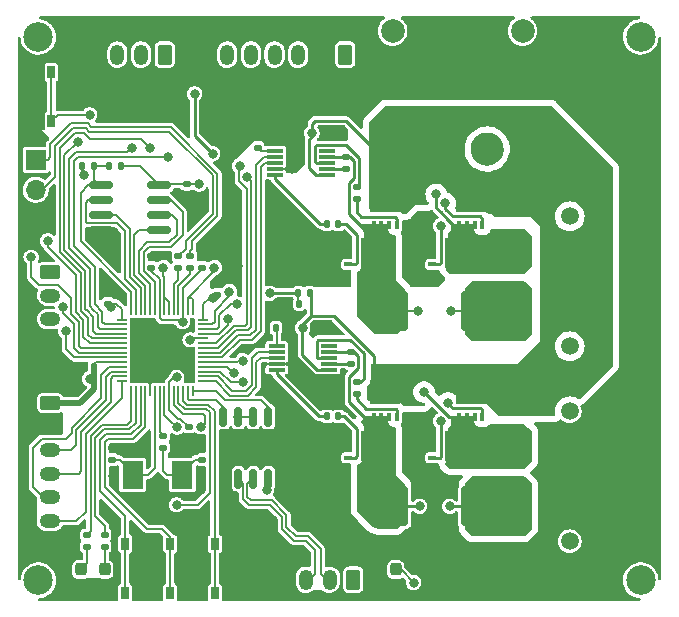
<source format=gtl>
G04 #@! TF.GenerationSoftware,KiCad,Pcbnew,(6.0.6)*
G04 #@! TF.CreationDate,2022-09-05T23:03:05+09:00*
G04 #@! TF.ProjectId,RP_MD,52505f4d-442e-46b6-9963-61645f706362,rev?*
G04 #@! TF.SameCoordinates,Original*
G04 #@! TF.FileFunction,Copper,L1,Top*
G04 #@! TF.FilePolarity,Positive*
%FSLAX46Y46*%
G04 Gerber Fmt 4.6, Leading zero omitted, Abs format (unit mm)*
G04 Created by KiCad (PCBNEW (6.0.6)) date 2022-09-05 23:03:05*
%MOMM*%
%LPD*%
G01*
G04 APERTURE LIST*
G04 Aperture macros list*
%AMRoundRect*
0 Rectangle with rounded corners*
0 $1 Rounding radius*
0 $2 $3 $4 $5 $6 $7 $8 $9 X,Y pos of 4 corners*
0 Add a 4 corners polygon primitive as box body*
4,1,4,$2,$3,$4,$5,$6,$7,$8,$9,$2,$3,0*
0 Add four circle primitives for the rounded corners*
1,1,$1+$1,$2,$3*
1,1,$1+$1,$4,$5*
1,1,$1+$1,$6,$7*
1,1,$1+$1,$8,$9*
0 Add four rect primitives between the rounded corners*
20,1,$1+$1,$2,$3,$4,$5,0*
20,1,$1+$1,$4,$5,$6,$7,0*
20,1,$1+$1,$6,$7,$8,$9,0*
20,1,$1+$1,$8,$9,$2,$3,0*%
G04 Aperture macros list end*
G04 #@! TA.AperFunction,SMDPad,CuDef*
%ADD10RoundRect,0.147500X-0.172500X0.147500X-0.172500X-0.147500X0.172500X-0.147500X0.172500X0.147500X0*%
G04 #@! TD*
G04 #@! TA.AperFunction,SMDPad,CuDef*
%ADD11RoundRect,0.147500X-0.147500X-0.172500X0.147500X-0.172500X0.147500X0.172500X-0.147500X0.172500X0*%
G04 #@! TD*
G04 #@! TA.AperFunction,SMDPad,CuDef*
%ADD12RoundRect,0.147500X0.172500X-0.147500X0.172500X0.147500X-0.172500X0.147500X-0.172500X-0.147500X0*%
G04 #@! TD*
G04 #@! TA.AperFunction,SMDPad,CuDef*
%ADD13RoundRect,0.147500X0.147500X0.172500X-0.147500X0.172500X-0.147500X-0.172500X0.147500X-0.172500X0*%
G04 #@! TD*
G04 #@! TA.AperFunction,SMDPad,CuDef*
%ADD14R,1.400000X0.300000*%
G04 #@! TD*
G04 #@! TA.AperFunction,SMDPad,CuDef*
%ADD15RoundRect,0.250000X0.425000X1.425000X-0.425000X1.425000X-0.425000X-1.425000X0.425000X-1.425000X0*%
G04 #@! TD*
G04 #@! TA.AperFunction,SMDPad,CuDef*
%ADD16R,0.875000X0.200000*%
G04 #@! TD*
G04 #@! TA.AperFunction,SMDPad,CuDef*
%ADD17R,0.200000X0.875000*%
G04 #@! TD*
G04 #@! TA.AperFunction,SMDPad,CuDef*
%ADD18R,3.200000X3.200000*%
G04 #@! TD*
G04 #@! TA.AperFunction,ComponentPad*
%ADD19C,1.500000*%
G04 #@! TD*
G04 #@! TA.AperFunction,ComponentPad*
%ADD20C,2.800000*%
G04 #@! TD*
G04 #@! TA.AperFunction,SMDPad,CuDef*
%ADD21RoundRect,0.237500X0.237500X-0.287500X0.237500X0.287500X-0.237500X0.287500X-0.237500X-0.287500X0*%
G04 #@! TD*
G04 #@! TA.AperFunction,ComponentPad*
%ADD22RoundRect,0.250000X0.350000X0.625000X-0.350000X0.625000X-0.350000X-0.625000X0.350000X-0.625000X0*%
G04 #@! TD*
G04 #@! TA.AperFunction,ComponentPad*
%ADD23O,1.200000X1.750000*%
G04 #@! TD*
G04 #@! TA.AperFunction,SMDPad,CuDef*
%ADD24R,0.650000X1.050000*%
G04 #@! TD*
G04 #@! TA.AperFunction,SMDPad,CuDef*
%ADD25R,1.800000X2.400000*%
G04 #@! TD*
G04 #@! TA.AperFunction,ComponentPad*
%ADD26R,1.700000X1.700000*%
G04 #@! TD*
G04 #@! TA.AperFunction,ComponentPad*
%ADD27O,1.700000X1.700000*%
G04 #@! TD*
G04 #@! TA.AperFunction,SMDPad,CuDef*
%ADD28RoundRect,0.150000X-0.825000X-0.150000X0.825000X-0.150000X0.825000X0.150000X-0.825000X0.150000X0*%
G04 #@! TD*
G04 #@! TA.AperFunction,ComponentPad*
%ADD29RoundRect,0.250000X-0.625000X0.350000X-0.625000X-0.350000X0.625000X-0.350000X0.625000X0.350000X0*%
G04 #@! TD*
G04 #@! TA.AperFunction,ComponentPad*
%ADD30O,1.750000X1.200000*%
G04 #@! TD*
G04 #@! TA.AperFunction,SMDPad,CuDef*
%ADD31RoundRect,0.250000X-1.750000X-1.000000X1.750000X-1.000000X1.750000X1.000000X-1.750000X1.000000X0*%
G04 #@! TD*
G04 #@! TA.AperFunction,ComponentPad*
%ADD32C,2.000000*%
G04 #@! TD*
G04 #@! TA.AperFunction,SMDPad,CuDef*
%ADD33RoundRect,0.150000X-0.150000X0.675000X-0.150000X-0.675000X0.150000X-0.675000X0.150000X0.675000X0*%
G04 #@! TD*
G04 #@! TA.AperFunction,SMDPad,CuDef*
%ADD34R,0.400000X0.700000*%
G04 #@! TD*
G04 #@! TA.AperFunction,SMDPad,CuDef*
%ADD35R,0.400000X0.600000*%
G04 #@! TD*
G04 #@! TA.AperFunction,SMDPad,CuDef*
%ADD36R,2.650000X2.100000*%
G04 #@! TD*
G04 #@! TA.AperFunction,SMDPad,CuDef*
%ADD37R,0.700000X0.400000*%
G04 #@! TD*
G04 #@! TA.AperFunction,SMDPad,CuDef*
%ADD38R,0.600000X0.400000*%
G04 #@! TD*
G04 #@! TA.AperFunction,SMDPad,CuDef*
%ADD39R,2.100000X2.650000*%
G04 #@! TD*
G04 #@! TA.AperFunction,ViaPad*
%ADD40C,2.500000*%
G04 #@! TD*
G04 #@! TA.AperFunction,ViaPad*
%ADD41C,0.800000*%
G04 #@! TD*
G04 #@! TA.AperFunction,ViaPad*
%ADD42C,1.500000*%
G04 #@! TD*
G04 #@! TA.AperFunction,Conductor*
%ADD43C,0.200000*%
G04 #@! TD*
G04 #@! TA.AperFunction,Conductor*
%ADD44C,0.250000*%
G04 #@! TD*
G04 #@! TA.AperFunction,Conductor*
%ADD45C,0.500000*%
G04 #@! TD*
G04 APERTURE END LIST*
D10*
X117094000Y-73937000D03*
X117094000Y-74907000D03*
D11*
X114973000Y-80264000D03*
X115943000Y-80264000D03*
D12*
X121808000Y-71859000D03*
X121808000Y-70889000D03*
X123808000Y-65771000D03*
X123808000Y-64801000D03*
X120792000Y-71859000D03*
X120792000Y-70889000D03*
X124824000Y-65771000D03*
X124824000Y-64801000D03*
D10*
X122936000Y-85367000D03*
X122936000Y-86337000D03*
X125110000Y-70889000D03*
X125110000Y-71859000D03*
X126126000Y-70889000D03*
X126126000Y-71859000D03*
X117490000Y-87145000D03*
X117490000Y-88115000D03*
X125110000Y-87145000D03*
X125110000Y-88115000D03*
X137287000Y-62507000D03*
X137287000Y-63477000D03*
X137668000Y-79017000D03*
X137668000Y-79987000D03*
D11*
X133579000Y-77010000D03*
X134549000Y-77010000D03*
D10*
X127396000Y-72921000D03*
X127396000Y-73891000D03*
D12*
X138176000Y-66017000D03*
X138176000Y-65047000D03*
D13*
X136629000Y-68199000D03*
X135659000Y-68199000D03*
D12*
X129794000Y-61699000D03*
X129794000Y-60729000D03*
D13*
X115911000Y-63254000D03*
X114941000Y-63254000D03*
D11*
X117227000Y-63254000D03*
X118197000Y-63254000D03*
D12*
X121808000Y-87099000D03*
X121808000Y-86129000D03*
X138176000Y-82527000D03*
X138176000Y-81557000D03*
D13*
X136629000Y-84455000D03*
X135659000Y-84455000D03*
D11*
X131341000Y-76962000D03*
X132311000Y-76962000D03*
D14*
X135804000Y-80502000D03*
X135804000Y-80002000D03*
X135804000Y-79502000D03*
X135804000Y-79002000D03*
X135804000Y-78502000D03*
X131404000Y-78502000D03*
X131404000Y-79002000D03*
X131404000Y-79502000D03*
X131404000Y-80002000D03*
X131404000Y-80502000D03*
D15*
X147680000Y-92075000D03*
X141880000Y-92075000D03*
D16*
X118293500Y-76267000D03*
X118293500Y-76667000D03*
X118293500Y-77067000D03*
X118293500Y-77467000D03*
X118293500Y-77867000D03*
X118293500Y-78267000D03*
X118293500Y-78667000D03*
X118293500Y-79067000D03*
X118293500Y-79467000D03*
X118293500Y-79867000D03*
X118293500Y-80267000D03*
X118293500Y-80667000D03*
X118293500Y-81067000D03*
X118293500Y-81467000D03*
D17*
X119081000Y-82304500D03*
X119481000Y-82304500D03*
X119881000Y-82304500D03*
X120281000Y-82304500D03*
X120681000Y-82304500D03*
X121081000Y-82304500D03*
X121481000Y-82304500D03*
X121881000Y-82304500D03*
X122281000Y-82304500D03*
X122681000Y-82304500D03*
X123081000Y-82304500D03*
X123481000Y-82304500D03*
X123881000Y-82304500D03*
X124281000Y-82304500D03*
D16*
X125168500Y-81467000D03*
X125168500Y-81067000D03*
X125168500Y-80667000D03*
X125168500Y-80267000D03*
X125168500Y-79867000D03*
X125168500Y-79467000D03*
X125168500Y-79067000D03*
X125168500Y-78667000D03*
X125168500Y-78267000D03*
X125168500Y-77867000D03*
X125168500Y-77467000D03*
X125168500Y-77067000D03*
X125168500Y-76667000D03*
X125168500Y-76267000D03*
D17*
X124281000Y-75429500D03*
X123881000Y-75429500D03*
X123481000Y-75429500D03*
X123081000Y-75429500D03*
X122681000Y-75429500D03*
X122281000Y-75429500D03*
X121881000Y-75429500D03*
X121481000Y-75429500D03*
X121081000Y-75429500D03*
X120681000Y-75429500D03*
X120281000Y-75429500D03*
X119881000Y-75429500D03*
X119481000Y-75429500D03*
X119081000Y-75429500D03*
D18*
X121681000Y-78867000D03*
D10*
X123078000Y-70889000D03*
X123078000Y-71859000D03*
D12*
X124094000Y-71859000D03*
X124094000Y-70889000D03*
D19*
X156210000Y-67525000D03*
X156210000Y-78525000D03*
D20*
X151210000Y-70525000D03*
X151210000Y-75525000D03*
D21*
X116840000Y-99165000D03*
X116840000Y-97415000D03*
D22*
X121920000Y-53840000D03*
D23*
X119920000Y-53840000D03*
X117920000Y-53840000D03*
X115920000Y-53840000D03*
D12*
X116840000Y-95481000D03*
X116840000Y-94511000D03*
D24*
X120725000Y-99405000D03*
X120725000Y-95255000D03*
X118575000Y-95255000D03*
X118575000Y-99405000D03*
X124535000Y-99405000D03*
X124535000Y-95255000D03*
X122385000Y-95255000D03*
X122385000Y-99405000D03*
X126179000Y-99405000D03*
X126179000Y-95255000D03*
X128329000Y-95255000D03*
X128329000Y-99405000D03*
D19*
X156210000Y-95035000D03*
X156210000Y-84035000D03*
D20*
X151210000Y-87035000D03*
X151210000Y-92035000D03*
D25*
X119200000Y-89408000D03*
X123400000Y-89408000D03*
D26*
X110998000Y-62738000D03*
D27*
X110998000Y-65278000D03*
X110998000Y-67818000D03*
D15*
X147680000Y-75565000D03*
X141880000Y-75565000D03*
D28*
X116507000Y-64905000D03*
X116507000Y-66175000D03*
X116507000Y-67445000D03*
X116507000Y-68715000D03*
X121457000Y-68715000D03*
X121457000Y-67445000D03*
X121457000Y-66175000D03*
X121457000Y-64905000D03*
D11*
X133246000Y-73978000D03*
X134216000Y-73978000D03*
X132357000Y-74930000D03*
X133327000Y-74930000D03*
D10*
X126380000Y-73175000D03*
X126380000Y-74145000D03*
X128524000Y-78763000D03*
X128524000Y-79733000D03*
D24*
X110177000Y-59479000D03*
X110177000Y-55329000D03*
X112327000Y-59479000D03*
X112327000Y-55329000D03*
D29*
X112220000Y-83330000D03*
D30*
X112220000Y-85330000D03*
X112220000Y-87330000D03*
X112220000Y-89330000D03*
X112220000Y-91330000D03*
X112220000Y-93330000D03*
D22*
X137220000Y-53830000D03*
D23*
X135220000Y-53830000D03*
X133220000Y-53830000D03*
X131220000Y-53830000D03*
X129220000Y-53830000D03*
X127220000Y-53830000D03*
D31*
X153720000Y-60830000D03*
X161720000Y-60830000D03*
D11*
X134389000Y-60452000D03*
X135359000Y-60452000D03*
D14*
X135677000Y-63992000D03*
X135677000Y-63492000D03*
X135677000Y-62992000D03*
X135677000Y-62492000D03*
X135677000Y-61992000D03*
X131277000Y-61992000D03*
X131277000Y-62492000D03*
X131277000Y-62992000D03*
X131277000Y-63492000D03*
X131277000Y-63992000D03*
D12*
X115316000Y-95481000D03*
X115316000Y-94511000D03*
D10*
X123952000Y-85367000D03*
X123952000Y-86337000D03*
D21*
X114808000Y-99173000D03*
X114808000Y-97423000D03*
X141478000Y-99173000D03*
X141478000Y-97423000D03*
D29*
X112230000Y-72240000D03*
D30*
X112230000Y-74240000D03*
X112230000Y-76240000D03*
X112230000Y-78240000D03*
D32*
X152220000Y-51830000D03*
X141220000Y-51830000D03*
D20*
X144220000Y-61830000D03*
X149220000Y-61830000D03*
D33*
X130683000Y-84497000D03*
X129413000Y-84497000D03*
X128143000Y-84497000D03*
X126873000Y-84497000D03*
X126873000Y-89747000D03*
X128143000Y-89747000D03*
X129413000Y-89747000D03*
X130683000Y-89747000D03*
D22*
X137890000Y-98298000D03*
D23*
X135890000Y-98298000D03*
X133890000Y-98298000D03*
X131890000Y-98298000D03*
D34*
X146853000Y-68260000D03*
X148153000Y-68260000D03*
X147503000Y-68260000D03*
X148803000Y-68260000D03*
D35*
X148803000Y-64810000D03*
D36*
X147828000Y-66160000D03*
D35*
X148153000Y-64810000D03*
X147503000Y-64810000D03*
X146853000Y-64810000D03*
D37*
X137480000Y-86670000D03*
X137480000Y-86020000D03*
X137480000Y-87320000D03*
X137480000Y-87970000D03*
D38*
X140930000Y-86670000D03*
X140930000Y-87320000D03*
X140930000Y-86020000D03*
X140930000Y-87970000D03*
D39*
X139580000Y-86995000D03*
D34*
X146853000Y-84516000D03*
X147503000Y-84516000D03*
X148153000Y-84516000D03*
X148803000Y-84516000D03*
D36*
X147828000Y-82416000D03*
D35*
X148153000Y-81066000D03*
X147503000Y-81066000D03*
X146853000Y-81066000D03*
X148803000Y-81066000D03*
D37*
X144592000Y-86020000D03*
X144592000Y-86670000D03*
X144592000Y-87320000D03*
X144592000Y-87970000D03*
D39*
X146692000Y-86995000D03*
D38*
X148042000Y-86670000D03*
X148042000Y-87970000D03*
X148042000Y-87320000D03*
X148042000Y-86020000D03*
D37*
X137480000Y-69637000D03*
X137480000Y-70937000D03*
X137480000Y-70287000D03*
X137480000Y-71587000D03*
D38*
X140930000Y-70937000D03*
X140930000Y-70287000D03*
D39*
X139580000Y-70612000D03*
D38*
X140930000Y-71587000D03*
X140930000Y-69637000D03*
D34*
X139614000Y-68260000D03*
X140264000Y-68260000D03*
X140914000Y-68260000D03*
X141564000Y-68260000D03*
D35*
X140914000Y-64810000D03*
X140264000Y-64810000D03*
X141564000Y-64810000D03*
D36*
X140589000Y-66160000D03*
D35*
X139614000Y-64810000D03*
D37*
X144592000Y-69637000D03*
X144592000Y-70937000D03*
X144592000Y-70287000D03*
X144592000Y-71587000D03*
D39*
X146692000Y-70612000D03*
D38*
X148042000Y-69637000D03*
X148042000Y-70287000D03*
X148042000Y-71587000D03*
X148042000Y-70937000D03*
D34*
X139614000Y-84516000D03*
X140264000Y-84516000D03*
X140914000Y-84516000D03*
X141564000Y-84516000D03*
D36*
X140589000Y-82416000D03*
D35*
X140914000Y-81066000D03*
X139614000Y-81066000D03*
X140264000Y-81066000D03*
X141564000Y-81066000D03*
D40*
X111220000Y-52330000D03*
X111220000Y-98330000D03*
X162220000Y-52330000D03*
X162220000Y-98330000D03*
D41*
X125984000Y-74422000D03*
X121808000Y-71859000D03*
X130556000Y-90678000D03*
X125984000Y-62230000D03*
X115570000Y-81280000D03*
X126126000Y-71859000D03*
X128524000Y-79733000D03*
X124824000Y-64801000D03*
X122936000Y-85367000D03*
X117348000Y-75184000D03*
X124460000Y-57150000D03*
X143383000Y-87630000D03*
X142494000Y-86614000D03*
X143383000Y-86614000D03*
X144272000Y-86614000D03*
X144272000Y-85598000D03*
X142494000Y-85598000D03*
X143383000Y-85598000D03*
X142494000Y-87630000D03*
X127127000Y-96393000D03*
X121920000Y-51435000D03*
X119761000Y-80899000D03*
X131064000Y-65532000D03*
X144399000Y-69469000D03*
X144780000Y-72771000D03*
X159004000Y-93472000D03*
X159004000Y-95758000D03*
X132588000Y-90678000D03*
X120015000Y-87249000D03*
X127254000Y-91440000D03*
X128270000Y-96393000D03*
X128778000Y-60706000D03*
X131064000Y-69088000D03*
X132588000Y-86233000D03*
X125222000Y-69977000D03*
X117856000Y-58674000D03*
X163195000Y-75565000D03*
X163195000Y-58928000D03*
X124968000Y-90678000D03*
X120650000Y-77978000D03*
X141732000Y-57023000D03*
X144145000Y-51435000D03*
X132588000Y-88392000D03*
X131064000Y-72517000D03*
X136398000Y-85852000D03*
X122428000Y-80010000D03*
X136398000Y-86868000D03*
X113919000Y-81915000D03*
X163195000Y-80010000D03*
X126238000Y-55880000D03*
X143764000Y-72771000D03*
X129540000Y-51435000D03*
X141478000Y-99314000D03*
X136271000Y-72263000D03*
X144399000Y-70485000D03*
X135255000Y-87884000D03*
X136398000Y-87884000D03*
X124333000Y-67564000D03*
X142494000Y-70485000D03*
X131953000Y-60579000D03*
X133223000Y-69088000D03*
X128143000Y-71755000D03*
X128270000Y-98044000D03*
X160782000Y-58928000D03*
X136906000Y-73025000D03*
X149225000Y-57023000D03*
X117602000Y-68834000D03*
X158115000Y-51435000D03*
X162052000Y-62992000D03*
D42*
X121666000Y-78994000D03*
D41*
X134747000Y-58547000D03*
X117602000Y-93218000D03*
X143510000Y-70485000D03*
X135763000Y-73025000D03*
X135255000Y-85852000D03*
X136525000Y-92075000D03*
X128016000Y-66929000D03*
X136525000Y-60452000D03*
X155321000Y-57023000D03*
X124968000Y-93091000D03*
X159512000Y-60960000D03*
X127000000Y-68580000D03*
X137160000Y-51435000D03*
X133223000Y-72517000D03*
X137160000Y-70485000D03*
X142494000Y-88646000D03*
X134112000Y-87630000D03*
X142494000Y-69469000D03*
X119634000Y-91694000D03*
X137160000Y-69596000D03*
X136271000Y-69215000D03*
X163195000Y-55245000D03*
X118110000Y-51435000D03*
X125730000Y-51435000D03*
X127127000Y-98044000D03*
X110998000Y-59436000D03*
X120650000Y-98552000D03*
X163322000Y-60960000D03*
X119761000Y-76962000D03*
X160782000Y-62992000D03*
X124714000Y-86360000D03*
X162052000Y-58928000D03*
X132461000Y-83312000D03*
X135255000Y-86868000D03*
X133350000Y-51435000D03*
X135255000Y-70231000D03*
X163195000Y-84455000D03*
X152908000Y-99060000D03*
X133858000Y-92075000D03*
X132588000Y-85217000D03*
X156210000Y-99060000D03*
X117094000Y-73406000D03*
X122428000Y-77978000D03*
X163195000Y-71120000D03*
X136271000Y-70231000D03*
X139192000Y-99314000D03*
X138303000Y-58674000D03*
X161290000Y-80010000D03*
X131826000Y-96012000D03*
X121285000Y-70866000D03*
X144018000Y-68580000D03*
X163195000Y-62992000D03*
X139446000Y-94742000D03*
X159004000Y-88900000D03*
X163195000Y-93345000D03*
X117539500Y-89535000D03*
X136271000Y-71247000D03*
X143510000Y-71501000D03*
X142494000Y-71501000D03*
X141478000Y-95059500D03*
X159385000Y-99060000D03*
X161036000Y-71120000D03*
X163195000Y-66675000D03*
X152908000Y-96901000D03*
X161036000Y-75438000D03*
X114300000Y-51435000D03*
X127000000Y-70485000D03*
X124333000Y-66167000D03*
X154305000Y-51435000D03*
X123444000Y-87122000D03*
X143002000Y-68580000D03*
X117094000Y-70739000D03*
X112014000Y-81915000D03*
X113919000Y-80264000D03*
X163195000Y-95885000D03*
X110236000Y-57150000D03*
X132461000Y-76200000D03*
X143383000Y-88646000D03*
X133096000Y-81153000D03*
X134112000Y-86614000D03*
X120650000Y-80010000D03*
X143510000Y-69469000D03*
X135890000Y-88900000D03*
X148590000Y-51435000D03*
X135255000Y-72263000D03*
X127254000Y-64262000D03*
X159512000Y-58928000D03*
X159004000Y-84328000D03*
X144780000Y-89408000D03*
X142748000Y-72517000D03*
X137922000Y-93472000D03*
X112014000Y-80264000D03*
X135255000Y-71247000D03*
X160782000Y-66548000D03*
X134112000Y-85598000D03*
X163195000Y-88900000D03*
X119888000Y-58674000D03*
X162052000Y-60960000D03*
X130302000Y-82296000D03*
X135382000Y-76962000D03*
X128778000Y-87122000D03*
X135255000Y-69215000D03*
X132715000Y-63500000D03*
X115443000Y-56642000D03*
X131064000Y-93218000D03*
X160782000Y-60960000D03*
X122936000Y-81153000D03*
X123444000Y-76454000D03*
X134389000Y-60452000D03*
X133604000Y-76962000D03*
X127254000Y-76200000D03*
X128016000Y-74930000D03*
X144907000Y-65659000D03*
X143383000Y-75565000D03*
X143877902Y-82392500D03*
X143510000Y-92075000D03*
X128883975Y-64199703D03*
X128270000Y-63246000D03*
X128524000Y-81534000D03*
X127762000Y-80772000D03*
X146177000Y-75565000D03*
X146050000Y-92075000D03*
X114554000Y-61214000D03*
X122174000Y-62484000D03*
X120650000Y-61722000D03*
X119126000Y-61722000D03*
X115570000Y-58928000D03*
X115062000Y-64008000D03*
X112014000Y-69596000D03*
X113284000Y-75184000D03*
X110617000Y-70993000D03*
X113538000Y-77216000D03*
X124079000Y-77978000D03*
X128143000Y-84497000D03*
X127396000Y-73891000D03*
X130810000Y-74041000D03*
X143002000Y-98529000D03*
X122936000Y-91948000D03*
X124968000Y-85344000D03*
X145669000Y-66421000D03*
X145288000Y-68326000D03*
X145903498Y-83312000D03*
X145288000Y-84836000D03*
D43*
X121881000Y-82304500D02*
X121881000Y-84312000D01*
D44*
X117094000Y-74907000D02*
X117094000Y-74930000D01*
D43*
X121911000Y-74422000D02*
X121881010Y-74422000D01*
D44*
X117094000Y-74930000D02*
X117348000Y-75184000D01*
D43*
X121881000Y-72677301D02*
X121881000Y-74792000D01*
D44*
X126007000Y-74399000D02*
X125984000Y-74422000D01*
D43*
X116086000Y-79867000D02*
X118293500Y-79867000D01*
X123808000Y-64801000D02*
X121561000Y-64801000D01*
X124281000Y-75429500D02*
X124281000Y-74497000D01*
X125168500Y-79867000D02*
X128070000Y-79867000D01*
X123881000Y-74399000D02*
X124183000Y-74399000D01*
X123881000Y-74399000D02*
X123881000Y-74792000D01*
D44*
X124460000Y-60706000D02*
X125984000Y-62230000D01*
X124460000Y-57150000D02*
X124460000Y-60706000D01*
D45*
X115943000Y-82177000D02*
X115943000Y-81653000D01*
D43*
X124183000Y-74399000D02*
X124281000Y-74497000D01*
X118197000Y-63254000D02*
X119806000Y-63254000D01*
X115943000Y-80010000D02*
X116086000Y-79867000D01*
X119806000Y-63254000D02*
X121457000Y-64905000D01*
X125168500Y-74983500D02*
X125168500Y-76267000D01*
X125753000Y-74399000D02*
X125168500Y-74983500D01*
X130683000Y-89747000D02*
X130683000Y-90551000D01*
X122281000Y-74792000D02*
X121911000Y-74422000D01*
D45*
X115943000Y-80264000D02*
X115943000Y-82177000D01*
X115943000Y-81653000D02*
X115570000Y-81280000D01*
D43*
X126126000Y-71859000D02*
X126126000Y-72154000D01*
X123881000Y-74792000D02*
X123881000Y-75429500D01*
X130683000Y-90551000D02*
X130556000Y-90678000D01*
X121881000Y-74792000D02*
X121881000Y-75429500D01*
X121561000Y-64801000D02*
X121457000Y-64905000D01*
D44*
X126380000Y-74399000D02*
X126007000Y-74399000D01*
D43*
X117833000Y-74907000D02*
X117094000Y-74907000D01*
X121881000Y-84312000D02*
X122316000Y-84747000D01*
X125984000Y-74422000D02*
X125753000Y-74399000D01*
X118293500Y-76267000D02*
X118293500Y-75367500D01*
X128204000Y-79733000D02*
X128524000Y-79733000D01*
X122281000Y-75429500D02*
X122281000Y-74792000D01*
X118293500Y-75367500D02*
X117833000Y-74907000D01*
X126126000Y-72154000D02*
X123881000Y-74399000D01*
X124824000Y-64801000D02*
X123808000Y-64801000D01*
X122316000Y-84747000D02*
X122936000Y-85367000D01*
X121808000Y-71859000D02*
X121808000Y-72604301D01*
D45*
X114790000Y-83330000D02*
X112220000Y-83330000D01*
X115943000Y-82177000D02*
X114790000Y-83330000D01*
D43*
X128070000Y-79867000D02*
X128204000Y-79733000D01*
X121808000Y-72604301D02*
X121881000Y-72677301D01*
X120681000Y-82304500D02*
X120681000Y-79867000D01*
X131277000Y-63492000D02*
X132580000Y-63492000D01*
X120681000Y-79867000D02*
X121681000Y-78867000D01*
X116507000Y-68715000D02*
X117094000Y-69302000D01*
X131404000Y-80002000D02*
X130437000Y-80002000D01*
X131404000Y-80002000D02*
X132453000Y-80002000D01*
X117094000Y-69302000D02*
X117094000Y-70739000D01*
X118107000Y-88115000D02*
X119400000Y-89408000D01*
X121081000Y-82304500D02*
X121081000Y-88865000D01*
X117490000Y-88115000D02*
X118107000Y-88115000D01*
X120538000Y-89408000D02*
X119400000Y-89408000D01*
X121081000Y-88865000D02*
X120538000Y-89408000D01*
X121808000Y-86129000D02*
X121808000Y-86106000D01*
X121481000Y-82304500D02*
X121481000Y-85779000D01*
X121808000Y-86106000D02*
X121481000Y-85779000D01*
X120792000Y-71859000D02*
X120792000Y-72154000D01*
X120792000Y-72154000D02*
X121481000Y-72843000D01*
X123243038Y-84658038D02*
X123952000Y-85367000D01*
X122281000Y-83927000D02*
X123012038Y-84658038D01*
X123481000Y-76163000D02*
X123481000Y-75429500D01*
X121481000Y-76142000D02*
X121666000Y-76327000D01*
X122682000Y-81153000D02*
X122936000Y-81153000D01*
X121481000Y-72843000D02*
X121481000Y-74792000D01*
X122281000Y-82304500D02*
X122281000Y-81554000D01*
X123317000Y-76327000D02*
X123481000Y-76163000D01*
X125110000Y-71997396D02*
X125110000Y-71859000D01*
D44*
X123317000Y-76327000D02*
X123444000Y-76454000D01*
D43*
X123012038Y-84658038D02*
X123243038Y-84658038D01*
X123481000Y-75429500D02*
X123481000Y-73626396D01*
X122281000Y-82304500D02*
X122281000Y-83927000D01*
X122281000Y-81554000D02*
X122682000Y-81153000D01*
X121481000Y-75429500D02*
X121481000Y-76142000D01*
X121666000Y-76327000D02*
X123317000Y-76327000D01*
X123481000Y-73626396D02*
X125110000Y-71997396D01*
X121481000Y-74792000D02*
X121481000Y-75429500D01*
X124094000Y-72447698D02*
X124094000Y-72154000D01*
X123081000Y-73460698D02*
X124094000Y-72447698D01*
X123081000Y-75429500D02*
X123081000Y-73460698D01*
X124094000Y-72154000D02*
X124094000Y-71859000D01*
X122681000Y-75429500D02*
X122681000Y-73295000D01*
X122681000Y-73295000D02*
X123078000Y-72898000D01*
X123078000Y-72898000D02*
X123078000Y-71859000D01*
X116387000Y-64905000D02*
X116507000Y-64905000D01*
X115435000Y-64905000D02*
X116507000Y-64905000D01*
X119080990Y-75091990D02*
X119080990Y-73929357D01*
X115911000Y-63254000D02*
X115911000Y-64429000D01*
X117227000Y-63254000D02*
X115911000Y-63254000D01*
X119080990Y-73929357D02*
X114808000Y-69656367D01*
X115911000Y-64429000D02*
X116387000Y-64905000D01*
X114808000Y-65532000D02*
X115435000Y-64905000D01*
X119081000Y-75429500D02*
X119081000Y-75092000D01*
X114808000Y-69656367D02*
X114808000Y-65532000D01*
X119081000Y-75092000D02*
X119080990Y-75091990D01*
X124493000Y-88115000D02*
X123200000Y-89408000D01*
X125110000Y-88115000D02*
X124493000Y-88115000D01*
X122100000Y-89408000D02*
X123200000Y-89408000D01*
X121808000Y-89116000D02*
X122100000Y-89408000D01*
X121808000Y-87099000D02*
X121808000Y-89116000D01*
D44*
X134169990Y-60991010D02*
X134389000Y-60772000D01*
X134727000Y-63992000D02*
X134169990Y-63434990D01*
X135677000Y-63992000D02*
X134727000Y-63992000D01*
X134389000Y-60772000D02*
X134389000Y-60452000D01*
X134169990Y-63434990D02*
X134169990Y-60991010D01*
X139681000Y-61830000D02*
X137287000Y-59436000D01*
X135804000Y-80502000D02*
X134854000Y-80502000D01*
X133579000Y-76690000D02*
X133604000Y-76962000D01*
X133579000Y-79227000D02*
X133579000Y-77330000D01*
X134854000Y-80502000D02*
X133579000Y-79227000D01*
X144220000Y-61830000D02*
X139681000Y-61830000D01*
X134323000Y-75946000D02*
X133579000Y-76690000D01*
X139614000Y-79338358D02*
X139614000Y-81066000D01*
X133579000Y-77010000D02*
X133579000Y-76987000D01*
X134323000Y-74085000D02*
X134216000Y-73978000D01*
X134389000Y-59667000D02*
X134389000Y-60452000D01*
X134323000Y-75946000D02*
X136221642Y-75946000D01*
X137287000Y-59436000D02*
X134620000Y-59436000D01*
X133579000Y-76987000D02*
X133604000Y-76962000D01*
X134620000Y-59436000D02*
X134389000Y-59667000D01*
X136221642Y-75946000D02*
X139614000Y-79338358D01*
X133579000Y-77330000D02*
X133579000Y-77010000D01*
X134323000Y-75946000D02*
X134323000Y-74085000D01*
X137272000Y-63492000D02*
X137287000Y-63477000D01*
X135677000Y-63492000D02*
X137272000Y-63492000D01*
X135804000Y-80002000D02*
X137653000Y-80002000D01*
X137653000Y-80002000D02*
X137668000Y-79987000D01*
D43*
X115227688Y-60051990D02*
X114134312Y-60051990D01*
X112629990Y-61556312D02*
X112629990Y-64154010D01*
X125984000Y-67310000D02*
X125984000Y-64065698D01*
X123698000Y-69596000D02*
X125984000Y-67310000D01*
X123698000Y-70269000D02*
X123698000Y-69596000D01*
X123078000Y-70889000D02*
X123698000Y-70269000D01*
X122262312Y-60344010D02*
X115519708Y-60344010D01*
X111506000Y-65278000D02*
X110998000Y-65278000D01*
X112629990Y-64154010D02*
X111506000Y-65278000D01*
X125984000Y-64065698D02*
X122262312Y-60344010D01*
X114134312Y-60051990D02*
X112629990Y-61556312D01*
X115519708Y-60344010D02*
X115227688Y-60051990D01*
X115685396Y-59944000D02*
X115393376Y-59651980D01*
X122428000Y-59944000D02*
X115685396Y-59944000D01*
X113968624Y-59651980D02*
X112229980Y-61390624D01*
X112229980Y-62522020D02*
X112014000Y-62738000D01*
X126384010Y-63900010D02*
X122428000Y-59944000D01*
X126384010Y-67475688D02*
X126384010Y-63900010D01*
X112014000Y-62738000D02*
X110998000Y-62738000D01*
X112229980Y-61390624D02*
X112229980Y-62522020D01*
X124094000Y-70470000D02*
X124234849Y-70329151D01*
X124234849Y-69624849D02*
X126384010Y-67475688D01*
X124094000Y-70889000D02*
X124094000Y-70470000D01*
X115393376Y-59651980D02*
X113968624Y-59651980D01*
X124234849Y-70329151D02*
X124234849Y-69624849D01*
D44*
X135677000Y-62992000D02*
X134741998Y-62992000D01*
X134741998Y-62992000D02*
X134620000Y-62870002D01*
X134620000Y-62870002D02*
X134620000Y-61613998D01*
X134620000Y-61613998D02*
X134716999Y-61516999D01*
X138382020Y-62613788D02*
X137285231Y-61516999D01*
X138382020Y-64840980D02*
X138176000Y-65047000D01*
X138382020Y-62613788D02*
X138382020Y-64840980D01*
X137285231Y-61516999D02*
X134716999Y-61516999D01*
X131277000Y-63992000D02*
X131277000Y-64392000D01*
X131277000Y-64392000D02*
X135084000Y-68199000D01*
X135084000Y-68199000D02*
X135659000Y-68199000D01*
D43*
X129794000Y-61722000D02*
X130064000Y-61992000D01*
X130064000Y-61992000D02*
X131277000Y-61992000D01*
X129794000Y-61699000D02*
X129794000Y-61722000D01*
D44*
X134854000Y-79502000D02*
X135804000Y-79502000D01*
X134778999Y-78091999D02*
X134778999Y-79426999D01*
X138496000Y-81557000D02*
X138763020Y-81289980D01*
X138763020Y-79123788D02*
X137617232Y-77978000D01*
X138176000Y-81557000D02*
X138496000Y-81557000D01*
X138763020Y-81289980D02*
X138763020Y-79123788D01*
X137617232Y-77978000D02*
X134892998Y-77978000D01*
X134778999Y-79426999D02*
X134854000Y-79502000D01*
X134892998Y-77978000D02*
X134778999Y-78091999D01*
X134957000Y-84455000D02*
X131404000Y-80902000D01*
X135659000Y-84455000D02*
X134957000Y-84455000D01*
X131404000Y-80902000D02*
X131404000Y-80502000D01*
D43*
X131404000Y-78502000D02*
X131404000Y-77025000D01*
X131404000Y-77025000D02*
X131341000Y-76962000D01*
X127254000Y-76731206D02*
X127254000Y-76200000D01*
X126518206Y-77467000D02*
X127254000Y-76731206D01*
X125168500Y-77467000D02*
X126518206Y-77467000D01*
X126352508Y-77067000D02*
X126553999Y-76865509D01*
X126553999Y-75884001D02*
X127508000Y-74930000D01*
X127508000Y-74930000D02*
X128016000Y-74930000D01*
X126553999Y-76865509D02*
X126553999Y-75884001D01*
X125168500Y-77067000D02*
X126352508Y-77067000D01*
D44*
X146853000Y-68260000D02*
X146365000Y-68260000D01*
X144907000Y-66802000D02*
X144907000Y-65659000D01*
X145923000Y-67818000D02*
X145288000Y-67183000D01*
X145288000Y-67183000D02*
X144907000Y-66802000D01*
X146365000Y-68260000D02*
X145923000Y-67818000D01*
X137932010Y-62832010D02*
X137932010Y-64302758D01*
X137287000Y-62507000D02*
X135692000Y-62507000D01*
X138938000Y-69970000D02*
X139580000Y-70612000D01*
X137531000Y-67300000D02*
X138491000Y-68260000D01*
X137287000Y-62507000D02*
X137607000Y-62507000D01*
X137531000Y-64703768D02*
X137531000Y-67300000D01*
X135692000Y-62507000D02*
X135677000Y-62492000D01*
X137932010Y-64302758D02*
X137531000Y-64703768D01*
D43*
X143383000Y-75565000D02*
X141880000Y-75565000D01*
D44*
X138491000Y-68260000D02*
X139614000Y-68260000D01*
X137607000Y-62507000D02*
X137932010Y-62832010D01*
X146853000Y-84516000D02*
X146001402Y-84516000D01*
X146001402Y-84516000D02*
X143877902Y-82392500D01*
X137530990Y-83225774D02*
X138821216Y-84516000D01*
X138313010Y-79342010D02*
X138313010Y-80330222D01*
X137530990Y-81112242D02*
X137530990Y-83225774D01*
X137988000Y-79017000D02*
X138313010Y-79342010D01*
X138821216Y-84516000D02*
X139614000Y-84516000D01*
X137653000Y-79002000D02*
X137668000Y-79017000D01*
X137668000Y-79017000D02*
X137988000Y-79017000D01*
X138313010Y-80330222D02*
X137530990Y-81112242D01*
X135804000Y-79002000D02*
X137653000Y-79002000D01*
X143510000Y-92075000D02*
X141880000Y-92075000D01*
D43*
X127938622Y-77177980D02*
X128954624Y-77177980D01*
X128954624Y-77177980D02*
X129247980Y-76884624D01*
X129247980Y-64563708D02*
X128883975Y-64199703D01*
X126449602Y-78667000D02*
X127938622Y-77177980D01*
X125168500Y-78667000D02*
X126449602Y-78667000D01*
X129247980Y-76884624D02*
X129247980Y-64563708D01*
X128183974Y-64535704D02*
X128847970Y-65199700D01*
X128270000Y-63246000D02*
X128183974Y-63332026D01*
X127772934Y-76777970D02*
X126283904Y-78267000D01*
X128708030Y-76777970D02*
X127772934Y-76777970D01*
X128847970Y-76638030D02*
X128847970Y-65199700D01*
X126283904Y-78267000D02*
X125168500Y-78267000D01*
X128183974Y-63332026D02*
X128183974Y-64535704D01*
X128708030Y-76777970D02*
X128847970Y-76638030D01*
X125168500Y-79067000D02*
X126615300Y-79067000D01*
X129647990Y-63155311D02*
X130311301Y-62492000D01*
X130377000Y-62492000D02*
X131277000Y-62492000D01*
X126615300Y-79067000D02*
X128104310Y-77577990D01*
X129178010Y-77577990D02*
X129647990Y-77108010D01*
X129647990Y-77108010D02*
X129647990Y-63155311D01*
X130311301Y-62492000D02*
X130377000Y-62492000D01*
X128104310Y-77577990D02*
X129178010Y-77577990D01*
X130376999Y-62992000D02*
X131277000Y-62992000D01*
X125168500Y-79467000D02*
X126781000Y-79467000D01*
X128270000Y-77978000D02*
X129343698Y-77978000D01*
X126781000Y-79467000D02*
X128270000Y-77978000D01*
X130048000Y-63320999D02*
X130376999Y-62992000D01*
X130048000Y-77273698D02*
X130048000Y-63320999D01*
X129343698Y-77978000D02*
X130048000Y-77273698D01*
X125168500Y-80667000D02*
X126571998Y-80667000D01*
X126641000Y-80667000D02*
X127508000Y-81534000D01*
X127508000Y-81534000D02*
X128524000Y-81534000D01*
X126571998Y-80667000D02*
X126641000Y-80667000D01*
X127208000Y-80267000D02*
X125168500Y-80267000D01*
X127208000Y-80267000D02*
X127713000Y-80772000D01*
X127713000Y-80772000D02*
X127762000Y-80772000D01*
X126240601Y-81467000D02*
X127469611Y-82696010D01*
X129686010Y-79863990D02*
X130048000Y-79502000D01*
X130048000Y-79502000D02*
X131404000Y-79502000D01*
X125168500Y-81467000D02*
X126240601Y-81467000D01*
X129686010Y-81953688D02*
X129686010Y-79863990D01*
X127469611Y-82696010D02*
X128943688Y-82696010D01*
X128943688Y-82696010D02*
X129686010Y-81953688D01*
X126406299Y-81067000D02*
X125168500Y-81067000D01*
X129286000Y-79502000D02*
X129286000Y-81788000D01*
X127635299Y-82296000D02*
X126406299Y-81067000D01*
X129786000Y-79002000D02*
X129286000Y-79502000D01*
X131404000Y-79002000D02*
X129786000Y-79002000D01*
X129286000Y-81788000D02*
X128778000Y-82296000D01*
X128778000Y-82296000D02*
X127635299Y-82296000D01*
X146177000Y-75565000D02*
X147680000Y-75565000D01*
D44*
X146050000Y-92075000D02*
X147680000Y-92075000D01*
D43*
X115316000Y-95481000D02*
X115316000Y-96915000D01*
X115316000Y-96915000D02*
X114808000Y-97423000D01*
X116840000Y-97415000D02*
X116840000Y-95481000D01*
X131826000Y-93980000D02*
X131826000Y-92964000D01*
X133858000Y-94996000D02*
X132842000Y-94996000D01*
X130810000Y-91948000D02*
X129032000Y-91948000D01*
X131826000Y-92964000D02*
X130810000Y-91948000D01*
X134620000Y-95758000D02*
X133858000Y-94996000D01*
X129032000Y-91948000D02*
X128524000Y-91440000D01*
X128524000Y-90128000D02*
X128143000Y-89747000D01*
X134366000Y-98044000D02*
X134620000Y-97790000D01*
X128524000Y-91440000D02*
X128524000Y-90128000D01*
X133890000Y-98044000D02*
X134366000Y-98044000D01*
X132842000Y-94996000D02*
X131826000Y-93980000D01*
X134620000Y-97790000D02*
X134620000Y-95758000D01*
X129197688Y-91547990D02*
X130975688Y-91547990D01*
X128924010Y-90169998D02*
X128924010Y-91274312D01*
X132226010Y-93814312D02*
X133007690Y-94595992D01*
X128924010Y-91274312D02*
X129197688Y-91547990D01*
X135128000Y-97790000D02*
X135382000Y-98044000D01*
X133007690Y-94595992D02*
X134023690Y-94595992D01*
X132226010Y-92798312D02*
X132226010Y-93814312D01*
X134023690Y-94595992D02*
X135128000Y-95700302D01*
X135128000Y-95700302D02*
X135128000Y-97790000D01*
X130975688Y-91547990D02*
X132226010Y-92798312D01*
X129347008Y-89747000D02*
X128924010Y-90169998D01*
X135382000Y-98044000D02*
X135890000Y-98044000D01*
X129413000Y-89747000D02*
X129347008Y-89747000D01*
X115800793Y-75946000D02*
X115431396Y-75576603D01*
X113430010Y-64262000D02*
X113430010Y-62337990D01*
X115208010Y-75353217D02*
X115208010Y-74422000D01*
X115838041Y-77227031D02*
X115838041Y-75946000D01*
X113430010Y-70388614D02*
X113430010Y-64262000D01*
X113430010Y-62337990D02*
X114554000Y-61214000D01*
X114357698Y-71316302D02*
X113430010Y-70388614D01*
X115838041Y-75946000D02*
X115800793Y-75946000D01*
X116078010Y-77467000D02*
X115838041Y-77227031D01*
X115431396Y-75576603D02*
X115208010Y-75353217D01*
X115208010Y-74422000D02*
X115208010Y-72166614D01*
X115208010Y-72166614D02*
X114357698Y-71316302D01*
X118293500Y-77467000D02*
X116078010Y-77467000D01*
X114554000Y-62484000D02*
X122174000Y-62484000D01*
X116638061Y-76454000D02*
X116638061Y-75744061D01*
X116851061Y-76667000D02*
X116638061Y-76454000D01*
X118293500Y-76667000D02*
X116851061Y-76667000D01*
X114230030Y-70057238D02*
X114230030Y-64262000D01*
X116008030Y-74984592D02*
X116008030Y-73914000D01*
X116638061Y-75744061D02*
X116638061Y-75614623D01*
X114230030Y-62807970D02*
X114554000Y-62484000D01*
X116008030Y-71835238D02*
X115431396Y-71258604D01*
X116638061Y-75614623D02*
X116008030Y-74984592D01*
X114230030Y-64262000D02*
X114230030Y-62807970D01*
X115431396Y-71258604D02*
X114230030Y-70057238D01*
X116008030Y-73914000D02*
X116008030Y-71835238D01*
X113030000Y-64262000D02*
X113030000Y-61722000D01*
X115438031Y-77534333D02*
X115438031Y-76148936D01*
X115770698Y-77867000D02*
X115438031Y-77534333D01*
X114300000Y-60452000D02*
X114808000Y-60452000D01*
X114808000Y-60452000D02*
X115062000Y-60452000D01*
X119888000Y-60960000D02*
X120650000Y-61722000D01*
X114808000Y-75518905D02*
X114808000Y-72332302D01*
X115570000Y-60960000D02*
X119888000Y-60960000D01*
X115438031Y-76148936D02*
X114808000Y-75518905D01*
X113030000Y-70554302D02*
X113030000Y-64262000D01*
X115062000Y-60452000D02*
X115570000Y-60960000D01*
X114808000Y-72332302D02*
X113566849Y-71091151D01*
X118293500Y-77867000D02*
X115770698Y-77867000D01*
X113030000Y-61722000D02*
X114300000Y-60452000D01*
X113566849Y-71091151D02*
X113030000Y-70554302D01*
X118293500Y-77067000D02*
X116437000Y-77067000D01*
X116238051Y-76868051D02*
X116238051Y-76200000D01*
X115608020Y-72000926D02*
X114894547Y-71287453D01*
X116437000Y-77067000D02*
X116238051Y-76868051D01*
X115608020Y-75150280D02*
X115608020Y-72000926D01*
X118764010Y-62083990D02*
X119126000Y-61722000D01*
X115878494Y-75420754D02*
X115608020Y-75150280D01*
X113830020Y-64262000D02*
X113830020Y-62642282D01*
X116238051Y-75780311D02*
X115878494Y-75420754D01*
X114894547Y-71287453D02*
X113830020Y-70222926D01*
X113830020Y-62642282D02*
X114388312Y-62083990D01*
X114388312Y-62083990D02*
X118764010Y-62083990D01*
X113830020Y-70222926D02*
X113830020Y-64262000D01*
X116238051Y-76200000D02*
X116238051Y-75780311D01*
X118293500Y-82874500D02*
X118293500Y-81467000D01*
X112220000Y-93330000D02*
X114442000Y-93330000D01*
X115239960Y-92532040D02*
X115239960Y-85928040D01*
X115239960Y-85928040D02*
X118293500Y-82874500D01*
X114442000Y-93330000D02*
X115239960Y-92532040D01*
X114039932Y-85858068D02*
X113538000Y-86360000D01*
X111506000Y-86360000D02*
X110744000Y-87122000D01*
X118293500Y-80267000D02*
X117229604Y-80267000D01*
X114039932Y-85430974D02*
X114039932Y-85858068D01*
X117229604Y-80267000D02*
X116547980Y-80948624D01*
X116547980Y-80948624D02*
X116547980Y-82922926D01*
X110744000Y-90424000D02*
X111650000Y-91330000D01*
X110744000Y-87122000D02*
X110744000Y-90424000D01*
X116547980Y-82922926D02*
X114039932Y-85430974D01*
X111650000Y-91330000D02*
X112220000Y-91330000D01*
X113538000Y-86360000D02*
X111506000Y-86360000D01*
X117348000Y-81280000D02*
X117348000Y-83254302D01*
X114632000Y-89330000D02*
X112220000Y-89330000D01*
X114839950Y-85762352D02*
X114839950Y-89122050D01*
X114839950Y-89122050D02*
X114632000Y-89330000D01*
X117348000Y-83254302D02*
X114839950Y-85762352D01*
X117561000Y-81067000D02*
X117348000Y-81280000D01*
X118293500Y-81067000D02*
X117561000Y-81067000D01*
X116947990Y-81114312D02*
X117395302Y-80667000D01*
X113977940Y-87330000D02*
X114439942Y-86867998D01*
X112220000Y-87330000D02*
X113977940Y-87330000D01*
X116947990Y-83088614D02*
X116947990Y-81114312D01*
X114439942Y-86867998D02*
X114439942Y-85596662D01*
X114439942Y-85596662D02*
X116947990Y-83088614D01*
X117395302Y-80667000D02*
X118293500Y-80667000D01*
X114941000Y-63887000D02*
X115062000Y-64008000D01*
X112878000Y-58928000D02*
X112327000Y-59479000D01*
X115570000Y-58928000D02*
X112878000Y-58928000D01*
X114941000Y-63254000D02*
X114941000Y-63887000D01*
X112327000Y-55329000D02*
X112327000Y-59479000D01*
X116439990Y-90785990D02*
X116439990Y-86448311D01*
X119881000Y-85167388D02*
X119881000Y-82304500D01*
X116439990Y-86448311D02*
X116928311Y-85959990D01*
X118575000Y-99405000D02*
X118575000Y-95255000D01*
X118575000Y-95255000D02*
X118575000Y-92921000D01*
X119088398Y-85959990D02*
X119881000Y-85167388D01*
X116928311Y-85959990D02*
X119088398Y-85959990D01*
X118575000Y-92921000D02*
X116439990Y-90785990D01*
X117094000Y-86360000D02*
X116840000Y-86614000D01*
X122385000Y-94699000D02*
X122385000Y-95255000D01*
X120281000Y-85333087D02*
X119254087Y-86360000D01*
X116840000Y-90424000D02*
X120396000Y-93980000D01*
X120281000Y-82304500D02*
X120281000Y-85333087D01*
X121666000Y-93980000D02*
X122385000Y-94699000D01*
X116840000Y-86614000D02*
X116840000Y-90424000D01*
X119254087Y-86360000D02*
X117094000Y-86360000D01*
X122385000Y-99405000D02*
X122385000Y-95255000D01*
X120396000Y-93980000D02*
X121666000Y-93980000D01*
X115639970Y-86116935D02*
X116596935Y-85159970D01*
X119081000Y-84835990D02*
X119081000Y-82304500D01*
X118757020Y-85159970D02*
X119081000Y-84835990D01*
X116596935Y-85159970D02*
X118757020Y-85159970D01*
X115316000Y-94511000D02*
X115639970Y-94187030D01*
X115639970Y-94187030D02*
X115639970Y-86116935D01*
X116840000Y-94511000D02*
X116840000Y-93726000D01*
X116840000Y-93726000D02*
X116039980Y-92925980D01*
X119481000Y-85001689D02*
X119481000Y-82304500D01*
X116762623Y-85559980D02*
X118922709Y-85559980D01*
X118922709Y-85559980D02*
X119481000Y-85001689D01*
X116039980Y-86282623D02*
X116762623Y-85559980D01*
X116039980Y-92925980D02*
X116039980Y-86282623D01*
X113030000Y-71120000D02*
X112522000Y-70612000D01*
X115038021Y-76314624D02*
X114384011Y-75660614D01*
X115605000Y-78267000D02*
X115038021Y-77700021D01*
X112014000Y-70104000D02*
X112014000Y-69596000D01*
X112522000Y-70612000D02*
X112014000Y-70104000D01*
X114384011Y-72474011D02*
X113030000Y-71120000D01*
X118293500Y-78267000D02*
X115605000Y-78267000D01*
X114384011Y-75660614D02*
X114384011Y-72474011D01*
X115038021Y-77700021D02*
X115038021Y-76314624D01*
X118293500Y-79067000D02*
X116751708Y-79067000D01*
X116751708Y-79067000D02*
X114627000Y-79067000D01*
X113284000Y-75692000D02*
X114238001Y-76646001D01*
X114238001Y-76646001D02*
X114238001Y-78678001D01*
X114627000Y-79067000D02*
X114238001Y-78678001D01*
X113284000Y-75184000D02*
X113284000Y-75692000D01*
X113984001Y-75826303D02*
X113984001Y-74446195D01*
X114638011Y-78486000D02*
X114638011Y-76480313D01*
X110617000Y-72644000D02*
X110617000Y-70993000D01*
X114819011Y-78667000D02*
X114638011Y-78486000D01*
X112877796Y-73339990D02*
X111439990Y-73339990D01*
X111312990Y-73339990D02*
X110617000Y-72644000D01*
X118293500Y-78667000D02*
X114819011Y-78667000D01*
X114638011Y-76480313D02*
X113984001Y-75826303D01*
X111439990Y-73339990D02*
X111312990Y-73339990D01*
X113984001Y-74446195D02*
X112877796Y-73339990D01*
X113538000Y-78740000D02*
X113538000Y-77216000D01*
X114265000Y-79467000D02*
X113538000Y-78740000D01*
X116586010Y-79467000D02*
X118293500Y-79467000D01*
X116586010Y-79467000D02*
X114265000Y-79467000D01*
X126145000Y-85143010D02*
X126145000Y-95255000D01*
X123481000Y-83152699D02*
X123786311Y-83458010D01*
X123786311Y-83458010D02*
X125622010Y-83458010D01*
X126145000Y-83981000D02*
X126145000Y-85143010D01*
X126179000Y-99405000D02*
X126179000Y-95255000D01*
X123481000Y-82304500D02*
X123481000Y-83152699D01*
X125622010Y-83458010D02*
X126145000Y-83981000D01*
X125168500Y-77867000D02*
X124190000Y-77867000D01*
X124190000Y-77867000D02*
X124079000Y-77978000D01*
X129413000Y-84497000D02*
X128143000Y-84497000D01*
X124281000Y-82304500D02*
X126246500Y-82304500D01*
X130086020Y-83096020D02*
X130683000Y-83693000D01*
X130683000Y-83693000D02*
X130683000Y-84497000D01*
X127038020Y-83096020D02*
X130086020Y-83096020D01*
X126246500Y-82304500D02*
X127038020Y-83096020D01*
X126238000Y-83058000D02*
X126873000Y-83693000D01*
X123881000Y-82304500D02*
X123881000Y-82987000D01*
X123952000Y-83058000D02*
X126238000Y-83058000D01*
X123881000Y-82987000D02*
X123952000Y-83058000D01*
X126873000Y-83693000D02*
X126873000Y-84497000D01*
X115435000Y-66175000D02*
X115231990Y-66378010D01*
X119481000Y-75429500D02*
X119481000Y-73763669D01*
X118541960Y-72824629D02*
X118541960Y-68757960D01*
X115231990Y-67987990D02*
X115316000Y-68072000D01*
X118541960Y-68757960D02*
X117856000Y-68072000D01*
X115231990Y-66378010D02*
X115231990Y-67987990D01*
X115316000Y-68072000D02*
X117475412Y-68072000D01*
X119481000Y-73763669D02*
X118541960Y-72824629D01*
X117475412Y-68072000D02*
X117856000Y-68072000D01*
X116507000Y-66175000D02*
X115435000Y-66175000D01*
X118941970Y-68592272D02*
X117794698Y-67445000D01*
X118941970Y-72658941D02*
X118941970Y-68592272D01*
X119881000Y-75429500D02*
X119881000Y-73597971D01*
X119881000Y-73597971D02*
X118941970Y-72658941D01*
X117737000Y-67445000D02*
X116507000Y-67445000D01*
X117794698Y-67445000D02*
X117737000Y-67445000D01*
X119753000Y-68715000D02*
X120695000Y-68715000D01*
X119341980Y-69126020D02*
X119753000Y-68715000D01*
X120281000Y-73432273D02*
X119341980Y-72493253D01*
X120281000Y-75429500D02*
X120281000Y-73432273D01*
X119341980Y-72493253D02*
X119341980Y-69126020D01*
X119741990Y-72327565D02*
X119741990Y-70420436D01*
X122563000Y-67445000D02*
X121457000Y-67445000D01*
X122936000Y-69088000D02*
X122936000Y-67818000D01*
X122320010Y-69703990D02*
X122936000Y-69088000D01*
X119741990Y-70420436D02*
X120458436Y-69703990D01*
X122936000Y-67818000D02*
X122563000Y-67445000D01*
X120458436Y-69703990D02*
X122320010Y-69703990D01*
X120681000Y-73266575D02*
X119741990Y-72327565D01*
X120681000Y-75429500D02*
X120681000Y-73266575D01*
X121081000Y-75429500D02*
X121081000Y-73100876D01*
X122485698Y-70104000D02*
X123444000Y-69145698D01*
X123444000Y-67187000D02*
X122432000Y-66175000D01*
X120142000Y-70586124D02*
X120624124Y-70104000D01*
X121081000Y-73100876D02*
X120142000Y-72161876D01*
X120624124Y-70104000D02*
X122485698Y-70104000D01*
X123444000Y-69145698D02*
X123444000Y-67187000D01*
X120142000Y-72161876D02*
X120142000Y-70586124D01*
X122432000Y-66175000D02*
X121457000Y-66175000D01*
X133246000Y-73978000D02*
X133246000Y-74849000D01*
D44*
X130873000Y-73978000D02*
X130810000Y-74041000D01*
X133246000Y-73978000D02*
X130873000Y-73978000D01*
D43*
X126153991Y-75522009D02*
X127396000Y-74280000D01*
X125168500Y-76667000D02*
X125940989Y-76667000D01*
X126153991Y-76453998D02*
X126153991Y-75522009D01*
X125940989Y-76667000D02*
X126153991Y-76453998D01*
X127396000Y-74280000D02*
X127396000Y-73891000D01*
X133246000Y-74849000D02*
X133327000Y-74930000D01*
X141478000Y-97423000D02*
X141896000Y-97423000D01*
X141896000Y-97423000D02*
X143002000Y-98529000D01*
X125730000Y-84131698D02*
X125456322Y-83858020D01*
X124714000Y-91948000D02*
X125730000Y-90932000D01*
X122936000Y-91948000D02*
X124714000Y-91948000D01*
X125730000Y-90932000D02*
X125730000Y-84131698D01*
X123081000Y-83318397D02*
X123081000Y-82304500D01*
X125456322Y-83858020D02*
X123620623Y-83858020D01*
X123620623Y-83858020D02*
X123081000Y-83318397D01*
X125329990Y-84435990D02*
X125329990Y-85090000D01*
X125329990Y-85090000D02*
X125222000Y-85090000D01*
X122681000Y-82304500D02*
X122681000Y-83484095D01*
X125222000Y-85090000D02*
X124968000Y-85344000D01*
X125152030Y-84258030D02*
X125329990Y-84435990D01*
X122681000Y-83484095D02*
X123454935Y-84258030D01*
X123454935Y-84258030D02*
X125152030Y-84258030D01*
D44*
X146304000Y-67535000D02*
X148628000Y-67535000D01*
X145669000Y-66421000D02*
X145669000Y-66900000D01*
X145669000Y-66900000D02*
X146304000Y-67535000D01*
X148803000Y-67710000D02*
X148803000Y-68260000D01*
X148628000Y-67535000D02*
X148803000Y-67710000D01*
X145288000Y-71441000D02*
X145142000Y-71587000D01*
X145142000Y-71587000D02*
X144592000Y-71587000D01*
X145288000Y-68326000D02*
X145288000Y-71441000D01*
X138176000Y-67183000D02*
X138557000Y-67564000D01*
X138176000Y-66017000D02*
X138176000Y-67183000D01*
X141564000Y-67710000D02*
X141564000Y-68260000D01*
X141418000Y-67564000D02*
X141564000Y-67710000D01*
X138557000Y-67564000D02*
X141418000Y-67564000D01*
X138176000Y-69088000D02*
X138176000Y-71441000D01*
X136629000Y-68199000D02*
X137287000Y-68199000D01*
X138176000Y-71441000D02*
X138030000Y-71587000D01*
X138030000Y-71587000D02*
X137480000Y-71587000D01*
X137287000Y-68199000D02*
X138176000Y-69088000D01*
X146301000Y-83791000D02*
X145903498Y-83393498D01*
X145903498Y-83393498D02*
X145903498Y-83312000D01*
X148803000Y-83916000D02*
X148678000Y-83791000D01*
X148678000Y-83791000D02*
X146301000Y-83791000D01*
X148803000Y-84516000D02*
X148803000Y-83916000D01*
X145288000Y-87874000D02*
X145288000Y-84836000D01*
X144592000Y-87970000D02*
X145192000Y-87970000D01*
X145192000Y-87970000D02*
X145288000Y-87874000D01*
X138176000Y-82527000D02*
X138176000Y-83028000D01*
X141564000Y-83906000D02*
X141564000Y-84516000D01*
X141478000Y-83820000D02*
X141564000Y-83906000D01*
X138968000Y-83820000D02*
X141478000Y-83820000D01*
X138176000Y-83028000D02*
X138968000Y-83820000D01*
X137115000Y-84455000D02*
X138176000Y-85516000D01*
X138030000Y-87970000D02*
X137480000Y-87970000D01*
X136629000Y-84455000D02*
X137115000Y-84455000D01*
X138176000Y-85516000D02*
X138176000Y-87824000D01*
X138176000Y-87824000D02*
X138030000Y-87970000D01*
G04 #@! TA.AperFunction,Conductor*
G36*
X118001858Y-88618942D02*
G01*
X118042765Y-88676969D01*
X118049500Y-88717613D01*
X118049500Y-90632674D01*
X118064034Y-90705740D01*
X118119399Y-90788601D01*
X118129714Y-90795493D01*
X118177816Y-90827633D01*
X118202260Y-90843966D01*
X118275326Y-90858500D01*
X120124674Y-90858500D01*
X120197740Y-90843966D01*
X120222185Y-90827633D01*
X120270286Y-90795493D01*
X120280601Y-90788601D01*
X120335966Y-90705740D01*
X120350500Y-90632674D01*
X120350500Y-89884500D01*
X120370502Y-89816379D01*
X120424158Y-89769886D01*
X120476500Y-89758500D01*
X120487176Y-89758500D01*
X120506275Y-89760533D01*
X120511083Y-89760760D01*
X120521261Y-89762951D01*
X120551491Y-89759373D01*
X120556746Y-89759063D01*
X120556735Y-89758928D01*
X120561914Y-89758500D01*
X120567115Y-89758500D01*
X120572243Y-89757646D01*
X120572249Y-89757646D01*
X120584473Y-89755611D01*
X120590349Y-89754774D01*
X120626799Y-89750460D01*
X120626801Y-89750460D01*
X120637138Y-89749236D01*
X120644758Y-89745577D01*
X120653103Y-89744188D01*
X120694584Y-89721806D01*
X120699870Y-89719113D01*
X120704229Y-89717020D01*
X120742326Y-89698726D01*
X120746274Y-89695408D01*
X120748207Y-89693475D01*
X120749804Y-89692010D01*
X120750294Y-89691746D01*
X120750313Y-89691766D01*
X120750402Y-89691687D01*
X120755794Y-89688778D01*
X120766891Y-89676774D01*
X120789444Y-89652376D01*
X120792873Y-89648810D01*
X121263413Y-89178270D01*
X121325725Y-89144244D01*
X121396540Y-89149309D01*
X121453376Y-89191856D01*
X121465336Y-89215837D01*
X121466769Y-89215149D01*
X121468394Y-89218534D01*
X121470628Y-89223987D01*
X121471812Y-89231103D01*
X121476757Y-89240267D01*
X121494192Y-89272580D01*
X121496884Y-89277865D01*
X121517274Y-89320326D01*
X121520592Y-89324274D01*
X121522525Y-89326207D01*
X121523990Y-89327804D01*
X121524254Y-89328294D01*
X121524234Y-89328313D01*
X121524313Y-89328402D01*
X121527222Y-89333794D01*
X121534870Y-89340864D01*
X121534871Y-89340865D01*
X121563636Y-89367455D01*
X121567202Y-89370884D01*
X121816217Y-89619899D01*
X121828295Y-89634853D01*
X121831527Y-89638405D01*
X121837175Y-89647152D01*
X121845352Y-89653598D01*
X121861086Y-89666002D01*
X121865021Y-89669499D01*
X121865109Y-89669395D01*
X121869068Y-89672750D01*
X121872746Y-89676428D01*
X121876971Y-89679447D01*
X121876979Y-89679454D01*
X121887080Y-89686672D01*
X121891827Y-89690236D01*
X121893768Y-89691766D01*
X121928811Y-89719392D01*
X121936787Y-89722193D01*
X121943669Y-89727111D01*
X121953647Y-89730095D01*
X121988791Y-89740605D01*
X121994437Y-89742439D01*
X122031427Y-89755429D01*
X122031430Y-89755430D01*
X122038906Y-89758055D01*
X122044044Y-89758500D01*
X122046749Y-89758500D01*
X122048948Y-89758595D01*
X122049480Y-89758754D01*
X122049479Y-89758781D01*
X122049595Y-89758788D01*
X122055463Y-89760543D01*
X122105003Y-89758597D01*
X122109950Y-89758500D01*
X122123500Y-89758500D01*
X122191621Y-89778502D01*
X122238114Y-89832158D01*
X122249500Y-89884500D01*
X122249500Y-90632674D01*
X122264034Y-90705740D01*
X122319399Y-90788601D01*
X122329714Y-90795493D01*
X122377816Y-90827633D01*
X122402260Y-90843966D01*
X122475326Y-90858500D01*
X124324674Y-90858500D01*
X124397740Y-90843966D01*
X124422185Y-90827633D01*
X124470286Y-90795493D01*
X124480601Y-90788601D01*
X124535966Y-90705740D01*
X124550500Y-90632674D01*
X124550500Y-88717613D01*
X124570502Y-88649492D01*
X124624158Y-88602999D01*
X124694432Y-88592895D01*
X124733703Y-88605346D01*
X124812978Y-88645739D01*
X124906177Y-88660500D01*
X124937114Y-88660500D01*
X125253501Y-88660499D01*
X125321620Y-88680501D01*
X125368113Y-88734156D01*
X125379500Y-88786499D01*
X125379500Y-90734628D01*
X125359498Y-90802749D01*
X125342595Y-90823723D01*
X124605723Y-91560595D01*
X124543411Y-91594621D01*
X124516628Y-91597500D01*
X123550760Y-91597500D01*
X123482639Y-91577498D01*
X123446920Y-91542867D01*
X123431836Y-91520920D01*
X123431834Y-91520917D01*
X123427531Y-91514657D01*
X123336555Y-91433600D01*
X123315648Y-91414972D01*
X123315645Y-91414970D01*
X123309976Y-91409919D01*
X123296129Y-91402587D01*
X123249231Y-91377756D01*
X123170831Y-91336245D01*
X123154122Y-91332048D01*
X123025498Y-91299740D01*
X123025496Y-91299740D01*
X123018128Y-91297889D01*
X123010530Y-91297849D01*
X123010528Y-91297849D01*
X122943319Y-91297497D01*
X122860684Y-91297065D01*
X122853305Y-91298837D01*
X122853301Y-91298837D01*
X122714967Y-91332048D01*
X122714963Y-91332049D01*
X122707588Y-91333820D01*
X122567679Y-91406032D01*
X122561957Y-91411024D01*
X122561955Y-91411025D01*
X122454759Y-91504538D01*
X122454756Y-91504541D01*
X122449034Y-91509533D01*
X122424899Y-91543874D01*
X122371906Y-91619275D01*
X122358501Y-91638348D01*
X122301309Y-91785039D01*
X122300318Y-91792568D01*
X122283598Y-91919568D01*
X122280758Y-91941138D01*
X122298035Y-92097633D01*
X122352143Y-92245490D01*
X122356380Y-92251796D01*
X122356382Y-92251799D01*
X122389137Y-92300543D01*
X122439958Y-92376172D01*
X122462270Y-92396474D01*
X122521644Y-92450500D01*
X122556410Y-92482135D01*
X122577885Y-92493795D01*
X122688099Y-92553637D01*
X122688101Y-92553638D01*
X122694776Y-92557262D01*
X122702125Y-92559190D01*
X122839719Y-92595287D01*
X122839721Y-92595287D01*
X122847069Y-92597215D01*
X122930380Y-92598524D01*
X122996898Y-92599569D01*
X122996901Y-92599569D01*
X123004495Y-92599688D01*
X123157968Y-92564538D01*
X123298625Y-92493795D01*
X123401980Y-92405522D01*
X123412574Y-92396474D01*
X123412576Y-92396471D01*
X123418348Y-92391542D01*
X123447499Y-92350974D01*
X123503494Y-92307326D01*
X123549822Y-92298500D01*
X124663176Y-92298500D01*
X124682275Y-92300533D01*
X124687083Y-92300760D01*
X124697261Y-92302951D01*
X124727491Y-92299373D01*
X124732746Y-92299063D01*
X124732735Y-92298928D01*
X124737914Y-92298500D01*
X124743115Y-92298500D01*
X124748243Y-92297646D01*
X124748249Y-92297646D01*
X124760473Y-92295611D01*
X124766349Y-92294774D01*
X124802799Y-92290460D01*
X124802801Y-92290460D01*
X124813138Y-92289236D01*
X124820758Y-92285577D01*
X124829103Y-92284188D01*
X124870584Y-92261806D01*
X124875870Y-92259113D01*
X124880229Y-92257020D01*
X124918326Y-92238726D01*
X124922274Y-92235408D01*
X124924207Y-92233475D01*
X124925804Y-92232010D01*
X124926294Y-92231746D01*
X124926313Y-92231766D01*
X124926402Y-92231687D01*
X124931794Y-92228778D01*
X124943211Y-92216428D01*
X124965444Y-92192376D01*
X124968872Y-92188810D01*
X125579405Y-91578277D01*
X125641717Y-91544252D01*
X125712532Y-91549316D01*
X125769368Y-91591863D01*
X125794179Y-91658383D01*
X125794500Y-91667372D01*
X125794500Y-94401134D01*
X125774498Y-94469255D01*
X125738501Y-94505900D01*
X125673399Y-94549399D01*
X125618034Y-94632260D01*
X125603500Y-94705326D01*
X125603500Y-95804674D01*
X125618034Y-95877740D01*
X125624928Y-95888057D01*
X125624928Y-95888058D01*
X125646037Y-95919650D01*
X125673399Y-95960601D01*
X125698087Y-95977097D01*
X125745943Y-96009073D01*
X125745945Y-96009074D01*
X125756260Y-96015966D01*
X125757000Y-96016113D01*
X125805998Y-96055597D01*
X125828500Y-96127459D01*
X125828500Y-98532541D01*
X125808498Y-98600662D01*
X125756705Y-98643945D01*
X125756260Y-98644034D01*
X125745945Y-98650926D01*
X125745943Y-98650927D01*
X125730956Y-98660941D01*
X125673399Y-98699399D01*
X125618034Y-98782260D01*
X125603500Y-98855326D01*
X125603500Y-99953500D01*
X125583498Y-100021621D01*
X125529842Y-100068114D01*
X125477500Y-100079500D01*
X123086500Y-100079500D01*
X123018379Y-100059498D01*
X122971886Y-100005842D01*
X122960500Y-99953500D01*
X122960500Y-98855326D01*
X122945966Y-98782260D01*
X122890601Y-98699399D01*
X122833044Y-98660941D01*
X122818057Y-98650927D01*
X122818055Y-98650926D01*
X122807740Y-98644034D01*
X122807000Y-98643887D01*
X122758002Y-98604403D01*
X122735500Y-98532541D01*
X122735500Y-96127459D01*
X122755502Y-96059338D01*
X122807295Y-96016055D01*
X122807740Y-96015966D01*
X122818055Y-96009074D01*
X122818057Y-96009073D01*
X122865913Y-95977097D01*
X122890601Y-95960601D01*
X122917963Y-95919650D01*
X122939072Y-95888058D01*
X122939072Y-95888057D01*
X122945966Y-95877740D01*
X122960500Y-95804674D01*
X122960500Y-94705326D01*
X122945966Y-94632260D01*
X122890601Y-94549399D01*
X122807740Y-94494034D01*
X122734674Y-94479500D01*
X122713372Y-94479500D01*
X122645251Y-94459498D01*
X122624277Y-94442595D01*
X121949783Y-93768101D01*
X121937705Y-93753147D01*
X121934473Y-93749595D01*
X121928825Y-93740848D01*
X121904914Y-93721998D01*
X121900979Y-93718501D01*
X121900891Y-93718605D01*
X121896932Y-93715250D01*
X121893254Y-93711572D01*
X121889029Y-93708553D01*
X121889021Y-93708546D01*
X121878920Y-93701328D01*
X121874173Y-93697764D01*
X121856367Y-93683727D01*
X121837189Y-93668608D01*
X121829213Y-93665807D01*
X121822331Y-93660889D01*
X121777164Y-93647381D01*
X121771558Y-93645559D01*
X121734577Y-93632572D01*
X121734571Y-93632571D01*
X121727094Y-93629945D01*
X121721956Y-93629500D01*
X121719237Y-93629500D01*
X121717055Y-93629405D01*
X121716520Y-93629245D01*
X121716521Y-93629218D01*
X121716403Y-93629211D01*
X121710536Y-93627456D01*
X121660981Y-93629403D01*
X121656034Y-93629500D01*
X120593371Y-93629500D01*
X120525250Y-93609498D01*
X120504276Y-93592595D01*
X117227405Y-90315723D01*
X117193379Y-90253411D01*
X117190500Y-90226628D01*
X117190500Y-88786500D01*
X117210502Y-88718379D01*
X117264158Y-88671886D01*
X117316500Y-88660500D01*
X117636566Y-88660499D01*
X117693822Y-88660499D01*
X117698716Y-88659724D01*
X117777225Y-88647291D01*
X117777228Y-88647290D01*
X117787022Y-88645739D01*
X117829446Y-88624123D01*
X117866297Y-88605346D01*
X117936074Y-88592242D01*
X118001858Y-88618942D01*
G37*
G04 #@! TD.AperFunction*
G04 #@! TA.AperFunction,Conductor*
G36*
X119134012Y-93214148D02*
G01*
X119140595Y-93220277D01*
X120112217Y-94191899D01*
X120124295Y-94206853D01*
X120127527Y-94210405D01*
X120133175Y-94219152D01*
X120148922Y-94231566D01*
X120157086Y-94238002D01*
X120161021Y-94241499D01*
X120161109Y-94241395D01*
X120165068Y-94244750D01*
X120168746Y-94248428D01*
X120172971Y-94251447D01*
X120172979Y-94251454D01*
X120183080Y-94258672D01*
X120187827Y-94262236D01*
X120189287Y-94263387D01*
X120224811Y-94291392D01*
X120232787Y-94294193D01*
X120239669Y-94299111D01*
X120249647Y-94302095D01*
X120284791Y-94312605D01*
X120290437Y-94314439D01*
X120327427Y-94327429D01*
X120327430Y-94327430D01*
X120334906Y-94330055D01*
X120340044Y-94330500D01*
X120342749Y-94330500D01*
X120344948Y-94330595D01*
X120345480Y-94330754D01*
X120345479Y-94330781D01*
X120345595Y-94330788D01*
X120351463Y-94332543D01*
X120401003Y-94330597D01*
X120405950Y-94330500D01*
X121468628Y-94330500D01*
X121536749Y-94350502D01*
X121557723Y-94367405D01*
X121776169Y-94585851D01*
X121810195Y-94648163D01*
X121810597Y-94693024D01*
X121811314Y-94693095D01*
X121810707Y-94699258D01*
X121809500Y-94705326D01*
X121809500Y-95804674D01*
X121824034Y-95877740D01*
X121830928Y-95888057D01*
X121830928Y-95888058D01*
X121852037Y-95919650D01*
X121879399Y-95960601D01*
X121904087Y-95977097D01*
X121951943Y-96009073D01*
X121951945Y-96009074D01*
X121962260Y-96015966D01*
X121963000Y-96016113D01*
X122011998Y-96055597D01*
X122034500Y-96127459D01*
X122034500Y-98532541D01*
X122014498Y-98600662D01*
X121962705Y-98643945D01*
X121962260Y-98644034D01*
X121951945Y-98650926D01*
X121951943Y-98650927D01*
X121936956Y-98660941D01*
X121879399Y-98699399D01*
X121824034Y-98782260D01*
X121809500Y-98855326D01*
X121809500Y-99953500D01*
X121789498Y-100021621D01*
X121735842Y-100068114D01*
X121683500Y-100079500D01*
X119276500Y-100079500D01*
X119208379Y-100059498D01*
X119161886Y-100005842D01*
X119150500Y-99953500D01*
X119150500Y-98855326D01*
X119135966Y-98782260D01*
X119080601Y-98699399D01*
X119023044Y-98660941D01*
X119008057Y-98650927D01*
X119008055Y-98650926D01*
X118997740Y-98644034D01*
X118997000Y-98643887D01*
X118948002Y-98604403D01*
X118925500Y-98532541D01*
X118925500Y-96127459D01*
X118945502Y-96059338D01*
X118997295Y-96016055D01*
X118997740Y-96015966D01*
X119008055Y-96009074D01*
X119008057Y-96009073D01*
X119055913Y-95977097D01*
X119080601Y-95960601D01*
X119107963Y-95919650D01*
X119129072Y-95888058D01*
X119129072Y-95888057D01*
X119135966Y-95877740D01*
X119150500Y-95804674D01*
X119150500Y-94705326D01*
X119135966Y-94632260D01*
X119080601Y-94549399D01*
X119055913Y-94532903D01*
X119008057Y-94500927D01*
X119008055Y-94500926D01*
X118997740Y-94494034D01*
X118997000Y-94493887D01*
X118948002Y-94454403D01*
X118925500Y-94382541D01*
X118925500Y-93309372D01*
X118945502Y-93241251D01*
X118999158Y-93194758D01*
X119069432Y-93184654D01*
X119134012Y-93214148D01*
G37*
G04 #@! TD.AperFunction*
G04 #@! TA.AperFunction,Conductor*
G36*
X140492791Y-50600502D02*
G01*
X140539284Y-50654158D01*
X140549388Y-50724432D01*
X140519894Y-50789012D01*
X140496940Y-50809713D01*
X140413123Y-50868402D01*
X140258402Y-51023123D01*
X140132898Y-51202362D01*
X140130577Y-51207340D01*
X140130575Y-51207343D01*
X140120550Y-51228842D01*
X140040425Y-51400670D01*
X139983793Y-51612023D01*
X139964723Y-51830000D01*
X139983793Y-52047977D01*
X140040425Y-52259330D01*
X140042747Y-52264310D01*
X140042748Y-52264312D01*
X140106113Y-52400197D01*
X140132898Y-52457638D01*
X140258402Y-52636877D01*
X140413123Y-52791598D01*
X140417631Y-52794755D01*
X140417634Y-52794757D01*
X140587852Y-52913945D01*
X140592361Y-52917102D01*
X140597343Y-52919425D01*
X140597348Y-52919428D01*
X140778856Y-53004066D01*
X140790670Y-53009575D01*
X140795978Y-53010997D01*
X140795980Y-53010998D01*
X140861745Y-53028620D01*
X141002023Y-53066207D01*
X141220000Y-53085277D01*
X141437977Y-53066207D01*
X141578255Y-53028620D01*
X141644020Y-53010998D01*
X141644022Y-53010997D01*
X141649330Y-53009575D01*
X141661144Y-53004066D01*
X141842652Y-52919428D01*
X141842657Y-52919425D01*
X141847639Y-52917102D01*
X141852148Y-52913945D01*
X142022366Y-52794757D01*
X142022369Y-52794755D01*
X142026877Y-52791598D01*
X142181598Y-52636877D01*
X142307102Y-52457638D01*
X142333888Y-52400197D01*
X142397252Y-52264312D01*
X142397253Y-52264310D01*
X142399575Y-52259330D01*
X142456207Y-52047977D01*
X142475277Y-51830000D01*
X142456207Y-51612023D01*
X142399575Y-51400670D01*
X142319450Y-51228842D01*
X142309425Y-51207343D01*
X142309423Y-51207340D01*
X142307102Y-51202362D01*
X142181598Y-51023123D01*
X142026877Y-50868402D01*
X142022369Y-50865245D01*
X142022366Y-50865243D01*
X141943061Y-50809713D01*
X141898733Y-50754256D01*
X141891424Y-50683636D01*
X141923455Y-50620276D01*
X141984656Y-50584291D01*
X142015332Y-50580500D01*
X151424670Y-50580500D01*
X151492791Y-50600502D01*
X151539284Y-50654158D01*
X151549388Y-50724432D01*
X151519894Y-50789012D01*
X151496940Y-50809713D01*
X151413123Y-50868402D01*
X151258402Y-51023123D01*
X151132898Y-51202362D01*
X151130577Y-51207340D01*
X151130575Y-51207343D01*
X151120550Y-51228842D01*
X151040425Y-51400670D01*
X150983793Y-51612023D01*
X150964723Y-51830000D01*
X150983793Y-52047977D01*
X151040425Y-52259330D01*
X151042747Y-52264310D01*
X151042748Y-52264312D01*
X151106113Y-52400197D01*
X151132898Y-52457638D01*
X151258402Y-52636877D01*
X151413123Y-52791598D01*
X151417631Y-52794755D01*
X151417634Y-52794757D01*
X151587852Y-52913945D01*
X151592361Y-52917102D01*
X151597343Y-52919425D01*
X151597348Y-52919428D01*
X151778856Y-53004066D01*
X151790670Y-53009575D01*
X151795978Y-53010997D01*
X151795980Y-53010998D01*
X151861745Y-53028620D01*
X152002023Y-53066207D01*
X152220000Y-53085277D01*
X152437977Y-53066207D01*
X152578255Y-53028620D01*
X152644020Y-53010998D01*
X152644022Y-53010997D01*
X152649330Y-53009575D01*
X152661144Y-53004066D01*
X152842652Y-52919428D01*
X152842657Y-52919425D01*
X152847639Y-52917102D01*
X152852148Y-52913945D01*
X153022366Y-52794757D01*
X153022369Y-52794755D01*
X153026877Y-52791598D01*
X153181598Y-52636877D01*
X153307102Y-52457638D01*
X153333888Y-52400197D01*
X153397252Y-52264312D01*
X153397253Y-52264310D01*
X153399575Y-52259330D01*
X153456207Y-52047977D01*
X153475277Y-51830000D01*
X153456207Y-51612023D01*
X153399575Y-51400670D01*
X153319450Y-51228842D01*
X153309425Y-51207343D01*
X153309423Y-51207340D01*
X153307102Y-51202362D01*
X153181598Y-51023123D01*
X153026877Y-50868402D01*
X153022369Y-50865245D01*
X153022366Y-50865243D01*
X152943061Y-50809713D01*
X152898733Y-50754256D01*
X152891424Y-50683636D01*
X152923455Y-50620276D01*
X152984656Y-50584291D01*
X153015332Y-50580500D01*
X162076144Y-50580500D01*
X162144265Y-50600502D01*
X162190758Y-50654158D01*
X162200862Y-50724432D01*
X162171368Y-50789012D01*
X162111642Y-50827396D01*
X162095203Y-50831050D01*
X162069945Y-50834915D01*
X161871070Y-50865347D01*
X161636540Y-50942003D01*
X161417679Y-51055935D01*
X161413546Y-51059038D01*
X161413543Y-51059040D01*
X161228656Y-51197857D01*
X161220364Y-51204083D01*
X161049896Y-51382468D01*
X161046982Y-51386740D01*
X161046981Y-51386741D01*
X161027238Y-51415683D01*
X160910851Y-51586300D01*
X160896368Y-51617502D01*
X160816095Y-51790436D01*
X160806965Y-51810104D01*
X160741026Y-52047871D01*
X160714806Y-52293214D01*
X160715103Y-52298366D01*
X160715103Y-52298370D01*
X160719731Y-52378630D01*
X160729010Y-52539545D01*
X160730147Y-52544591D01*
X160730148Y-52544597D01*
X160749928Y-52632365D01*
X160783255Y-52780249D01*
X160876084Y-53008861D01*
X161005006Y-53219241D01*
X161166557Y-53405741D01*
X161356399Y-53563351D01*
X161569433Y-53687838D01*
X161574253Y-53689678D01*
X161574258Y-53689681D01*
X161688547Y-53733323D01*
X161799939Y-53775859D01*
X161805007Y-53776890D01*
X161805010Y-53776891D01*
X161924587Y-53801219D01*
X162041726Y-53825052D01*
X162046899Y-53825242D01*
X162046902Y-53825242D01*
X162283136Y-53833904D01*
X162283140Y-53833904D01*
X162288300Y-53834093D01*
X162293420Y-53833437D01*
X162293422Y-53833437D01*
X162369703Y-53823665D01*
X162533041Y-53802741D01*
X162537990Y-53801256D01*
X162537996Y-53801255D01*
X162764424Y-53733323D01*
X162764423Y-53733323D01*
X162769374Y-53731838D01*
X162873266Y-53680942D01*
X162986303Y-53625566D01*
X162986308Y-53625563D01*
X162990954Y-53623287D01*
X162995164Y-53620284D01*
X162995169Y-53620281D01*
X163187617Y-53483009D01*
X163187622Y-53483005D01*
X163191829Y-53480004D01*
X163366605Y-53305837D01*
X163380898Y-53285947D01*
X163507570Y-53109663D01*
X163510588Y-53105463D01*
X163515058Y-53096420D01*
X163572309Y-52980580D01*
X163619911Y-52884264D01*
X163654760Y-52769562D01*
X163690135Y-52653132D01*
X163690136Y-52653126D01*
X163691639Y-52648180D01*
X163718578Y-52443557D01*
X163747300Y-52378630D01*
X163806566Y-52339538D01*
X163877557Y-52338693D01*
X163937736Y-52376363D01*
X163967995Y-52440588D01*
X163969500Y-52460003D01*
X163969500Y-98225790D01*
X163949498Y-98293911D01*
X163895842Y-98340404D01*
X163825568Y-98350508D01*
X163760988Y-98321014D01*
X163722604Y-98261288D01*
X163717924Y-98236114D01*
X163705849Y-98089240D01*
X163705848Y-98089234D01*
X163705425Y-98084089D01*
X163645316Y-97844783D01*
X163546928Y-97618507D01*
X163412905Y-97411339D01*
X163386635Y-97382468D01*
X163328114Y-97318155D01*
X163246846Y-97228842D01*
X163242795Y-97225643D01*
X163242791Y-97225639D01*
X163057264Y-97079119D01*
X163057259Y-97079116D01*
X163053210Y-97075918D01*
X163048694Y-97073425D01*
X163048691Y-97073423D01*
X162841722Y-96959170D01*
X162841718Y-96959168D01*
X162837198Y-96956673D01*
X162832329Y-96954949D01*
X162832325Y-96954947D01*
X162609485Y-96876035D01*
X162609481Y-96876034D01*
X162604610Y-96874309D01*
X162599517Y-96873402D01*
X162599514Y-96873401D01*
X162366783Y-96831945D01*
X162366777Y-96831944D01*
X162361694Y-96831039D01*
X162282324Y-96830069D01*
X162120142Y-96828088D01*
X162120140Y-96828088D01*
X162114972Y-96828025D01*
X161871070Y-96865347D01*
X161636540Y-96942003D01*
X161631948Y-96944393D01*
X161631949Y-96944393D01*
X161468207Y-97029632D01*
X161417679Y-97055935D01*
X161413546Y-97059038D01*
X161413543Y-97059040D01*
X161225526Y-97200207D01*
X161220364Y-97204083D01*
X161214482Y-97210238D01*
X161107074Y-97322635D01*
X161049896Y-97382468D01*
X161046982Y-97386740D01*
X161046981Y-97386741D01*
X160951068Y-97527345D01*
X160910851Y-97586300D01*
X160871710Y-97670622D01*
X160811415Y-97800518D01*
X160806965Y-97810104D01*
X160741026Y-98047871D01*
X160714806Y-98293214D01*
X160715103Y-98298366D01*
X160715103Y-98298370D01*
X160718979Y-98365591D01*
X160729010Y-98539545D01*
X160730147Y-98544591D01*
X160730148Y-98544597D01*
X160760355Y-98678633D01*
X160783255Y-98780249D01*
X160876084Y-99008861D01*
X160878789Y-99013276D01*
X160878790Y-99013277D01*
X160915604Y-99073351D01*
X161005006Y-99219241D01*
X161166557Y-99405741D01*
X161170532Y-99409041D01*
X161170535Y-99409044D01*
X161234280Y-99461966D01*
X161356399Y-99563351D01*
X161569433Y-99687838D01*
X161574253Y-99689678D01*
X161574258Y-99689681D01*
X161688547Y-99733323D01*
X161799939Y-99775859D01*
X161805007Y-99776890D01*
X161805010Y-99776891D01*
X161924587Y-99801219D01*
X162041726Y-99825052D01*
X162046899Y-99825242D01*
X162046902Y-99825242D01*
X162110808Y-99827585D01*
X162178150Y-99850069D01*
X162222646Y-99905393D01*
X162230168Y-99975990D01*
X162198328Y-100039446D01*
X162137236Y-100075616D01*
X162106191Y-100079500D01*
X126880500Y-100079500D01*
X126812379Y-100059498D01*
X126765886Y-100005842D01*
X126754500Y-99953500D01*
X126754500Y-98855326D01*
X126739966Y-98782260D01*
X126684601Y-98699399D01*
X126627044Y-98660941D01*
X126612057Y-98650927D01*
X126612055Y-98650926D01*
X126601740Y-98644034D01*
X126601000Y-98643887D01*
X126552002Y-98604403D01*
X126529500Y-98532541D01*
X126529500Y-96127459D01*
X126549502Y-96059338D01*
X126601295Y-96016055D01*
X126601740Y-96015966D01*
X126612055Y-96009074D01*
X126612057Y-96009073D01*
X126659913Y-95977097D01*
X126684601Y-95960601D01*
X126711963Y-95919650D01*
X126733072Y-95888058D01*
X126733072Y-95888057D01*
X126739966Y-95877740D01*
X126754500Y-95804674D01*
X126754500Y-94705326D01*
X126739966Y-94632260D01*
X126684601Y-94549399D01*
X126601740Y-94494034D01*
X126589569Y-94491613D01*
X126578104Y-94486864D01*
X126579340Y-94483880D01*
X126534012Y-94460170D01*
X126498878Y-94398476D01*
X126495500Y-94369496D01*
X126495500Y-89040481D01*
X127592500Y-89040481D01*
X127592501Y-90453518D01*
X127593276Y-90458409D01*
X127593276Y-90458412D01*
X127604734Y-90530758D01*
X127607354Y-90547304D01*
X127611857Y-90556141D01*
X127611857Y-90556142D01*
X127617206Y-90566639D01*
X127664950Y-90660342D01*
X127754658Y-90750050D01*
X127867696Y-90807646D01*
X127877485Y-90809196D01*
X127877487Y-90809197D01*
X127911919Y-90814650D01*
X127961481Y-90822500D01*
X128047500Y-90822500D01*
X128115621Y-90842502D01*
X128162114Y-90896158D01*
X128173500Y-90948500D01*
X128173500Y-91389176D01*
X128171467Y-91408275D01*
X128171240Y-91413083D01*
X128169049Y-91423261D01*
X128170273Y-91433600D01*
X128172627Y-91453491D01*
X128172937Y-91458746D01*
X128173072Y-91458735D01*
X128173500Y-91463914D01*
X128173500Y-91469115D01*
X128174354Y-91474243D01*
X128174354Y-91474249D01*
X128176389Y-91486473D01*
X128177226Y-91492349D01*
X128180608Y-91520920D01*
X128182764Y-91539138D01*
X128186423Y-91546758D01*
X128187812Y-91555103D01*
X128192757Y-91564267D01*
X128210192Y-91596580D01*
X128212884Y-91601865D01*
X128233274Y-91644326D01*
X128236592Y-91648274D01*
X128238525Y-91650207D01*
X128239990Y-91651804D01*
X128240254Y-91652294D01*
X128240234Y-91652313D01*
X128240313Y-91652402D01*
X128243222Y-91657794D01*
X128250870Y-91664864D01*
X128250871Y-91664865D01*
X128279636Y-91691455D01*
X128283202Y-91694884D01*
X128748217Y-92159899D01*
X128760295Y-92174853D01*
X128763527Y-92178405D01*
X128769175Y-92187152D01*
X128777352Y-92193598D01*
X128793086Y-92206002D01*
X128797021Y-92209499D01*
X128797109Y-92209395D01*
X128801068Y-92212750D01*
X128804746Y-92216428D01*
X128808971Y-92219447D01*
X128808979Y-92219454D01*
X128819080Y-92226672D01*
X128823827Y-92230236D01*
X128825767Y-92231765D01*
X128860811Y-92259392D01*
X128868787Y-92262193D01*
X128875669Y-92267111D01*
X128885647Y-92270095D01*
X128920791Y-92280605D01*
X128926437Y-92282439D01*
X128963427Y-92295429D01*
X128963430Y-92295430D01*
X128970906Y-92298055D01*
X128976044Y-92298500D01*
X128978749Y-92298500D01*
X128980948Y-92298595D01*
X128981480Y-92298754D01*
X128981479Y-92298781D01*
X128981595Y-92298788D01*
X128987463Y-92300543D01*
X129037003Y-92298597D01*
X129041950Y-92298500D01*
X130612627Y-92298500D01*
X130680748Y-92318502D01*
X130701722Y-92335404D01*
X131438595Y-93072276D01*
X131472620Y-93134589D01*
X131475500Y-93161372D01*
X131475500Y-93929176D01*
X131473467Y-93948275D01*
X131473240Y-93953083D01*
X131471049Y-93963261D01*
X131473349Y-93982692D01*
X131474627Y-93993491D01*
X131474937Y-93998746D01*
X131475072Y-93998735D01*
X131475500Y-94003914D01*
X131475500Y-94009115D01*
X131476354Y-94014243D01*
X131476354Y-94014249D01*
X131478389Y-94026473D01*
X131479226Y-94032349D01*
X131483449Y-94068024D01*
X131484764Y-94079138D01*
X131488423Y-94086758D01*
X131489812Y-94095103D01*
X131506831Y-94126645D01*
X131512192Y-94136580D01*
X131514884Y-94141865D01*
X131535274Y-94184326D01*
X131538592Y-94188274D01*
X131540525Y-94190207D01*
X131541990Y-94191804D01*
X131542254Y-94192294D01*
X131542234Y-94192313D01*
X131542313Y-94192402D01*
X131545222Y-94197794D01*
X131552870Y-94204864D01*
X131552871Y-94204865D01*
X131581637Y-94231456D01*
X131585177Y-94234859D01*
X132558220Y-95207901D01*
X132570299Y-95222858D01*
X132573528Y-95226407D01*
X132579175Y-95235152D01*
X132587352Y-95241598D01*
X132603090Y-95254005D01*
X132607020Y-95257498D01*
X132607108Y-95257394D01*
X132611072Y-95260753D01*
X132614747Y-95264428D01*
X132618972Y-95267448D01*
X132618974Y-95267449D01*
X132629059Y-95274656D01*
X132633805Y-95278219D01*
X132670811Y-95307392D01*
X132678787Y-95310193D01*
X132685669Y-95315111D01*
X132730836Y-95328619D01*
X132736442Y-95330441D01*
X132773423Y-95343428D01*
X132773429Y-95343429D01*
X132780906Y-95346055D01*
X132786044Y-95346500D01*
X132788763Y-95346500D01*
X132790945Y-95346595D01*
X132791480Y-95346755D01*
X132791479Y-95346782D01*
X132791597Y-95346789D01*
X132797464Y-95348544D01*
X132847019Y-95346597D01*
X132851966Y-95346500D01*
X133660628Y-95346500D01*
X133728749Y-95366502D01*
X133749723Y-95383405D01*
X134232595Y-95866277D01*
X134266621Y-95928589D01*
X134269500Y-95955372D01*
X134269500Y-97075489D01*
X134249498Y-97143610D01*
X134195842Y-97190103D01*
X134125568Y-97200207D01*
X134120322Y-97199103D01*
X134120065Y-97199000D01*
X134021164Y-97182627D01*
X133944494Y-97169934D01*
X133944490Y-97169934D01*
X133937756Y-97168819D01*
X133930939Y-97169176D01*
X133930935Y-97169176D01*
X133775889Y-97177302D01*
X133753219Y-97178490D01*
X133746646Y-97180301D01*
X133746643Y-97180301D01*
X133637958Y-97210238D01*
X133575064Y-97227562D01*
X133411602Y-97313746D01*
X133270460Y-97433020D01*
X133266313Y-97438444D01*
X133266312Y-97438445D01*
X133162367Y-97574399D01*
X133162364Y-97574403D01*
X133158223Y-97579820D01*
X133155341Y-97586000D01*
X133155340Y-97586002D01*
X133136865Y-97625623D01*
X133080127Y-97747297D01*
X133078642Y-97753942D01*
X133078640Y-97753947D01*
X133047438Y-97893541D01*
X133039817Y-97927637D01*
X133039500Y-97933307D01*
X133039500Y-98619164D01*
X133054442Y-98756709D01*
X133113383Y-98931848D01*
X133208557Y-99090244D01*
X133213248Y-99095204D01*
X133213249Y-99095206D01*
X133328200Y-99216762D01*
X133335524Y-99224507D01*
X133488360Y-99328375D01*
X133494694Y-99330908D01*
X133494697Y-99330910D01*
X133653598Y-99394466D01*
X133653603Y-99394467D01*
X133659935Y-99397000D01*
X133751689Y-99412190D01*
X133835506Y-99426066D01*
X133835510Y-99426066D01*
X133842244Y-99427181D01*
X133849061Y-99426824D01*
X133849065Y-99426824D01*
X134004111Y-99418698D01*
X134026781Y-99417510D01*
X134033354Y-99415699D01*
X134033357Y-99415699D01*
X134198354Y-99370251D01*
X134204936Y-99368438D01*
X134368398Y-99282254D01*
X134373611Y-99277849D01*
X134373615Y-99277846D01*
X134445897Y-99216762D01*
X134510838Y-99188070D01*
X134527225Y-99187000D01*
X135246231Y-99187000D01*
X135314352Y-99207002D01*
X135327893Y-99217046D01*
X135330840Y-99219554D01*
X135335524Y-99224507D01*
X135488360Y-99328375D01*
X135494694Y-99330908D01*
X135494697Y-99330910D01*
X135653598Y-99394466D01*
X135653603Y-99394467D01*
X135659935Y-99397000D01*
X135751689Y-99412190D01*
X135835506Y-99426066D01*
X135835510Y-99426066D01*
X135842244Y-99427181D01*
X135849061Y-99426824D01*
X135849065Y-99426824D01*
X136004111Y-99418698D01*
X136026781Y-99417510D01*
X136033354Y-99415699D01*
X136033357Y-99415699D01*
X136198354Y-99370251D01*
X136204936Y-99368438D01*
X136368398Y-99282254D01*
X136509540Y-99162980D01*
X136513791Y-99157420D01*
X136617633Y-99021601D01*
X136617636Y-99021597D01*
X136621777Y-99016180D01*
X136639826Y-98977474D01*
X136696993Y-98854880D01*
X136696994Y-98854877D01*
X136699873Y-98848703D01*
X136701358Y-98842058D01*
X136701360Y-98842053D01*
X136739057Y-98673400D01*
X136740183Y-98668363D01*
X136740500Y-98662693D01*
X136740500Y-97976836D01*
X136725558Y-97839291D01*
X136666617Y-97664152D01*
X136643466Y-97625623D01*
X137039500Y-97625623D01*
X137039501Y-98970376D01*
X137039870Y-98973770D01*
X137039870Y-98973776D01*
X137044717Y-99018394D01*
X137046149Y-99031580D01*
X137096474Y-99165824D01*
X137101854Y-99173003D01*
X137101856Y-99173006D01*
X137143326Y-99228338D01*
X137182454Y-99280546D01*
X137189635Y-99285928D01*
X137289994Y-99361144D01*
X137289997Y-99361146D01*
X137297176Y-99366526D01*
X137371707Y-99394466D01*
X137424025Y-99414079D01*
X137424027Y-99414079D01*
X137431420Y-99416851D01*
X137439270Y-99417704D01*
X137439271Y-99417704D01*
X137489217Y-99423130D01*
X137492623Y-99423500D01*
X137889941Y-99423500D01*
X138287376Y-99423499D01*
X138290770Y-99423130D01*
X138290776Y-99423130D01*
X138340722Y-99417705D01*
X138340726Y-99417704D01*
X138348580Y-99416851D01*
X138482824Y-99366526D01*
X138490003Y-99361146D01*
X138490006Y-99361144D01*
X138590365Y-99285928D01*
X138597546Y-99280546D01*
X138636674Y-99228338D01*
X138678144Y-99173006D01*
X138678146Y-99173003D01*
X138683526Y-99165824D01*
X138733851Y-99031580D01*
X138740500Y-98970377D01*
X138740499Y-97625624D01*
X138736228Y-97586300D01*
X138734705Y-97572278D01*
X138734704Y-97572274D01*
X138733851Y-97564420D01*
X138683526Y-97430176D01*
X138678146Y-97422997D01*
X138678144Y-97422994D01*
X138602928Y-97322635D01*
X138597546Y-97315454D01*
X138590365Y-97310072D01*
X138490006Y-97234856D01*
X138490003Y-97234854D01*
X138482824Y-97229474D01*
X138357858Y-97182627D01*
X138355975Y-97181921D01*
X138355973Y-97181921D01*
X138348580Y-97179149D01*
X138340730Y-97178296D01*
X138340729Y-97178296D01*
X138290774Y-97172869D01*
X138290773Y-97172869D01*
X138287377Y-97172500D01*
X137890059Y-97172500D01*
X137492624Y-97172501D01*
X137489230Y-97172870D01*
X137489224Y-97172870D01*
X137439278Y-97178295D01*
X137439274Y-97178296D01*
X137431420Y-97179149D01*
X137297176Y-97229474D01*
X137289997Y-97234854D01*
X137289994Y-97234856D01*
X137189635Y-97310072D01*
X137182454Y-97315454D01*
X137177072Y-97322635D01*
X137101856Y-97422994D01*
X137101854Y-97422997D01*
X137096474Y-97430176D01*
X137046149Y-97564420D01*
X137039500Y-97625623D01*
X136643466Y-97625623D01*
X136571443Y-97505756D01*
X136566751Y-97500794D01*
X136449165Y-97376451D01*
X136449163Y-97376449D01*
X136444476Y-97371493D01*
X136291640Y-97267625D01*
X136285306Y-97265092D01*
X136285303Y-97265090D01*
X136126402Y-97201534D01*
X136126397Y-97201533D01*
X136120065Y-97199000D01*
X136016899Y-97181921D01*
X135944494Y-97169934D01*
X135944490Y-97169934D01*
X135937756Y-97168819D01*
X135930939Y-97169176D01*
X135930935Y-97169176D01*
X135775889Y-97177302D01*
X135753219Y-97178490D01*
X135637959Y-97210238D01*
X135566974Y-97209044D01*
X135507902Y-97169662D01*
X135479499Y-97104594D01*
X135478535Y-97089309D01*
X140752500Y-97089309D01*
X140752501Y-97756690D01*
X140752870Y-97760085D01*
X140752870Y-97760090D01*
X140757793Y-97805409D01*
X140758983Y-97816368D01*
X140775215Y-97859668D01*
X140803478Y-97935059D01*
X140808051Y-97947259D01*
X140813431Y-97954438D01*
X140813433Y-97954441D01*
X140872428Y-98033156D01*
X140891884Y-98059116D01*
X140899061Y-98064495D01*
X140996559Y-98137567D01*
X140996561Y-98137568D01*
X141003741Y-98142949D01*
X141012145Y-98146099D01*
X141012146Y-98146100D01*
X141127237Y-98189245D01*
X141127239Y-98189245D01*
X141134632Y-98192017D01*
X141142480Y-98192870D01*
X141142482Y-98192870D01*
X141190903Y-98198130D01*
X141194309Y-98198500D01*
X141477958Y-98198500D01*
X141761690Y-98198499D01*
X141765085Y-98198130D01*
X141765090Y-98198130D01*
X141813510Y-98192871D01*
X141813514Y-98192870D01*
X141821368Y-98192017D01*
X141952259Y-98142949D01*
X141960877Y-98136490D01*
X141962545Y-98135867D01*
X141967316Y-98133255D01*
X141967693Y-98133943D01*
X142027380Y-98111641D01*
X142096763Y-98126692D01*
X142125538Y-98148220D01*
X142320585Y-98343267D01*
X142354611Y-98405579D01*
X142356412Y-98448807D01*
X142346758Y-98522138D01*
X142364035Y-98678633D01*
X142418143Y-98826490D01*
X142422380Y-98832796D01*
X142422382Y-98832799D01*
X142453637Y-98879310D01*
X142505958Y-98957172D01*
X142622410Y-99063135D01*
X142643885Y-99074795D01*
X142754099Y-99134637D01*
X142754101Y-99134638D01*
X142760776Y-99138262D01*
X142768125Y-99140190D01*
X142905719Y-99176287D01*
X142905721Y-99176287D01*
X142913069Y-99178215D01*
X142996380Y-99179524D01*
X143062898Y-99180569D01*
X143062901Y-99180569D01*
X143070495Y-99180688D01*
X143223968Y-99145538D01*
X143364625Y-99074795D01*
X143430662Y-99018394D01*
X143478574Y-98977474D01*
X143478576Y-98977471D01*
X143484348Y-98972542D01*
X143576224Y-98844683D01*
X143634950Y-98698598D01*
X143657134Y-98542723D01*
X143657278Y-98529000D01*
X143638363Y-98372694D01*
X143624728Y-98336609D01*
X143585394Y-98232514D01*
X143585393Y-98232511D01*
X143582710Y-98225412D01*
X143493531Y-98095657D01*
X143423382Y-98033156D01*
X143381648Y-97995972D01*
X143381645Y-97995970D01*
X143375976Y-97990919D01*
X143236831Y-97917245D01*
X143142461Y-97893541D01*
X143091498Y-97880740D01*
X143091496Y-97880740D01*
X143084128Y-97878889D01*
X143076530Y-97878849D01*
X143076528Y-97878849D01*
X143004568Y-97878473D01*
X142926684Y-97878065D01*
X142919291Y-97879840D01*
X142916369Y-97880178D01*
X142846401Y-97868139D01*
X142812790Y-97844108D01*
X142240404Y-97271722D01*
X142206378Y-97209410D01*
X142203499Y-97182627D01*
X142203499Y-97089310D01*
X142203130Y-97085910D01*
X142197871Y-97037490D01*
X142197870Y-97037486D01*
X142197017Y-97029632D01*
X142147949Y-96898741D01*
X142142569Y-96891562D01*
X142142567Y-96891559D01*
X142069495Y-96794061D01*
X142064116Y-96786884D01*
X142046265Y-96773505D01*
X141959441Y-96708433D01*
X141959438Y-96708431D01*
X141952259Y-96703051D01*
X141888932Y-96679311D01*
X141828763Y-96656755D01*
X141828761Y-96656755D01*
X141821368Y-96653983D01*
X141813520Y-96653130D01*
X141813518Y-96653130D01*
X141765088Y-96647869D01*
X141765087Y-96647869D01*
X141761691Y-96647500D01*
X141478042Y-96647500D01*
X141194310Y-96647501D01*
X141190915Y-96647870D01*
X141190910Y-96647870D01*
X141142490Y-96653129D01*
X141142486Y-96653130D01*
X141134632Y-96653983D01*
X141003741Y-96703051D01*
X140996562Y-96708431D01*
X140996559Y-96708433D01*
X140909735Y-96773505D01*
X140891884Y-96786884D01*
X140886505Y-96794061D01*
X140813433Y-96891559D01*
X140813431Y-96891562D01*
X140808051Y-96898741D01*
X140804901Y-96907145D01*
X140804900Y-96907146D01*
X140785398Y-96959170D01*
X140758983Y-97029632D01*
X140758130Y-97037480D01*
X140758130Y-97037482D01*
X140755788Y-97059040D01*
X140752500Y-97089309D01*
X135478535Y-97089309D01*
X135478500Y-97088762D01*
X135478500Y-95751126D01*
X135480533Y-95732027D01*
X135480760Y-95727219D01*
X135482951Y-95717041D01*
X135479373Y-95686811D01*
X135479063Y-95681556D01*
X135478928Y-95681567D01*
X135478500Y-95676389D01*
X135478500Y-95671187D01*
X135475609Y-95653817D01*
X135474773Y-95647946D01*
X135469236Y-95601163D01*
X135465577Y-95593543D01*
X135464188Y-95585199D01*
X135458207Y-95574113D01*
X135441819Y-95543743D01*
X135439122Y-95538452D01*
X135422153Y-95503113D01*
X135418726Y-95495976D01*
X135415408Y-95492028D01*
X135413469Y-95490089D01*
X135412010Y-95488498D01*
X135411746Y-95488008D01*
X135411766Y-95487989D01*
X135411687Y-95487900D01*
X135408778Y-95482508D01*
X135372364Y-95448847D01*
X135368798Y-95445418D01*
X134307473Y-94384093D01*
X134295395Y-94369139D01*
X134292163Y-94365587D01*
X134286515Y-94356840D01*
X134262604Y-94337990D01*
X134258669Y-94334493D01*
X134258581Y-94334597D01*
X134254622Y-94331242D01*
X134250944Y-94327564D01*
X134246719Y-94324545D01*
X134246711Y-94324538D01*
X134236610Y-94317320D01*
X134231863Y-94313756D01*
X134209049Y-94295771D01*
X134194879Y-94284600D01*
X134186903Y-94281799D01*
X134180021Y-94276881D01*
X134134854Y-94263373D01*
X134129248Y-94261551D01*
X134092267Y-94248564D01*
X134092261Y-94248563D01*
X134084784Y-94245937D01*
X134079646Y-94245492D01*
X134076927Y-94245492D01*
X134074745Y-94245397D01*
X134074210Y-94245237D01*
X134074211Y-94245210D01*
X134074093Y-94245203D01*
X134068226Y-94243448D01*
X134018671Y-94245395D01*
X134013724Y-94245492D01*
X133205062Y-94245492D01*
X133136941Y-94225490D01*
X133115966Y-94208587D01*
X132613414Y-93706034D01*
X132579389Y-93643722D01*
X132576510Y-93616939D01*
X132576510Y-92849136D01*
X132578543Y-92830037D01*
X132578770Y-92825229D01*
X132580961Y-92815051D01*
X132577383Y-92784821D01*
X132577073Y-92779566D01*
X132576938Y-92779577D01*
X132576510Y-92774399D01*
X132576510Y-92769197D01*
X132573619Y-92751827D01*
X132572783Y-92745956D01*
X132568470Y-92709512D01*
X132568469Y-92709510D01*
X132567246Y-92699173D01*
X132563587Y-92691552D01*
X132562198Y-92683209D01*
X132557253Y-92674044D01*
X132539823Y-92641740D01*
X132537128Y-92636450D01*
X132520169Y-92601132D01*
X132520165Y-92601125D01*
X132516736Y-92593985D01*
X132513418Y-92590038D01*
X132511483Y-92588103D01*
X132510020Y-92586508D01*
X132509756Y-92586018D01*
X132509776Y-92585999D01*
X132509697Y-92585910D01*
X132506788Y-92580518D01*
X132470374Y-92546857D01*
X132466808Y-92543428D01*
X131259471Y-91336091D01*
X131247393Y-91321137D01*
X131244161Y-91317585D01*
X131238513Y-91308838D01*
X131214602Y-91289988D01*
X131210667Y-91286491D01*
X131210579Y-91286595D01*
X131206620Y-91283240D01*
X131202942Y-91279562D01*
X131198717Y-91276543D01*
X131198709Y-91276536D01*
X131188608Y-91269318D01*
X131183861Y-91265754D01*
X131173406Y-91257512D01*
X131146877Y-91236598D01*
X131138901Y-91233797D01*
X131132019Y-91228879D01*
X131130775Y-91228507D01*
X131083331Y-91180784D01*
X131068442Y-91111367D01*
X131091771Y-91047196D01*
X131130224Y-90993683D01*
X131188950Y-90847598D01*
X131207671Y-90716058D01*
X131210553Y-90695807D01*
X131210553Y-90695804D01*
X131211134Y-90691723D01*
X131211278Y-90678000D01*
X131210783Y-90673907D01*
X131210782Y-90673894D01*
X131204526Y-90622194D01*
X131214373Y-90566639D01*
X131211080Y-90565569D01*
X131214143Y-90556141D01*
X131218646Y-90547304D01*
X131233500Y-90453519D01*
X131233499Y-89040482D01*
X131230466Y-89021331D01*
X131220198Y-88956494D01*
X131220197Y-88956492D01*
X131218646Y-88946696D01*
X131161050Y-88833658D01*
X131071342Y-88743950D01*
X130958304Y-88686354D01*
X130948515Y-88684804D01*
X130948513Y-88684803D01*
X130921151Y-88680470D01*
X130864519Y-88671500D01*
X130683037Y-88671500D01*
X130501482Y-88671501D01*
X130496589Y-88672276D01*
X130496588Y-88672276D01*
X130417494Y-88684802D01*
X130417492Y-88684803D01*
X130407696Y-88686354D01*
X130294658Y-88743950D01*
X130204950Y-88833658D01*
X130178931Y-88884723D01*
X130160267Y-88921353D01*
X130111519Y-88972968D01*
X130042604Y-88990034D01*
X129975402Y-88967133D01*
X129935733Y-88921353D01*
X129917069Y-88884723D01*
X129891050Y-88833658D01*
X129801342Y-88743950D01*
X129688304Y-88686354D01*
X129678515Y-88684804D01*
X129678513Y-88684803D01*
X129651151Y-88680470D01*
X129594519Y-88671500D01*
X129413037Y-88671500D01*
X129231482Y-88671501D01*
X129226589Y-88672276D01*
X129226588Y-88672276D01*
X129147494Y-88684802D01*
X129147492Y-88684803D01*
X129137696Y-88686354D01*
X129024658Y-88743950D01*
X128934950Y-88833658D01*
X128908931Y-88884723D01*
X128890267Y-88921353D01*
X128841519Y-88972968D01*
X128772604Y-88990034D01*
X128705402Y-88967133D01*
X128665733Y-88921353D01*
X128647069Y-88884723D01*
X128621050Y-88833658D01*
X128531342Y-88743950D01*
X128418304Y-88686354D01*
X128408515Y-88684804D01*
X128408513Y-88684803D01*
X128381151Y-88680470D01*
X128324519Y-88671500D01*
X128143037Y-88671500D01*
X127961482Y-88671501D01*
X127956589Y-88672276D01*
X127956588Y-88672276D01*
X127877494Y-88684802D01*
X127877492Y-88684803D01*
X127867696Y-88686354D01*
X127754658Y-88743950D01*
X127664950Y-88833658D01*
X127607354Y-88946696D01*
X127592500Y-89040481D01*
X126495500Y-89040481D01*
X126495500Y-85688987D01*
X126515502Y-85620866D01*
X126569158Y-85574373D01*
X126641211Y-85564538D01*
X126691481Y-85572500D01*
X126872963Y-85572500D01*
X127054518Y-85572499D01*
X127061748Y-85571354D01*
X127138506Y-85559198D01*
X127138508Y-85559197D01*
X127148304Y-85557646D01*
X127261342Y-85500050D01*
X127351050Y-85410342D01*
X127395733Y-85322647D01*
X127444481Y-85271032D01*
X127513396Y-85253966D01*
X127580598Y-85276867D01*
X127620267Y-85322647D01*
X127664950Y-85410342D01*
X127754658Y-85500050D01*
X127867696Y-85557646D01*
X127877485Y-85559196D01*
X127877487Y-85559197D01*
X127901247Y-85562960D01*
X127961481Y-85572500D01*
X128142963Y-85572500D01*
X128324518Y-85572499D01*
X128331748Y-85571354D01*
X128408506Y-85559198D01*
X128408508Y-85559197D01*
X128418304Y-85557646D01*
X128531342Y-85500050D01*
X128621050Y-85410342D01*
X128665733Y-85322647D01*
X128714481Y-85271032D01*
X128783396Y-85253966D01*
X128850598Y-85276867D01*
X128890267Y-85322647D01*
X128934950Y-85410342D01*
X129024658Y-85500050D01*
X129137696Y-85557646D01*
X129147485Y-85559196D01*
X129147487Y-85559197D01*
X129171247Y-85562960D01*
X129231481Y-85572500D01*
X129412963Y-85572500D01*
X129594518Y-85572499D01*
X129601748Y-85571354D01*
X129678506Y-85559198D01*
X129678508Y-85559197D01*
X129688304Y-85557646D01*
X129801342Y-85500050D01*
X129891050Y-85410342D01*
X129935733Y-85322647D01*
X129984481Y-85271032D01*
X130053396Y-85253966D01*
X130120598Y-85276867D01*
X130160267Y-85322647D01*
X130204950Y-85410342D01*
X130294658Y-85500050D01*
X130407696Y-85557646D01*
X130417485Y-85559196D01*
X130417487Y-85559197D01*
X130441247Y-85562960D01*
X130501481Y-85572500D01*
X130682963Y-85572500D01*
X130864518Y-85572499D01*
X130871748Y-85571354D01*
X130948506Y-85559198D01*
X130948508Y-85559197D01*
X130958304Y-85557646D01*
X131071342Y-85500050D01*
X131161050Y-85410342D01*
X131218646Y-85297304D01*
X131220309Y-85286808D01*
X131231198Y-85218054D01*
X131233500Y-85203519D01*
X131233499Y-83790482D01*
X131228036Y-83755984D01*
X131220198Y-83706494D01*
X131220197Y-83706492D01*
X131218646Y-83696696D01*
X131212225Y-83684093D01*
X131192483Y-83645349D01*
X131161050Y-83583658D01*
X131071342Y-83493950D01*
X130958304Y-83436354D01*
X130948512Y-83434803D01*
X130939078Y-83431738D01*
X130940262Y-83428095D01*
X130886261Y-83400579D01*
X130369803Y-82884121D01*
X130357725Y-82869167D01*
X130354493Y-82865615D01*
X130348845Y-82856868D01*
X130324934Y-82838018D01*
X130320999Y-82834521D01*
X130320911Y-82834625D01*
X130316952Y-82831270D01*
X130313274Y-82827592D01*
X130309049Y-82824573D01*
X130309041Y-82824566D01*
X130298940Y-82817348D01*
X130294193Y-82813784D01*
X130283738Y-82805542D01*
X130257209Y-82784628D01*
X130249233Y-82781827D01*
X130242351Y-82776909D01*
X130197184Y-82763401D01*
X130191578Y-82761579D01*
X130154597Y-82748592D01*
X130154591Y-82748591D01*
X130147114Y-82745965D01*
X130141976Y-82745520D01*
X130139257Y-82745520D01*
X130137075Y-82745425D01*
X130136540Y-82745265D01*
X130136541Y-82745238D01*
X130136423Y-82745231D01*
X130130556Y-82743476D01*
X130081001Y-82745423D01*
X130076054Y-82745520D01*
X129694051Y-82745520D01*
X129625930Y-82725518D01*
X129579437Y-82671862D01*
X129569333Y-82601588D01*
X129598827Y-82537008D01*
X129604955Y-82530425D01*
X129897908Y-82237471D01*
X129912865Y-82225391D01*
X129916414Y-82222161D01*
X129925162Y-82216513D01*
X129944015Y-82192598D01*
X129947508Y-82188668D01*
X129947404Y-82188580D01*
X129950763Y-82184616D01*
X129954438Y-82180941D01*
X129964666Y-82166629D01*
X129968229Y-82161883D01*
X129990957Y-82133052D01*
X129997402Y-82124877D01*
X130000203Y-82116901D01*
X130005121Y-82110019D01*
X130018629Y-82064852D01*
X130020451Y-82059246D01*
X130033438Y-82022265D01*
X130033439Y-82022259D01*
X130036065Y-82014782D01*
X130036510Y-82009644D01*
X130036510Y-82006925D01*
X130036605Y-82004743D01*
X130036765Y-82004208D01*
X130036792Y-82004209D01*
X130036799Y-82004091D01*
X130038554Y-81998224D01*
X130036607Y-81948669D01*
X130036510Y-81943722D01*
X130036510Y-80061362D01*
X130056512Y-79993241D01*
X130073415Y-79972267D01*
X130156277Y-79889405D01*
X130218589Y-79855379D01*
X130245372Y-79852500D01*
X130514959Y-79852500D01*
X130584960Y-79873734D01*
X130606260Y-79887966D01*
X130610959Y-79888901D01*
X130662133Y-79930139D01*
X130684554Y-79997503D01*
X130666996Y-80066294D01*
X130615558Y-80114185D01*
X130606260Y-80116034D01*
X130523399Y-80171399D01*
X130516507Y-80181714D01*
X130487569Y-80225024D01*
X130468034Y-80254260D01*
X130453500Y-80327326D01*
X130453500Y-80676674D01*
X130468034Y-80749740D01*
X130523399Y-80832601D01*
X130606260Y-80887966D01*
X130679326Y-80902500D01*
X130914889Y-80902500D01*
X130983010Y-80922502D01*
X131029503Y-80976158D01*
X131035884Y-80993341D01*
X131037200Y-80997871D01*
X131038424Y-81008210D01*
X131042346Y-81016377D01*
X131043833Y-81025313D01*
X131048777Y-81034475D01*
X131048778Y-81034479D01*
X131067906Y-81069929D01*
X131070602Y-81075220D01*
X131092537Y-81120900D01*
X131096094Y-81125131D01*
X131098026Y-81127063D01*
X131099745Y-81128937D01*
X131099819Y-81129074D01*
X131099709Y-81129174D01*
X131100132Y-81129654D01*
X131103194Y-81135329D01*
X131110841Y-81142398D01*
X131110842Y-81142399D01*
X131142367Y-81171540D01*
X131145933Y-81174970D01*
X134653654Y-84682692D01*
X134668367Y-84700909D01*
X134669778Y-84702460D01*
X134675428Y-84711210D01*
X134683608Y-84717658D01*
X134683610Y-84717661D01*
X134701461Y-84731734D01*
X134705835Y-84735621D01*
X134705901Y-84735543D01*
X134709860Y-84738898D01*
X134713538Y-84742576D01*
X134717762Y-84745595D01*
X134717771Y-84745602D01*
X134729074Y-84753679D01*
X134733820Y-84757243D01*
X134735265Y-84758382D01*
X134773600Y-84788603D01*
X134782148Y-84791605D01*
X134789519Y-84796872D01*
X134799492Y-84799855D01*
X134799495Y-84799856D01*
X134838083Y-84811396D01*
X134843730Y-84813231D01*
X134884064Y-84827395D01*
X134884065Y-84827395D01*
X134891548Y-84830023D01*
X134897055Y-84830500D01*
X134899762Y-84830500D01*
X134902332Y-84830611D01*
X134902494Y-84830659D01*
X134902488Y-84830804D01*
X134903108Y-84830843D01*
X134909287Y-84832691D01*
X134962581Y-84830597D01*
X134967527Y-84830500D01*
X135099453Y-84830500D01*
X135167574Y-84850502D01*
X135188548Y-84867405D01*
X135274645Y-84953502D01*
X135386978Y-85010739D01*
X135480177Y-85025500D01*
X135658981Y-85025500D01*
X135837822Y-85025499D01*
X135851013Y-85023410D01*
X135921225Y-85012291D01*
X135921228Y-85012290D01*
X135931022Y-85010739D01*
X135950368Y-85000882D01*
X135980295Y-84985633D01*
X136043355Y-84953502D01*
X136054905Y-84941952D01*
X136117217Y-84907926D01*
X136188032Y-84912991D01*
X136233095Y-84941952D01*
X136244645Y-84953502D01*
X136356978Y-85010739D01*
X136450177Y-85025500D01*
X136628981Y-85025500D01*
X136807822Y-85025499D01*
X136821013Y-85023410D01*
X136891225Y-85012291D01*
X136891228Y-85012290D01*
X136901022Y-85010739D01*
X136920368Y-85000882D01*
X136977571Y-84971735D01*
X137047348Y-84958631D01*
X137113132Y-84985331D01*
X137123869Y-84994906D01*
X137448730Y-85319768D01*
X137763596Y-85634634D01*
X137797621Y-85696946D01*
X137800500Y-85723729D01*
X137800500Y-87393500D01*
X137780498Y-87461621D01*
X137726842Y-87508114D01*
X137674500Y-87519500D01*
X137105326Y-87519500D01*
X137032260Y-87534034D01*
X137021943Y-87540928D01*
X137021942Y-87540928D01*
X136996221Y-87558114D01*
X136949399Y-87589399D01*
X136894034Y-87672260D01*
X136879500Y-87745326D01*
X136879500Y-88194674D01*
X136894034Y-88267740D01*
X136949399Y-88350601D01*
X137032260Y-88405966D01*
X137105326Y-88420500D01*
X137554668Y-88420500D01*
X137622789Y-88440502D01*
X137669282Y-88494158D01*
X137679386Y-88564431D01*
X137663139Y-88677432D01*
X137663138Y-88677439D01*
X137662500Y-88681880D01*
X137662500Y-92403810D01*
X137665441Y-92458692D01*
X137668320Y-92485475D01*
X137668588Y-92487132D01*
X137668590Y-92487143D01*
X137676125Y-92533640D01*
X137676126Y-92533645D01*
X137677116Y-92539752D01*
X137679278Y-92545549D01*
X137679279Y-92545552D01*
X137714185Y-92639134D01*
X137728194Y-92676693D01*
X137730347Y-92680636D01*
X137730348Y-92680638D01*
X137760064Y-92735057D01*
X137762220Y-92739005D01*
X137764915Y-92742605D01*
X137847109Y-92852402D01*
X137847113Y-92852406D01*
X137849806Y-92856004D01*
X138089567Y-93095765D01*
X138090465Y-93096595D01*
X138090469Y-93096599D01*
X138100014Y-93105423D01*
X138119168Y-93123129D01*
X138120082Y-93123910D01*
X138120106Y-93123931D01*
X138132585Y-93134589D01*
X138134200Y-93135968D01*
X138165868Y-93160934D01*
X138166871Y-93161663D01*
X138166874Y-93161665D01*
X138177048Y-93169057D01*
X138196622Y-93186681D01*
X138257293Y-93254063D01*
X138262581Y-93260338D01*
X138277544Y-93279315D01*
X138290384Y-93294347D01*
X138317735Y-93323933D01*
X139167251Y-94173449D01*
X139170891Y-94176168D01*
X139170892Y-94176168D01*
X139281692Y-94258909D01*
X139281699Y-94258913D01*
X139285322Y-94261619D01*
X139289296Y-94263777D01*
X139289301Y-94263780D01*
X139344229Y-94293604D01*
X139348220Y-94295771D01*
X139426194Y-94324538D01*
X139482225Y-94345210D01*
X139482229Y-94345211D01*
X139486484Y-94346781D01*
X139490921Y-94347724D01*
X139490924Y-94347725D01*
X139555783Y-94361511D01*
X139580835Y-94369651D01*
X139628977Y-94391085D01*
X139693894Y-94419988D01*
X139694431Y-94418783D01*
X139707776Y-94422736D01*
X139766509Y-94450579D01*
X139766514Y-94450581D01*
X139770980Y-94452698D01*
X139775727Y-94454092D01*
X139775730Y-94454093D01*
X139834778Y-94471431D01*
X139834782Y-94471432D01*
X139839101Y-94472700D01*
X139843550Y-94473340D01*
X139843556Y-94473341D01*
X139979323Y-94492861D01*
X139979328Y-94492861D01*
X139983770Y-94493500D01*
X141552810Y-94493500D01*
X141579385Y-94492076D01*
X141605999Y-94490650D01*
X141606009Y-94490649D01*
X141607692Y-94490559D01*
X141634475Y-94487680D01*
X141636132Y-94487412D01*
X141636143Y-94487410D01*
X141682640Y-94479875D01*
X141682645Y-94479874D01*
X141688752Y-94478884D01*
X141694549Y-94476722D01*
X141694552Y-94476721D01*
X141821479Y-94429378D01*
X141821481Y-94429377D01*
X141825693Y-94427806D01*
X141839780Y-94420114D01*
X141884057Y-94395936D01*
X141884059Y-94395935D01*
X141888005Y-94393780D01*
X141958518Y-94340994D01*
X142001402Y-94308891D01*
X142001406Y-94308887D01*
X142005004Y-94306194D01*
X142274396Y-94036802D01*
X142336708Y-94002776D01*
X142352393Y-94000659D01*
X142352376Y-94000499D01*
X142405722Y-93994705D01*
X142405726Y-93994704D01*
X142413580Y-93993851D01*
X142547824Y-93943526D01*
X142555003Y-93938146D01*
X142555006Y-93938144D01*
X142655365Y-93862928D01*
X142662546Y-93857546D01*
X142703909Y-93802356D01*
X142743144Y-93750006D01*
X142743146Y-93750003D01*
X142748526Y-93742824D01*
X142791381Y-93628507D01*
X142796079Y-93615975D01*
X142796079Y-93615973D01*
X142798851Y-93608580D01*
X142805500Y-93547377D01*
X142805500Y-92598497D01*
X142825502Y-92530376D01*
X142879158Y-92483883D01*
X142949432Y-92473779D01*
X143016300Y-92505303D01*
X143117294Y-92597200D01*
X143130410Y-92609135D01*
X143137085Y-92612759D01*
X143262099Y-92680637D01*
X143262101Y-92680638D01*
X143268776Y-92684262D01*
X143276125Y-92686190D01*
X143413719Y-92722287D01*
X143413721Y-92722287D01*
X143421069Y-92724215D01*
X143504380Y-92725524D01*
X143570898Y-92726569D01*
X143570901Y-92726569D01*
X143578495Y-92726688D01*
X143731968Y-92691538D01*
X143872625Y-92620795D01*
X143915075Y-92584539D01*
X143986574Y-92523474D01*
X143986576Y-92523471D01*
X143992348Y-92518542D01*
X144084224Y-92390683D01*
X144142950Y-92244598D01*
X144152083Y-92180428D01*
X144164553Y-92092807D01*
X144164553Y-92092804D01*
X144165134Y-92088723D01*
X144165278Y-92075000D01*
X144146363Y-91918694D01*
X144098704Y-91792568D01*
X144093394Y-91778514D01*
X144093393Y-91778511D01*
X144090710Y-91771412D01*
X144001531Y-91641657D01*
X143924248Y-91572800D01*
X143889648Y-91541972D01*
X143889645Y-91541970D01*
X143883976Y-91536919D01*
X143744831Y-91463245D01*
X143726876Y-91458735D01*
X143599498Y-91426740D01*
X143599496Y-91426740D01*
X143592128Y-91424889D01*
X143584530Y-91424849D01*
X143584528Y-91424849D01*
X143517319Y-91424497D01*
X143434684Y-91424065D01*
X143427305Y-91425837D01*
X143427301Y-91425837D01*
X143288967Y-91459048D01*
X143288963Y-91459049D01*
X143281588Y-91460820D01*
X143141679Y-91533032D01*
X143135957Y-91538024D01*
X143135955Y-91538025D01*
X143028756Y-91631541D01*
X143023034Y-91636533D01*
X143022632Y-91637105D01*
X142964689Y-91672803D01*
X142893705Y-91671451D01*
X142834721Y-91631938D01*
X142806463Y-91566807D01*
X142805499Y-91551253D01*
X142805499Y-90602624D01*
X142804708Y-90595340D01*
X142799705Y-90549278D01*
X142799704Y-90549274D01*
X142798851Y-90541420D01*
X142762656Y-90444867D01*
X142761518Y-90441832D01*
X142753500Y-90397603D01*
X142753500Y-90222190D01*
X142752076Y-90195615D01*
X142750650Y-90169001D01*
X142750649Y-90168991D01*
X142750559Y-90167308D01*
X142747680Y-90140525D01*
X142741615Y-90103100D01*
X142739875Y-90092360D01*
X142739874Y-90092355D01*
X142738884Y-90086248D01*
X142734017Y-90073198D01*
X142689378Y-89953521D01*
X142689377Y-89953519D01*
X142687806Y-89949307D01*
X142653780Y-89886995D01*
X142612499Y-89831851D01*
X142568891Y-89773598D01*
X142568887Y-89773594D01*
X142566194Y-89769996D01*
X142028405Y-89232207D01*
X141994379Y-89169895D01*
X141991500Y-89143112D01*
X141991500Y-85500500D01*
X141991140Y-85497149D01*
X141980128Y-85394715D01*
X141980127Y-85394708D01*
X141979766Y-85391351D01*
X141977395Y-85380453D01*
X141969094Y-85342290D01*
X141969093Y-85342285D01*
X141968380Y-85339009D01*
X141933710Y-85234843D01*
X141917880Y-85210211D01*
X141897878Y-85142093D01*
X141917879Y-85073972D01*
X141934495Y-85053354D01*
X141944601Y-85046601D01*
X141979580Y-84994251D01*
X141993072Y-84974058D01*
X141993072Y-84974057D01*
X141999966Y-84963740D01*
X142014500Y-84890674D01*
X142014500Y-84202720D01*
X142034502Y-84134599D01*
X142088158Y-84088106D01*
X142158428Y-84078002D01*
X142164397Y-84078860D01*
X142164404Y-84078861D01*
X142168852Y-84079500D01*
X143851308Y-84079500D01*
X143869634Y-84079173D01*
X143870104Y-84079156D01*
X143870151Y-84079155D01*
X143874652Y-84078994D01*
X143878623Y-84078852D01*
X143879122Y-84078825D01*
X143879128Y-84078825D01*
X143891878Y-84078142D01*
X143891881Y-84078142D01*
X143896932Y-84077871D01*
X143964964Y-84063071D01*
X144035342Y-84047761D01*
X144035346Y-84047760D01*
X144039749Y-84046802D01*
X144043968Y-84045228D01*
X144043976Y-84045226D01*
X144080788Y-84031495D01*
X144106269Y-84021991D01*
X144234546Y-83951946D01*
X144337895Y-83848598D01*
X144360640Y-83818215D01*
X144377741Y-83795370D01*
X144380442Y-83791762D01*
X144388798Y-83776460D01*
X144428931Y-83702960D01*
X144479133Y-83652757D01*
X144548507Y-83637665D01*
X144615027Y-83662475D01*
X144628614Y-83674249D01*
X145014535Y-84060170D01*
X145048561Y-84122482D01*
X145043496Y-84193297D01*
X145000949Y-84250133D01*
X144983229Y-84261231D01*
X144919679Y-84294032D01*
X144913957Y-84299024D01*
X144913955Y-84299025D01*
X144806759Y-84392538D01*
X144806756Y-84392541D01*
X144801034Y-84397533D01*
X144710501Y-84526348D01*
X144653309Y-84673039D01*
X144652318Y-84680568D01*
X144633764Y-84821500D01*
X144632758Y-84829138D01*
X144650035Y-84985633D01*
X144704143Y-85133490D01*
X144708380Y-85139796D01*
X144708382Y-85139799D01*
X144746145Y-85195995D01*
X144791958Y-85264172D01*
X144797573Y-85269281D01*
X144797578Y-85269287D01*
X144871300Y-85336369D01*
X144908222Y-85397009D01*
X144912500Y-85429562D01*
X144912500Y-87393500D01*
X144892498Y-87461621D01*
X144838842Y-87508114D01*
X144786500Y-87519500D01*
X144217326Y-87519500D01*
X144144260Y-87534034D01*
X144133943Y-87540928D01*
X144133942Y-87540928D01*
X144108221Y-87558114D01*
X144061399Y-87589399D01*
X144006034Y-87672260D01*
X143991500Y-87745326D01*
X143991500Y-88194674D01*
X144006034Y-88267740D01*
X144061399Y-88350601D01*
X144144260Y-88405966D01*
X144217326Y-88420500D01*
X144966674Y-88420500D01*
X145003674Y-88413140D01*
X145074388Y-88419468D01*
X145130455Y-88463022D01*
X145153935Y-88527729D01*
X145158468Y-88591104D01*
X145161617Y-88599546D01*
X145161617Y-88599547D01*
X145205941Y-88718379D01*
X145209546Y-88728045D01*
X145211699Y-88731988D01*
X145211700Y-88731990D01*
X145218231Y-88743950D01*
X145243572Y-88790357D01*
X145246267Y-88793957D01*
X145328461Y-88903754D01*
X145328465Y-88903758D01*
X145331158Y-88907356D01*
X145649996Y-89226194D01*
X145690877Y-89262917D01*
X145711851Y-89279820D01*
X145713224Y-89280810D01*
X145751430Y-89308362D01*
X145751435Y-89308365D01*
X145756451Y-89311982D01*
X145889400Y-89372698D01*
X145913154Y-89379673D01*
X145953198Y-89391431D01*
X145953202Y-89391432D01*
X145957521Y-89392700D01*
X145961970Y-89393340D01*
X145961976Y-89393341D01*
X146097743Y-89412861D01*
X146097748Y-89412861D01*
X146102190Y-89413500D01*
X147046112Y-89413500D01*
X147114233Y-89433502D01*
X147160726Y-89487158D01*
X147170830Y-89557432D01*
X147141336Y-89622012D01*
X147135207Y-89628595D01*
X146993806Y-89769996D01*
X146992677Y-89771253D01*
X146992674Y-89771256D01*
X146986165Y-89778502D01*
X146957083Y-89810877D01*
X146940180Y-89831851D01*
X146939190Y-89833224D01*
X146911638Y-89871430D01*
X146911635Y-89871435D01*
X146908018Y-89876451D01*
X146847302Y-90009400D01*
X146846034Y-90013719D01*
X146833140Y-90057633D01*
X146827300Y-90077521D01*
X146826660Y-90081970D01*
X146826659Y-90081976D01*
X146807139Y-90217743D01*
X146806500Y-90222190D01*
X146806500Y-90397603D01*
X146798482Y-90441832D01*
X146764109Y-90533525D01*
X146761149Y-90541420D01*
X146754500Y-90602623D01*
X146754500Y-91551154D01*
X146734498Y-91619275D01*
X146680842Y-91665768D01*
X146610568Y-91675872D01*
X146545988Y-91646378D01*
X146542183Y-91642606D01*
X146541531Y-91641657D01*
X146536508Y-91637182D01*
X146429648Y-91541972D01*
X146429645Y-91541970D01*
X146423976Y-91536919D01*
X146284831Y-91463245D01*
X146266876Y-91458735D01*
X146139498Y-91426740D01*
X146139496Y-91426740D01*
X146132128Y-91424889D01*
X146124530Y-91424849D01*
X146124528Y-91424849D01*
X146057319Y-91424497D01*
X145974684Y-91424065D01*
X145967305Y-91425837D01*
X145967301Y-91425837D01*
X145828967Y-91459048D01*
X145828963Y-91459049D01*
X145821588Y-91460820D01*
X145681679Y-91533032D01*
X145675957Y-91538024D01*
X145675955Y-91538025D01*
X145568759Y-91631538D01*
X145568756Y-91631541D01*
X145563034Y-91636533D01*
X145472501Y-91765348D01*
X145415309Y-91912039D01*
X145411478Y-91941138D01*
X145397545Y-92046972D01*
X145394758Y-92068138D01*
X145412035Y-92224633D01*
X145466143Y-92372490D01*
X145470380Y-92378796D01*
X145470382Y-92378799D01*
X145500597Y-92423763D01*
X145553958Y-92503172D01*
X145576270Y-92523474D01*
X145657294Y-92597200D01*
X145670410Y-92609135D01*
X145677085Y-92612759D01*
X145802099Y-92680637D01*
X145802101Y-92680638D01*
X145808776Y-92684262D01*
X145816125Y-92686190D01*
X145953719Y-92722287D01*
X145953721Y-92722287D01*
X145961069Y-92724215D01*
X146044380Y-92725524D01*
X146110898Y-92726569D01*
X146110901Y-92726569D01*
X146118495Y-92726688D01*
X146271968Y-92691538D01*
X146412625Y-92620795D01*
X146507514Y-92539752D01*
X146526570Y-92523477D01*
X146526573Y-92523474D01*
X146532348Y-92518542D01*
X146536150Y-92513251D01*
X146596590Y-92476886D01*
X146667556Y-92478983D01*
X146726122Y-92519115D01*
X146753694Y-92584539D01*
X146754501Y-92598778D01*
X146754501Y-93547376D01*
X146754870Y-93550770D01*
X146754870Y-93550776D01*
X146759413Y-93592595D01*
X146761149Y-93608580D01*
X146784541Y-93670980D01*
X146798482Y-93708168D01*
X146806500Y-93752397D01*
X146806500Y-93927810D01*
X146807887Y-93953688D01*
X146809311Y-93980261D01*
X146809441Y-93982692D01*
X146812320Y-94009475D01*
X146812588Y-94011132D01*
X146812590Y-94011143D01*
X146820125Y-94057640D01*
X146820126Y-94057645D01*
X146821116Y-94063752D01*
X146823278Y-94069549D01*
X146823279Y-94069552D01*
X146870622Y-94196479D01*
X146872194Y-94200693D01*
X146874347Y-94204636D01*
X146874348Y-94204638D01*
X146899912Y-94251454D01*
X146906220Y-94263005D01*
X146908915Y-94266605D01*
X146991109Y-94376402D01*
X146991113Y-94376406D01*
X146993806Y-94380004D01*
X147554996Y-94941194D01*
X147595877Y-94977917D01*
X147616851Y-94994820D01*
X147618224Y-94995810D01*
X147656430Y-95023362D01*
X147656435Y-95023365D01*
X147661451Y-95026982D01*
X147794400Y-95087698D01*
X147818154Y-95094673D01*
X147858198Y-95106431D01*
X147858202Y-95106432D01*
X147862521Y-95107700D01*
X147866970Y-95108340D01*
X147866976Y-95108341D01*
X148002743Y-95127861D01*
X148002748Y-95127861D01*
X148007190Y-95128500D01*
X152347810Y-95128500D01*
X152374385Y-95127076D01*
X152400999Y-95125650D01*
X152401009Y-95125649D01*
X152402692Y-95125559D01*
X152429475Y-95122680D01*
X152431132Y-95122412D01*
X152431143Y-95122410D01*
X152477640Y-95114875D01*
X152477645Y-95114874D01*
X152483752Y-95113884D01*
X152489549Y-95111722D01*
X152489552Y-95111721D01*
X152616479Y-95064378D01*
X152616481Y-95064377D01*
X152620693Y-95062806D01*
X152671615Y-95035000D01*
X152679057Y-95030936D01*
X152679059Y-95030935D01*
X152683005Y-95028780D01*
X152693447Y-95020963D01*
X155204757Y-95020963D01*
X155221175Y-95216483D01*
X155275258Y-95405091D01*
X155278076Y-95410574D01*
X155362123Y-95574113D01*
X155362126Y-95574117D01*
X155364944Y-95579601D01*
X155486818Y-95733369D01*
X155491511Y-95737363D01*
X155491512Y-95737364D01*
X155563332Y-95798487D01*
X155636238Y-95860535D01*
X155641616Y-95863541D01*
X155641618Y-95863542D01*
X155677932Y-95883837D01*
X155807513Y-95956257D01*
X155994118Y-96016889D01*
X156188946Y-96040121D01*
X156195081Y-96039649D01*
X156195083Y-96039649D01*
X156378434Y-96025541D01*
X156378438Y-96025540D01*
X156384576Y-96025068D01*
X156573556Y-95972303D01*
X156748689Y-95883837D01*
X156763372Y-95872366D01*
X156898453Y-95766829D01*
X156903303Y-95763040D01*
X156911951Y-95753022D01*
X157027485Y-95619173D01*
X157027485Y-95619172D01*
X157031509Y-95614511D01*
X157044997Y-95590769D01*
X157094792Y-95503113D01*
X157128425Y-95443909D01*
X157190358Y-95257732D01*
X157214949Y-95063071D01*
X157215341Y-95035000D01*
X157196194Y-94839728D01*
X157194413Y-94833829D01*
X157194412Y-94833824D01*
X157141265Y-94657793D01*
X157139484Y-94651894D01*
X157047370Y-94478653D01*
X156923361Y-94326602D01*
X156772180Y-94201535D01*
X156599585Y-94108213D01*
X156474691Y-94069552D01*
X156418039Y-94052015D01*
X156418036Y-94052014D01*
X156412152Y-94050193D01*
X156406027Y-94049549D01*
X156406026Y-94049549D01*
X156223147Y-94030327D01*
X156223146Y-94030327D01*
X156217019Y-94029683D01*
X156094383Y-94040844D01*
X156027759Y-94046907D01*
X156027758Y-94046907D01*
X156021618Y-94047466D01*
X156015704Y-94049207D01*
X156015702Y-94049207D01*
X155921943Y-94076802D01*
X155833393Y-94102864D01*
X155827928Y-94105721D01*
X155664972Y-94190912D01*
X155664968Y-94190915D01*
X155659512Y-94193767D01*
X155654712Y-94197627D01*
X155654711Y-94197627D01*
X155643236Y-94206853D01*
X155506600Y-94316711D01*
X155380480Y-94467016D01*
X155377516Y-94472408D01*
X155377513Y-94472412D01*
X155315150Y-94585851D01*
X155285956Y-94638954D01*
X155284095Y-94644821D01*
X155284094Y-94644823D01*
X155269819Y-94689823D01*
X155226628Y-94825978D01*
X155204757Y-95020963D01*
X152693447Y-95020963D01*
X152727047Y-94995810D01*
X152796402Y-94943891D01*
X152796406Y-94943887D01*
X152800004Y-94941194D01*
X153361194Y-94380004D01*
X153397917Y-94339123D01*
X153399523Y-94337131D01*
X153413751Y-94319475D01*
X153414820Y-94318149D01*
X153428549Y-94299111D01*
X153443362Y-94278570D01*
X153443365Y-94278565D01*
X153446982Y-94273549D01*
X153507698Y-94140600D01*
X153522695Y-94089525D01*
X153526431Y-94076802D01*
X153526432Y-94076798D01*
X153527700Y-94072479D01*
X153528825Y-94064660D01*
X153547861Y-93932257D01*
X153547861Y-93932252D01*
X153548500Y-93927810D01*
X153548500Y-90222190D01*
X153547076Y-90195615D01*
X153545650Y-90169001D01*
X153545649Y-90168991D01*
X153545559Y-90167308D01*
X153542680Y-90140525D01*
X153536615Y-90103100D01*
X153534875Y-90092360D01*
X153534874Y-90092355D01*
X153533884Y-90086248D01*
X153529017Y-90073198D01*
X153484378Y-89953521D01*
X153484377Y-89953519D01*
X153482806Y-89949307D01*
X153448780Y-89886995D01*
X153407499Y-89831851D01*
X153363891Y-89773598D01*
X153363887Y-89773594D01*
X153361194Y-89769996D01*
X152897793Y-89306595D01*
X152863767Y-89244283D01*
X152868832Y-89173468D01*
X152897793Y-89128405D01*
X153361194Y-88665004D01*
X153397917Y-88624123D01*
X153402093Y-88618942D01*
X153413751Y-88604475D01*
X153414820Y-88603149D01*
X153425382Y-88588502D01*
X153443362Y-88563570D01*
X153443365Y-88563565D01*
X153446982Y-88558549D01*
X153507698Y-88425600D01*
X153515487Y-88399072D01*
X153526431Y-88361802D01*
X153526432Y-88361798D01*
X153527700Y-88357479D01*
X153529423Y-88345500D01*
X153547861Y-88217257D01*
X153547861Y-88217252D01*
X153548500Y-88212810D01*
X153548500Y-85784015D01*
X153545887Y-85749791D01*
X153542730Y-85708449D01*
X153542729Y-85708438D01*
X153542546Y-85706045D01*
X153536736Y-85668225D01*
X153524346Y-85614983D01*
X153520578Y-85598790D01*
X153520576Y-85598786D01*
X153519012Y-85592063D01*
X153455747Y-85460307D01*
X153435141Y-85429562D01*
X153418726Y-85405069D01*
X153418721Y-85405062D01*
X153416220Y-85401331D01*
X153318397Y-85292737D01*
X153219369Y-85210214D01*
X153196668Y-85191296D01*
X153157141Y-85132320D01*
X153155774Y-85061337D01*
X153193000Y-85000882D01*
X153257001Y-84970151D01*
X153277331Y-84968500D01*
X154855437Y-84968500D01*
X154856363Y-84968472D01*
X154856394Y-84968472D01*
X154885006Y-84967621D01*
X154885035Y-84967620D01*
X154885966Y-84967592D01*
X154893862Y-84967122D01*
X154900007Y-84966756D01*
X154900025Y-84966755D01*
X154900926Y-84966701D01*
X154901827Y-84966620D01*
X154901845Y-84966619D01*
X154910916Y-84965807D01*
X154931368Y-84963976D01*
X154936625Y-84962567D01*
X154936627Y-84962567D01*
X155013558Y-84941952D01*
X155072544Y-84926146D01*
X155120678Y-84905533D01*
X155133671Y-84899969D01*
X155133675Y-84899967D01*
X155137808Y-84898197D01*
X155141651Y-84895855D01*
X155141654Y-84895853D01*
X155254907Y-84826820D01*
X155262603Y-84822129D01*
X155323868Y-84754735D01*
X155384489Y-84717784D01*
X155455465Y-84719473D01*
X155498765Y-84743536D01*
X155636238Y-84860535D01*
X155641616Y-84863541D01*
X155641618Y-84863542D01*
X155699432Y-84895853D01*
X155807513Y-84956257D01*
X155994118Y-85016889D01*
X156188946Y-85040121D01*
X156195081Y-85039649D01*
X156195083Y-85039649D01*
X156378434Y-85025541D01*
X156378438Y-85025540D01*
X156384576Y-85025068D01*
X156573556Y-84972303D01*
X156748689Y-84883837D01*
X156778515Y-84860535D01*
X156856180Y-84799856D01*
X156903303Y-84763040D01*
X156907497Y-84758182D01*
X157027485Y-84619173D01*
X157027485Y-84619172D01*
X157031509Y-84614511D01*
X157039803Y-84599912D01*
X157125378Y-84449272D01*
X157128425Y-84443909D01*
X157190358Y-84257732D01*
X157214949Y-84063071D01*
X157215341Y-84035000D01*
X157196194Y-83839728D01*
X157194413Y-83833829D01*
X157194412Y-83833824D01*
X157141265Y-83657793D01*
X157139484Y-83651894D01*
X157136592Y-83646455D01*
X157136590Y-83646450D01*
X157136219Y-83645753D01*
X157136136Y-83645349D01*
X157134243Y-83640757D01*
X157135116Y-83640397D01*
X157121903Y-83576215D01*
X157147456Y-83509976D01*
X157203441Y-83468552D01*
X157241497Y-83454358D01*
X157241506Y-83454354D01*
X157245715Y-83452784D01*
X157251477Y-83449638D01*
X157304079Y-83420914D01*
X157304081Y-83420913D01*
X157308027Y-83418758D01*
X157401095Y-83349087D01*
X157421424Y-83333869D01*
X157421428Y-83333865D01*
X157425026Y-83331172D01*
X160219194Y-80537004D01*
X160255917Y-80496123D01*
X160272820Y-80475149D01*
X160288438Y-80453491D01*
X160301362Y-80435570D01*
X160301365Y-80435565D01*
X160304982Y-80430549D01*
X160365698Y-80297600D01*
X160378424Y-80254260D01*
X160384431Y-80233802D01*
X160384432Y-80233798D01*
X160385700Y-80229479D01*
X160387423Y-80217500D01*
X160405861Y-80089257D01*
X160405861Y-80089252D01*
X160406500Y-80084810D01*
X160406500Y-66769219D01*
X160403687Y-66715540D01*
X160400997Y-66689948D01*
X160400311Y-66686720D01*
X160399890Y-66684737D01*
X160397828Y-66671719D01*
X160387173Y-66570353D01*
X160386208Y-66561168D01*
X160386208Y-66534828D01*
X160397828Y-66424281D01*
X160399890Y-66411263D01*
X160400311Y-66409280D01*
X160400312Y-66409276D01*
X160400997Y-66406052D01*
X160403687Y-66380460D01*
X160406500Y-66326781D01*
X160406500Y-63425190D01*
X160404512Y-63388084D01*
X160403650Y-63372001D01*
X160403649Y-63371991D01*
X160403559Y-63370308D01*
X160400680Y-63343525D01*
X160397289Y-63322601D01*
X160392875Y-63295360D01*
X160392874Y-63295355D01*
X160391884Y-63289248D01*
X160380872Y-63259723D01*
X160342378Y-63156521D01*
X160342377Y-63156519D01*
X160340806Y-63152307D01*
X160326721Y-63126512D01*
X160308936Y-63093943D01*
X160308935Y-63093941D01*
X160306780Y-63089995D01*
X160289431Y-63066820D01*
X160221891Y-62976598D01*
X160221887Y-62976594D01*
X160219194Y-62972996D01*
X155086004Y-57839806D01*
X155045123Y-57803083D01*
X155024149Y-57786180D01*
X155018306Y-57781966D01*
X154984570Y-57757638D01*
X154984565Y-57757635D01*
X154979549Y-57754018D01*
X154846600Y-57693302D01*
X154815380Y-57684135D01*
X154782802Y-57674569D01*
X154782798Y-57674568D01*
X154778479Y-57673300D01*
X154774030Y-57672660D01*
X154774024Y-57672659D01*
X154638257Y-57653139D01*
X154638252Y-57653139D01*
X154633810Y-57652500D01*
X140631238Y-57652500D01*
X140629534Y-57652593D01*
X140629531Y-57652593D01*
X140607557Y-57653791D01*
X140575404Y-57655545D01*
X140560728Y-57657150D01*
X140549868Y-57658338D01*
X140549862Y-57658339D01*
X140548169Y-57658524D01*
X140519863Y-57663191D01*
X140499149Y-57666605D01*
X140499145Y-57666606D01*
X140493013Y-57667617D01*
X140487195Y-57669811D01*
X140487196Y-57669811D01*
X140360468Y-57717607D01*
X140360462Y-57717610D01*
X140356259Y-57719195D01*
X140352320Y-57721365D01*
X140352317Y-57721366D01*
X140312020Y-57743562D01*
X140294072Y-57753448D01*
X140177386Y-57841469D01*
X140174221Y-57844658D01*
X140174218Y-57844660D01*
X138869235Y-59159264D01*
X138864148Y-59164389D01*
X138863028Y-59165642D01*
X138863024Y-59165647D01*
X138829254Y-59203450D01*
X138829242Y-59203464D01*
X138828155Y-59204681D01*
X138811579Y-59225328D01*
X138780018Y-59269181D01*
X138719302Y-59402130D01*
X138699300Y-59470251D01*
X138698660Y-59474700D01*
X138698659Y-59474706D01*
X138679139Y-59610473D01*
X138678500Y-59614920D01*
X138678500Y-59992273D01*
X138658498Y-60060394D01*
X138604842Y-60106887D01*
X138534568Y-60116991D01*
X138469988Y-60087497D01*
X138463405Y-60081368D01*
X137590348Y-59208311D01*
X137575623Y-59190080D01*
X137574222Y-59188540D01*
X137568572Y-59179790D01*
X137542535Y-59159264D01*
X137538168Y-59155383D01*
X137538102Y-59155461D01*
X137534144Y-59152107D01*
X137530462Y-59148425D01*
X137526231Y-59145402D01*
X137526228Y-59145399D01*
X137521409Y-59141956D01*
X137514948Y-59137339D01*
X137510212Y-59133783D01*
X137470400Y-59102397D01*
X137461851Y-59099395D01*
X137454481Y-59094128D01*
X137421203Y-59084176D01*
X137405930Y-59079608D01*
X137400286Y-59077774D01*
X137359935Y-59063604D01*
X137359929Y-59063603D01*
X137352452Y-59060977D01*
X137346945Y-59060500D01*
X137344238Y-59060500D01*
X137341665Y-59060389D01*
X137341506Y-59060341D01*
X137341512Y-59060197D01*
X137340892Y-59060158D01*
X137334713Y-59058310D01*
X137281445Y-59060403D01*
X137276498Y-59060500D01*
X134673496Y-59060500D01*
X134650208Y-59058021D01*
X134648110Y-59057922D01*
X134637933Y-59055731D01*
X134606037Y-59059506D01*
X134605015Y-59059627D01*
X134599179Y-59059971D01*
X134599187Y-59060072D01*
X134594008Y-59060500D01*
X134588807Y-59060500D01*
X134583677Y-59061354D01*
X134583675Y-59061354D01*
X134570008Y-59063629D01*
X134564131Y-59064466D01*
X134513790Y-59070424D01*
X134505623Y-59074346D01*
X134496687Y-59075833D01*
X134487525Y-59080777D01*
X134487521Y-59080778D01*
X134452071Y-59099906D01*
X134446780Y-59102602D01*
X134442511Y-59104652D01*
X134401100Y-59124537D01*
X134396869Y-59128094D01*
X134394937Y-59130026D01*
X134393063Y-59131745D01*
X134392926Y-59131819D01*
X134392826Y-59131709D01*
X134392346Y-59132132D01*
X134386671Y-59135194D01*
X134379602Y-59142841D01*
X134379601Y-59142842D01*
X134350460Y-59174367D01*
X134347030Y-59177933D01*
X134161311Y-59363652D01*
X134143080Y-59378377D01*
X134141540Y-59379778D01*
X134132790Y-59385428D01*
X134126343Y-59393606D01*
X134112264Y-59411465D01*
X134108383Y-59415832D01*
X134108461Y-59415898D01*
X134105107Y-59419856D01*
X134101425Y-59423538D01*
X134090339Y-59439052D01*
X134086788Y-59443781D01*
X134055397Y-59483600D01*
X134052395Y-59492149D01*
X134047128Y-59499519D01*
X134044144Y-59509498D01*
X134032608Y-59548070D01*
X134030774Y-59553714D01*
X134016604Y-59594065D01*
X134016603Y-59594071D01*
X134013977Y-59601548D01*
X134013500Y-59607055D01*
X134013500Y-59609762D01*
X134013389Y-59612335D01*
X134013341Y-59612494D01*
X134013197Y-59612488D01*
X134013158Y-59613108D01*
X134011310Y-59619287D01*
X134013119Y-59665328D01*
X134013403Y-59672555D01*
X134013500Y-59677502D01*
X134013500Y-59859006D01*
X133993498Y-59927127D01*
X133970331Y-59953953D01*
X133902034Y-60013533D01*
X133811501Y-60142348D01*
X133754309Y-60289039D01*
X133753318Y-60296568D01*
X133734944Y-60436132D01*
X133733758Y-60445138D01*
X133751035Y-60601633D01*
X133753645Y-60608765D01*
X133797411Y-60728360D01*
X133805143Y-60749490D01*
X133809380Y-60755795D01*
X133811043Y-60759059D01*
X133824148Y-60828835D01*
X133819494Y-60852367D01*
X133813598Y-60872081D01*
X133811764Y-60877724D01*
X133797594Y-60918075D01*
X133797593Y-60918081D01*
X133794967Y-60925558D01*
X133794490Y-60931065D01*
X133794490Y-60933772D01*
X133794379Y-60936345D01*
X133794331Y-60936504D01*
X133794187Y-60936498D01*
X133794148Y-60937118D01*
X133792300Y-60943297D01*
X133792709Y-60953702D01*
X133794393Y-60996565D01*
X133794490Y-61001512D01*
X133794490Y-63066820D01*
X133774488Y-63134941D01*
X133757585Y-63155915D01*
X133069405Y-63844095D01*
X133007093Y-63878121D01*
X132980310Y-63881000D01*
X132343571Y-63881000D01*
X132275450Y-63860998D01*
X132228957Y-63807342D01*
X132219992Y-63779581D01*
X132215387Y-63756431D01*
X132212966Y-63744260D01*
X132157601Y-63661399D01*
X132074740Y-63606034D01*
X132070041Y-63605099D01*
X132018867Y-63563861D01*
X131996446Y-63496497D01*
X132014004Y-63427706D01*
X132065442Y-63379815D01*
X132074740Y-63377966D01*
X132157601Y-63322601D01*
X132212966Y-63239740D01*
X132227500Y-63166674D01*
X132227500Y-62817326D01*
X132217406Y-62766581D01*
X132217406Y-62717418D01*
X132219985Y-62704456D01*
X132227500Y-62666674D01*
X132227500Y-62317326D01*
X132217406Y-62266581D01*
X132217406Y-62217418D01*
X132223355Y-62187514D01*
X132227500Y-62166674D01*
X132227500Y-61817326D01*
X132212966Y-61744260D01*
X132157601Y-61661399D01*
X132101534Y-61623937D01*
X132085058Y-61612928D01*
X132085057Y-61612928D01*
X132074740Y-61606034D01*
X132001674Y-61591500D01*
X130552326Y-61591500D01*
X130546260Y-61592707D01*
X130546256Y-61592707D01*
X130509717Y-61599975D01*
X130439003Y-61593647D01*
X130382936Y-61550092D01*
X130360687Y-61496106D01*
X130354087Y-61454432D01*
X130349739Y-61426978D01*
X130292502Y-61314645D01*
X130203355Y-61225498D01*
X130091022Y-61168261D01*
X129997823Y-61153500D01*
X129794021Y-61153500D01*
X129590178Y-61153501D01*
X129585285Y-61154276D01*
X129585284Y-61154276D01*
X129506775Y-61166709D01*
X129506772Y-61166710D01*
X129496978Y-61168261D01*
X129384645Y-61225498D01*
X129295498Y-61314645D01*
X129238261Y-61426978D01*
X129237868Y-61426778D01*
X129211576Y-61469682D01*
X128071686Y-62609572D01*
X128040381Y-62632443D01*
X127915077Y-62697117D01*
X127901679Y-62704032D01*
X127895957Y-62709024D01*
X127895955Y-62709025D01*
X127788759Y-62802538D01*
X127788756Y-62802541D01*
X127783034Y-62807533D01*
X127756951Y-62844645D01*
X127703023Y-62921377D01*
X127692501Y-62936348D01*
X127635309Y-63083039D01*
X127630956Y-63116100D01*
X127616379Y-63226827D01*
X127614758Y-63239138D01*
X127632035Y-63395633D01*
X127686143Y-63543490D01*
X127690380Y-63549796D01*
X127690382Y-63549799D01*
X127718617Y-63591816D01*
X127773958Y-63674172D01*
X127779576Y-63679284D01*
X127792273Y-63690837D01*
X127829196Y-63751476D01*
X127833474Y-63784031D01*
X127833474Y-64484880D01*
X127831441Y-64503979D01*
X127831214Y-64508787D01*
X127829023Y-64518965D01*
X127831073Y-64536287D01*
X127832601Y-64549195D01*
X127832911Y-64554450D01*
X127833046Y-64554439D01*
X127833474Y-64559618D01*
X127833474Y-64564819D01*
X127834328Y-64569947D01*
X127834328Y-64569953D01*
X127836363Y-64582177D01*
X127837200Y-64588053D01*
X127840884Y-64619174D01*
X127842738Y-64634842D01*
X127846397Y-64642462D01*
X127847786Y-64650807D01*
X127864948Y-64682613D01*
X127870166Y-64692284D01*
X127872858Y-64697569D01*
X127893248Y-64740030D01*
X127896566Y-64743978D01*
X127898499Y-64745911D01*
X127899964Y-64747508D01*
X127900228Y-64747998D01*
X127900208Y-64748017D01*
X127900287Y-64748106D01*
X127903196Y-64753498D01*
X127910844Y-64760568D01*
X127910845Y-64760569D01*
X127939610Y-64787159D01*
X127943176Y-64790588D01*
X128460565Y-65307977D01*
X128494591Y-65370289D01*
X128497470Y-65397072D01*
X128497470Y-74239549D01*
X128477468Y-74307670D01*
X128423812Y-74354163D01*
X128353538Y-74364267D01*
X128312511Y-74350903D01*
X128257543Y-74321799D01*
X128257544Y-74321799D01*
X128250831Y-74318245D01*
X128235054Y-74314282D01*
X128098128Y-74279889D01*
X128098758Y-74277381D01*
X128045000Y-74253934D01*
X128005600Y-74194874D01*
X128004385Y-74123887D01*
X128008964Y-74110316D01*
X128026114Y-74067655D01*
X128026116Y-74067648D01*
X128028950Y-74060598D01*
X128037571Y-74000023D01*
X128050553Y-73908807D01*
X128050553Y-73908804D01*
X128051134Y-73904723D01*
X128051278Y-73891000D01*
X128032363Y-73734694D01*
X128026010Y-73717880D01*
X127979394Y-73594514D01*
X127979393Y-73594511D01*
X127976710Y-73587412D01*
X127887531Y-73457657D01*
X127827182Y-73403888D01*
X127775648Y-73357972D01*
X127775645Y-73357970D01*
X127769976Y-73352919D01*
X127630831Y-73279245D01*
X127614122Y-73275048D01*
X127485498Y-73242740D01*
X127485496Y-73242740D01*
X127478128Y-73240889D01*
X127470530Y-73240849D01*
X127470528Y-73240849D01*
X127403319Y-73240497D01*
X127320684Y-73240065D01*
X127313305Y-73241837D01*
X127313301Y-73241837D01*
X127174967Y-73275048D01*
X127174963Y-73275049D01*
X127167588Y-73276820D01*
X127027679Y-73349032D01*
X127021957Y-73354024D01*
X127021955Y-73354025D01*
X126914759Y-73447538D01*
X126914756Y-73447541D01*
X126909034Y-73452533D01*
X126904664Y-73458751D01*
X126825948Y-73570752D01*
X126770414Y-73614984D01*
X126699782Y-73622170D01*
X126685324Y-73618491D01*
X126677022Y-73614261D01*
X126583823Y-73599500D01*
X126380021Y-73599500D01*
X126176178Y-73599501D01*
X126171285Y-73600276D01*
X126171284Y-73600276D01*
X126092775Y-73612709D01*
X126092772Y-73612710D01*
X126082978Y-73614261D01*
X126074141Y-73618764D01*
X126074140Y-73618764D01*
X125976703Y-73668411D01*
X125906926Y-73681515D01*
X125841142Y-73654815D01*
X125800235Y-73596787D01*
X125793500Y-73556144D01*
X125793500Y-73034372D01*
X125813502Y-72966251D01*
X125830405Y-72945277D01*
X126260304Y-72515378D01*
X126321269Y-72481653D01*
X126340565Y-72477234D01*
X126340569Y-72477233D01*
X126347968Y-72475538D01*
X126488625Y-72404795D01*
X126547432Y-72354569D01*
X126602574Y-72307474D01*
X126602576Y-72307471D01*
X126608348Y-72302542D01*
X126700224Y-72174683D01*
X126758950Y-72028598D01*
X126777955Y-71895058D01*
X126780553Y-71876807D01*
X126780553Y-71876804D01*
X126781134Y-71872723D01*
X126781278Y-71859000D01*
X126762363Y-71702694D01*
X126741385Y-71647176D01*
X126709394Y-71562514D01*
X126709393Y-71562511D01*
X126706710Y-71555412D01*
X126617531Y-71425657D01*
X126538214Y-71354988D01*
X126505648Y-71325972D01*
X126505645Y-71325970D01*
X126499976Y-71320919D01*
X126360831Y-71247245D01*
X126318917Y-71236717D01*
X126215498Y-71210740D01*
X126215496Y-71210740D01*
X126208128Y-71208889D01*
X126200530Y-71208849D01*
X126200528Y-71208849D01*
X126133319Y-71208497D01*
X126050684Y-71208065D01*
X126043305Y-71209837D01*
X126043301Y-71209837D01*
X125904967Y-71243048D01*
X125904963Y-71243049D01*
X125897588Y-71244820D01*
X125827484Y-71281003D01*
X125787906Y-71301431D01*
X125757679Y-71317032D01*
X125681023Y-71383903D01*
X125616544Y-71413610D01*
X125546236Y-71403741D01*
X125525594Y-71391737D01*
X125519355Y-71385498D01*
X125407022Y-71328261D01*
X125313823Y-71313500D01*
X125110021Y-71313500D01*
X124906178Y-71313501D01*
X124812978Y-71328261D01*
X124804143Y-71332763D01*
X124802486Y-71333301D01*
X124731518Y-71335327D01*
X124670721Y-71298663D01*
X124639397Y-71234950D01*
X124643719Y-71174532D01*
X124645239Y-71169853D01*
X124649739Y-71161022D01*
X124651705Y-71148613D01*
X124663725Y-71072715D01*
X124664500Y-71067823D01*
X124664499Y-70710178D01*
X124662335Y-70696514D01*
X124651291Y-70626775D01*
X124651290Y-70626772D01*
X124649739Y-70616978D01*
X124617922Y-70554533D01*
X124592502Y-70504645D01*
X124594295Y-70503731D01*
X124574655Y-70448700D01*
X124580754Y-70405506D01*
X124580609Y-70405475D01*
X124581044Y-70403454D01*
X124581568Y-70399744D01*
X124582278Y-70397723D01*
X124582278Y-70397722D01*
X124584904Y-70390245D01*
X124585349Y-70385107D01*
X124585349Y-70382402D01*
X124585444Y-70380205D01*
X124585604Y-70379671D01*
X124585631Y-70379672D01*
X124585638Y-70379554D01*
X124587393Y-70373687D01*
X124585446Y-70324132D01*
X124585349Y-70319185D01*
X124585349Y-69822221D01*
X124605351Y-69754100D01*
X124622254Y-69733126D01*
X126595909Y-67759471D01*
X126610863Y-67747393D01*
X126614415Y-67744161D01*
X126623162Y-67738513D01*
X126642012Y-67714602D01*
X126645509Y-67710667D01*
X126645405Y-67710579D01*
X126648758Y-67706622D01*
X126652439Y-67702941D01*
X126662682Y-67688608D01*
X126666246Y-67683862D01*
X126688954Y-67655057D01*
X126688956Y-67655054D01*
X126695402Y-67646877D01*
X126698204Y-67638899D01*
X126703121Y-67632018D01*
X126716631Y-67586845D01*
X126718452Y-67581241D01*
X126731438Y-67544262D01*
X126734065Y-67536782D01*
X126734510Y-67531644D01*
X126734510Y-67528939D01*
X126734605Y-67526742D01*
X126734765Y-67526208D01*
X126734792Y-67526209D01*
X126734799Y-67526091D01*
X126736554Y-67520224D01*
X126734607Y-67470669D01*
X126734510Y-67465722D01*
X126734510Y-63950834D01*
X126736543Y-63931735D01*
X126736770Y-63926927D01*
X126738961Y-63916749D01*
X126735383Y-63886519D01*
X126735073Y-63881264D01*
X126734938Y-63881275D01*
X126734510Y-63876096D01*
X126734510Y-63870895D01*
X126733197Y-63863003D01*
X126731621Y-63853537D01*
X126730784Y-63847661D01*
X126726470Y-63811211D01*
X126726470Y-63811209D01*
X126725246Y-63800872D01*
X126721587Y-63793252D01*
X126720198Y-63784907D01*
X126697816Y-63743426D01*
X126695123Y-63738140D01*
X126683890Y-63714747D01*
X126674736Y-63695684D01*
X126671418Y-63691736D01*
X126669485Y-63689803D01*
X126668020Y-63688206D01*
X126667756Y-63687716D01*
X126667776Y-63687697D01*
X126667697Y-63687608D01*
X126664788Y-63682216D01*
X126649755Y-63668319D01*
X126628374Y-63648555D01*
X126624808Y-63645126D01*
X126058050Y-63078368D01*
X126024024Y-63016056D01*
X126029089Y-62945241D01*
X126071636Y-62888405D01*
X126119015Y-62866453D01*
X126198565Y-62848234D01*
X126198569Y-62848233D01*
X126205968Y-62846538D01*
X126346625Y-62775795D01*
X126426098Y-62707919D01*
X126460574Y-62678474D01*
X126460576Y-62678471D01*
X126466348Y-62673542D01*
X126558224Y-62545683D01*
X126616950Y-62399598D01*
X126636177Y-62264501D01*
X126638553Y-62247807D01*
X126638553Y-62247804D01*
X126639134Y-62243723D01*
X126639278Y-62230000D01*
X126637756Y-62217418D01*
X126630866Y-62160487D01*
X126620363Y-62073694D01*
X126599881Y-62019490D01*
X126567394Y-61933514D01*
X126567393Y-61933511D01*
X126564710Y-61926412D01*
X126475531Y-61796657D01*
X126411724Y-61739807D01*
X126363648Y-61696972D01*
X126363645Y-61696970D01*
X126357976Y-61691919D01*
X126218831Y-61618245D01*
X126160578Y-61603613D01*
X126073498Y-61581740D01*
X126073496Y-61581740D01*
X126066128Y-61579889D01*
X126058530Y-61579849D01*
X126058528Y-61579849D01*
X126009331Y-61579592D01*
X125915671Y-61579102D01*
X125847657Y-61558744D01*
X125827236Y-61542199D01*
X124872405Y-60587368D01*
X124838379Y-60525056D01*
X124835500Y-60498273D01*
X124835500Y-57742886D01*
X124855502Y-57674765D01*
X124879669Y-57647075D01*
X124936576Y-57598472D01*
X124936577Y-57598471D01*
X124942348Y-57593542D01*
X125034224Y-57465683D01*
X125092950Y-57319598D01*
X125115134Y-57163723D01*
X125115278Y-57150000D01*
X125096363Y-56993694D01*
X125040710Y-56846412D01*
X124951531Y-56716657D01*
X124904971Y-56675174D01*
X124839648Y-56616972D01*
X124839645Y-56616970D01*
X124833976Y-56611919D01*
X124694831Y-56538245D01*
X124678122Y-56534048D01*
X124549498Y-56501740D01*
X124549496Y-56501740D01*
X124542128Y-56499889D01*
X124534530Y-56499849D01*
X124534528Y-56499849D01*
X124467319Y-56499497D01*
X124384684Y-56499065D01*
X124377305Y-56500837D01*
X124377301Y-56500837D01*
X124238967Y-56534048D01*
X124238963Y-56534049D01*
X124231588Y-56535820D01*
X124091679Y-56608032D01*
X124085957Y-56613024D01*
X124085955Y-56613025D01*
X123978759Y-56706538D01*
X123978756Y-56706541D01*
X123973034Y-56711533D01*
X123882501Y-56840348D01*
X123825309Y-56987039D01*
X123804758Y-57143138D01*
X123822035Y-57299633D01*
X123876143Y-57447490D01*
X123880380Y-57453796D01*
X123880382Y-57453799D01*
X123920709Y-57513811D01*
X123963958Y-57578172D01*
X123969573Y-57583281D01*
X123969578Y-57583287D01*
X124043300Y-57650369D01*
X124080222Y-57711009D01*
X124084500Y-57743562D01*
X124084500Y-60652504D01*
X124082021Y-60675801D01*
X124081923Y-60677886D01*
X124079731Y-60688066D01*
X124080955Y-60698405D01*
X124083627Y-60720984D01*
X124083971Y-60726821D01*
X124084072Y-60726813D01*
X124084500Y-60731992D01*
X124084500Y-60737193D01*
X124085354Y-60742321D01*
X124085354Y-60742327D01*
X124087628Y-60755987D01*
X124088465Y-60761865D01*
X124092330Y-60794523D01*
X124080472Y-60864522D01*
X124032653Y-60916999D01*
X123964053Y-60935292D01*
X123896454Y-60913593D01*
X123878108Y-60898426D01*
X122711783Y-59732101D01*
X122699705Y-59717147D01*
X122696473Y-59713595D01*
X122690825Y-59704848D01*
X122666914Y-59685998D01*
X122662979Y-59682501D01*
X122662891Y-59682605D01*
X122658932Y-59679250D01*
X122655254Y-59675572D01*
X122651029Y-59672553D01*
X122651021Y-59672546D01*
X122640920Y-59665328D01*
X122636173Y-59661764D01*
X122625718Y-59653522D01*
X122599189Y-59632608D01*
X122591213Y-59629807D01*
X122584331Y-59624889D01*
X122539164Y-59611381D01*
X122533558Y-59609559D01*
X122496577Y-59596572D01*
X122496571Y-59596571D01*
X122489094Y-59593945D01*
X122483956Y-59593500D01*
X122481237Y-59593500D01*
X122479055Y-59593405D01*
X122478520Y-59593245D01*
X122478521Y-59593218D01*
X122478403Y-59593211D01*
X122472536Y-59591456D01*
X122422981Y-59593403D01*
X122418034Y-59593500D01*
X116134006Y-59593500D01*
X116065885Y-59573498D01*
X116019392Y-59519842D01*
X116009288Y-59449568D01*
X116038782Y-59384988D01*
X116041584Y-59382205D01*
X116041432Y-59382065D01*
X116046573Y-59376474D01*
X116052348Y-59371542D01*
X116144224Y-59243683D01*
X116202950Y-59097598D01*
X116225134Y-58941723D01*
X116225278Y-58928000D01*
X116206363Y-58771694D01*
X116150710Y-58624412D01*
X116061531Y-58494657D01*
X116014971Y-58453174D01*
X115949648Y-58394972D01*
X115949645Y-58394970D01*
X115943976Y-58389919D01*
X115804831Y-58316245D01*
X115788122Y-58312048D01*
X115659498Y-58279740D01*
X115659496Y-58279740D01*
X115652128Y-58277889D01*
X115644530Y-58277849D01*
X115644528Y-58277849D01*
X115577319Y-58277497D01*
X115494684Y-58277065D01*
X115487305Y-58278837D01*
X115487301Y-58278837D01*
X115348967Y-58312048D01*
X115348963Y-58312049D01*
X115341588Y-58313820D01*
X115201679Y-58386032D01*
X115083034Y-58489533D01*
X115078664Y-58495750D01*
X115078662Y-58495753D01*
X115058844Y-58523951D01*
X115003310Y-58568183D01*
X114955758Y-58577500D01*
X112928826Y-58577500D01*
X112909727Y-58575467D01*
X112904923Y-58575240D01*
X112894740Y-58573048D01*
X112884398Y-58574272D01*
X112864501Y-58576627D01*
X112859253Y-58576936D01*
X112859264Y-58577072D01*
X112854085Y-58577500D01*
X112848885Y-58577500D01*
X112843759Y-58578353D01*
X112843750Y-58578354D01*
X112831537Y-58580387D01*
X112825660Y-58581224D01*
X112818309Y-58582094D01*
X112748309Y-58570237D01*
X112695833Y-58522417D01*
X112677500Y-58456967D01*
X112677500Y-56201459D01*
X112697502Y-56133338D01*
X112749295Y-56090055D01*
X112749740Y-56089966D01*
X112760055Y-56083074D01*
X112760057Y-56083073D01*
X112822286Y-56041493D01*
X112832601Y-56034601D01*
X112887966Y-55951740D01*
X112902500Y-55878674D01*
X112902500Y-54779326D01*
X112887966Y-54706260D01*
X112832601Y-54623399D01*
X112749740Y-54568034D01*
X112676674Y-54553500D01*
X111977326Y-54553500D01*
X111904260Y-54568034D01*
X111821399Y-54623399D01*
X111766034Y-54706260D01*
X111751500Y-54779326D01*
X111751500Y-55878674D01*
X111766034Y-55951740D01*
X111821399Y-56034601D01*
X111831714Y-56041493D01*
X111893943Y-56083073D01*
X111893945Y-56083074D01*
X111904260Y-56089966D01*
X111905000Y-56090113D01*
X111953998Y-56129597D01*
X111976500Y-56201459D01*
X111976500Y-58606541D01*
X111956498Y-58674662D01*
X111904705Y-58717945D01*
X111904260Y-58718034D01*
X111893945Y-58724926D01*
X111893943Y-58724927D01*
X111846087Y-58756903D01*
X111821399Y-58773399D01*
X111766034Y-58856260D01*
X111751500Y-58929326D01*
X111751500Y-60028674D01*
X111752708Y-60034745D01*
X111752708Y-60034749D01*
X111755228Y-60047421D01*
X111748899Y-60118135D01*
X111705343Y-60174201D01*
X111631649Y-60198000D01*
X111442500Y-60198000D01*
X112095616Y-60851116D01*
X112129642Y-60913428D01*
X112124577Y-60984243D01*
X112095616Y-61029306D01*
X112018081Y-61106841D01*
X112003127Y-61118919D01*
X111999575Y-61122151D01*
X111990828Y-61127799D01*
X111981754Y-61139309D01*
X111971978Y-61151710D01*
X111968481Y-61155645D01*
X111968585Y-61155733D01*
X111965230Y-61159692D01*
X111961552Y-61163370D01*
X111958533Y-61167595D01*
X111958526Y-61167603D01*
X111951308Y-61177704D01*
X111947744Y-61182451D01*
X111946587Y-61183919D01*
X111918588Y-61219435D01*
X111915787Y-61227411D01*
X111910869Y-61234293D01*
X111897361Y-61279460D01*
X111895539Y-61285066D01*
X111882552Y-61322047D01*
X111882551Y-61322053D01*
X111879925Y-61329530D01*
X111879480Y-61334668D01*
X111879480Y-61337387D01*
X111879385Y-61339569D01*
X111879225Y-61340104D01*
X111879198Y-61340103D01*
X111879191Y-61340221D01*
X111877436Y-61346088D01*
X111877845Y-61356496D01*
X111879383Y-61395643D01*
X111879480Y-61400590D01*
X111879480Y-61511500D01*
X111859478Y-61579621D01*
X111805822Y-61626114D01*
X111753480Y-61637500D01*
X110123326Y-61637500D01*
X110050260Y-61652034D01*
X109967399Y-61707399D01*
X109960507Y-61717714D01*
X109920764Y-61777195D01*
X109912034Y-61790260D01*
X109897500Y-61863326D01*
X109897500Y-63612674D01*
X109912034Y-63685740D01*
X109918928Y-63696057D01*
X109918928Y-63696058D01*
X109940037Y-63727650D01*
X109967399Y-63768601D01*
X110050260Y-63823966D01*
X110123326Y-63838500D01*
X111872674Y-63838500D01*
X111945740Y-63823966D01*
X112028601Y-63768601D01*
X112048724Y-63738484D01*
X112103200Y-63692956D01*
X112173643Y-63684107D01*
X112237688Y-63714747D01*
X112275000Y-63775149D01*
X112279490Y-63808485D01*
X112279490Y-63956638D01*
X112259488Y-64024759D01*
X112242585Y-64045733D01*
X111868892Y-64419426D01*
X111806580Y-64453452D01*
X111735765Y-64448387D01*
X111694269Y-64422857D01*
X111675053Y-64405094D01*
X111675051Y-64405092D01*
X111670812Y-64401174D01*
X111643374Y-64383862D01*
X111504637Y-64296325D01*
X111499757Y-64293246D01*
X111311898Y-64218298D01*
X111113526Y-64178839D01*
X111107752Y-64178763D01*
X111107748Y-64178763D01*
X111005257Y-64177422D01*
X110911286Y-64176192D01*
X110905589Y-64177171D01*
X110905588Y-64177171D01*
X110717646Y-64209465D01*
X110717645Y-64209465D01*
X110711949Y-64210444D01*
X110522193Y-64280449D01*
X110517232Y-64283401D01*
X110517231Y-64283401D01*
X110372880Y-64369281D01*
X110348371Y-64383862D01*
X110196305Y-64517220D01*
X110071089Y-64676057D01*
X109976914Y-64855053D01*
X109916937Y-65048213D01*
X109893164Y-65249069D01*
X109906392Y-65450894D01*
X109912890Y-65476481D01*
X109952551Y-65632645D01*
X109956178Y-65646928D01*
X110040856Y-65830607D01*
X110044189Y-65835323D01*
X110129347Y-65955819D01*
X110157588Y-65995780D01*
X110302466Y-66136913D01*
X110470637Y-66249282D01*
X110475940Y-66251560D01*
X110475943Y-66251562D01*
X110564291Y-66289519D01*
X110656470Y-66329122D01*
X110853740Y-66373760D01*
X110859509Y-66373987D01*
X110859512Y-66373987D01*
X110935683Y-66376979D01*
X111055842Y-66381700D01*
X111142132Y-66369189D01*
X111250286Y-66353508D01*
X111250291Y-66353507D01*
X111256007Y-66352678D01*
X111261479Y-66350820D01*
X111261481Y-66350820D01*
X111442067Y-66289519D01*
X111442069Y-66289518D01*
X111447531Y-66287664D01*
X111624001Y-66188837D01*
X111686433Y-66136913D01*
X111775073Y-66063191D01*
X111779505Y-66059505D01*
X111898423Y-65916523D01*
X111905146Y-65908439D01*
X111908837Y-65904001D01*
X111914314Y-65894222D01*
X111969605Y-65795491D01*
X112007664Y-65727531D01*
X112019573Y-65692450D01*
X112070820Y-65541481D01*
X112070820Y-65541479D01*
X112072678Y-65536007D01*
X112073507Y-65530291D01*
X112073508Y-65530286D01*
X112095872Y-65376039D01*
X112101700Y-65335842D01*
X112103215Y-65278000D01*
X112102382Y-65268926D01*
X112100077Y-65243853D01*
X112113761Y-65174188D01*
X112136453Y-65143228D01*
X112464405Y-64815276D01*
X112526717Y-64781250D01*
X112597532Y-64786315D01*
X112654368Y-64828862D01*
X112679179Y-64895382D01*
X112679500Y-64904371D01*
X112679500Y-69036640D01*
X112659498Y-69104761D01*
X112605842Y-69151254D01*
X112535568Y-69161358D01*
X112469681Y-69130716D01*
X112393648Y-69062972D01*
X112393645Y-69062970D01*
X112387976Y-69057919D01*
X112248831Y-68984245D01*
X112200953Y-68972219D01*
X112103498Y-68947740D01*
X112103496Y-68947740D01*
X112096128Y-68945889D01*
X112088530Y-68945849D01*
X112088528Y-68945849D01*
X112021319Y-68945497D01*
X111938684Y-68945065D01*
X111931305Y-68946837D01*
X111931301Y-68946837D01*
X111792967Y-68980048D01*
X111792963Y-68980049D01*
X111785588Y-68981820D01*
X111702037Y-69024944D01*
X111645679Y-69054032D01*
X111639957Y-69059024D01*
X111639955Y-69059025D01*
X111532759Y-69152538D01*
X111532756Y-69152541D01*
X111527034Y-69157533D01*
X111522667Y-69163747D01*
X111447146Y-69271202D01*
X111436501Y-69286348D01*
X111379309Y-69433039D01*
X111358758Y-69589138D01*
X111376035Y-69745633D01*
X111430143Y-69893490D01*
X111434380Y-69899796D01*
X111434382Y-69899799D01*
X111450654Y-69924014D01*
X111517958Y-70024172D01*
X111523577Y-70029285D01*
X111523578Y-70029286D01*
X111633852Y-70129628D01*
X111670049Y-70187666D01*
X111671540Y-70192798D01*
X111672764Y-70203138D01*
X111676423Y-70210758D01*
X111677812Y-70219103D01*
X111682757Y-70228267D01*
X111700192Y-70260580D01*
X111702884Y-70265865D01*
X111723274Y-70308326D01*
X111726592Y-70312274D01*
X111728525Y-70314207D01*
X111729990Y-70315804D01*
X111730254Y-70316294D01*
X111730234Y-70316313D01*
X111730313Y-70316402D01*
X111733222Y-70321794D01*
X111740870Y-70328864D01*
X111740871Y-70328865D01*
X111769636Y-70355455D01*
X111773202Y-70358884D01*
X112588723Y-71174405D01*
X112622749Y-71236717D01*
X112617684Y-71307532D01*
X112575137Y-71364368D01*
X112508617Y-71389179D01*
X112499628Y-71389500D01*
X111571471Y-71389501D01*
X111557624Y-71389501D01*
X111554230Y-71389870D01*
X111554224Y-71389870D01*
X111504278Y-71395295D01*
X111504274Y-71395296D01*
X111496420Y-71396149D01*
X111489020Y-71398923D01*
X111489016Y-71398924D01*
X111363486Y-71445982D01*
X111292679Y-71451165D01*
X111230311Y-71417243D01*
X111196182Y-71354988D01*
X111202351Y-71281003D01*
X111208977Y-71264522D01*
X111249950Y-71162598D01*
X111263438Y-71067823D01*
X111271553Y-71010807D01*
X111271553Y-71010804D01*
X111272134Y-71006723D01*
X111272278Y-70993000D01*
X111253363Y-70836694D01*
X111233261Y-70783496D01*
X111200394Y-70696514D01*
X111200393Y-70696511D01*
X111197710Y-70689412D01*
X111108531Y-70559657D01*
X111031927Y-70491405D01*
X110996648Y-70459972D01*
X110996645Y-70459970D01*
X110990976Y-70454919D01*
X110979231Y-70448700D01*
X110936270Y-70425954D01*
X110851831Y-70381245D01*
X110821741Y-70373687D01*
X110706498Y-70344740D01*
X110706496Y-70344740D01*
X110699128Y-70342889D01*
X110691530Y-70342849D01*
X110691528Y-70342849D01*
X110624319Y-70342497D01*
X110541684Y-70342065D01*
X110534305Y-70343837D01*
X110534301Y-70343837D01*
X110395967Y-70377048D01*
X110395963Y-70377049D01*
X110388588Y-70378820D01*
X110364199Y-70391408D01*
X110259909Y-70445236D01*
X110248679Y-70451032D01*
X110242957Y-70456024D01*
X110242955Y-70456025D01*
X110135759Y-70549538D01*
X110135756Y-70549541D01*
X110130034Y-70554533D01*
X110039501Y-70683348D01*
X109982309Y-70830039D01*
X109961758Y-70986138D01*
X109979035Y-71142633D01*
X110033143Y-71290490D01*
X110037380Y-71296796D01*
X110037382Y-71296799D01*
X110056986Y-71325972D01*
X110120958Y-71421172D01*
X110126573Y-71426281D01*
X110126578Y-71426287D01*
X110225300Y-71516117D01*
X110262222Y-71576757D01*
X110266500Y-71609310D01*
X110266500Y-72593176D01*
X110264467Y-72612275D01*
X110264240Y-72617083D01*
X110262049Y-72627261D01*
X110263918Y-72643051D01*
X110265627Y-72657491D01*
X110265937Y-72662746D01*
X110266072Y-72662735D01*
X110266500Y-72667914D01*
X110266500Y-72673115D01*
X110267354Y-72678243D01*
X110267354Y-72678249D01*
X110269389Y-72690473D01*
X110270226Y-72696349D01*
X110273287Y-72722207D01*
X110275764Y-72743138D01*
X110279423Y-72750758D01*
X110280812Y-72759103D01*
X110285757Y-72768267D01*
X110303192Y-72800580D01*
X110305884Y-72805865D01*
X110326274Y-72848326D01*
X110329592Y-72852274D01*
X110331525Y-72854207D01*
X110332990Y-72855804D01*
X110333254Y-72856294D01*
X110333234Y-72856313D01*
X110333313Y-72856402D01*
X110336222Y-72861794D01*
X110343870Y-72868864D01*
X110343871Y-72868865D01*
X110372636Y-72895455D01*
X110376202Y-72898884D01*
X111029207Y-73551889D01*
X111041285Y-73566843D01*
X111044517Y-73570395D01*
X111050165Y-73579142D01*
X111073006Y-73597149D01*
X111074076Y-73597992D01*
X111078011Y-73601489D01*
X111078099Y-73601385D01*
X111082058Y-73604740D01*
X111085736Y-73608418D01*
X111089961Y-73611437D01*
X111089969Y-73611444D01*
X111100070Y-73618662D01*
X111104817Y-73622226D01*
X111141801Y-73651382D01*
X111149777Y-73654183D01*
X111156659Y-73659101D01*
X111158392Y-73659619D01*
X111206106Y-73707617D01*
X111220992Y-73777036D01*
X111206593Y-73826825D01*
X111203461Y-73832715D01*
X111199625Y-73838360D01*
X111197090Y-73844699D01*
X111197089Y-73844700D01*
X111133534Y-74003598D01*
X111133533Y-74003603D01*
X111131000Y-74009935D01*
X111100819Y-74192244D01*
X111101176Y-74199061D01*
X111101176Y-74199065D01*
X111108307Y-74335131D01*
X111110490Y-74376781D01*
X111112301Y-74383354D01*
X111112301Y-74383357D01*
X111145367Y-74503400D01*
X111159562Y-74554936D01*
X111245746Y-74718398D01*
X111365020Y-74859540D01*
X111370444Y-74863687D01*
X111370445Y-74863688D01*
X111506399Y-74967633D01*
X111506403Y-74967636D01*
X111511820Y-74971777D01*
X111518000Y-74974659D01*
X111518002Y-74974660D01*
X111673120Y-75046993D01*
X111673123Y-75046994D01*
X111679297Y-75049873D01*
X111685942Y-75051358D01*
X111685947Y-75051360D01*
X111817171Y-75080691D01*
X111859637Y-75090183D01*
X111865307Y-75090500D01*
X112506338Y-75090500D01*
X112574459Y-75110502D01*
X112620952Y-75164158D01*
X112631577Y-75202673D01*
X112636766Y-75249673D01*
X112624360Y-75319577D01*
X112576131Y-75371678D01*
X112511527Y-75389500D01*
X111908836Y-75389500D01*
X111771291Y-75404442D01*
X111596152Y-75463383D01*
X111437756Y-75558557D01*
X111432796Y-75563248D01*
X111432794Y-75563249D01*
X111324709Y-75665461D01*
X111303493Y-75685524D01*
X111199625Y-75838360D01*
X111197092Y-75844694D01*
X111197090Y-75844697D01*
X111133534Y-76003598D01*
X111133533Y-76003603D01*
X111131000Y-76009935D01*
X111119164Y-76081431D01*
X111102311Y-76183233D01*
X111100819Y-76192244D01*
X111101176Y-76199061D01*
X111101176Y-76199065D01*
X111106345Y-76297694D01*
X111110490Y-76376781D01*
X111112301Y-76383354D01*
X111112301Y-76383357D01*
X111155145Y-76538899D01*
X111159562Y-76554936D01*
X111245746Y-76718398D01*
X111365020Y-76859540D01*
X111370444Y-76863687D01*
X111370445Y-76863688D01*
X111506399Y-76967633D01*
X111506403Y-76967636D01*
X111511820Y-76971777D01*
X111518000Y-76974659D01*
X111518002Y-76974660D01*
X111673120Y-77046993D01*
X111673123Y-77046994D01*
X111679297Y-77049873D01*
X111685942Y-77051358D01*
X111685947Y-77051360D01*
X111794207Y-77075558D01*
X111859637Y-77090183D01*
X111865307Y-77090500D01*
X112551164Y-77090500D01*
X112688709Y-77075558D01*
X112695174Y-77073382D01*
X112695180Y-77073381D01*
X112718675Y-77065474D01*
X112789618Y-77062704D01*
X112850796Y-77098728D01*
X112882786Y-77162110D01*
X112883598Y-77194009D01*
X112883829Y-77194011D01*
X112883762Y-77200431D01*
X112883785Y-77201338D01*
X112882758Y-77209138D01*
X112900035Y-77365633D01*
X112954143Y-77513490D01*
X112958380Y-77519796D01*
X112958382Y-77519799D01*
X112975819Y-77545747D01*
X113041958Y-77644172D01*
X113047573Y-77649281D01*
X113047578Y-77649287D01*
X113146300Y-77739117D01*
X113183222Y-77799757D01*
X113187500Y-77832310D01*
X113187500Y-78689176D01*
X113185467Y-78708275D01*
X113185240Y-78713083D01*
X113183049Y-78723261D01*
X113184273Y-78733600D01*
X113186627Y-78753491D01*
X113186937Y-78758746D01*
X113187072Y-78758735D01*
X113187500Y-78763914D01*
X113187500Y-78769115D01*
X113188354Y-78774243D01*
X113188354Y-78774249D01*
X113190389Y-78786473D01*
X113191226Y-78792349D01*
X113196764Y-78839138D01*
X113200423Y-78846758D01*
X113201812Y-78855103D01*
X113209451Y-78869260D01*
X113224192Y-78896580D01*
X113226884Y-78901865D01*
X113247274Y-78944326D01*
X113250592Y-78948274D01*
X113252525Y-78950207D01*
X113253990Y-78951804D01*
X113254254Y-78952294D01*
X113254234Y-78952313D01*
X113254313Y-78952402D01*
X113257222Y-78957794D01*
X113264870Y-78964864D01*
X113264871Y-78964865D01*
X113293636Y-78991455D01*
X113297202Y-78994884D01*
X113981217Y-79678899D01*
X113993295Y-79693853D01*
X113996527Y-79697405D01*
X114002175Y-79706152D01*
X114010352Y-79712598D01*
X114026086Y-79725002D01*
X114030021Y-79728499D01*
X114030109Y-79728395D01*
X114034068Y-79731750D01*
X114037746Y-79735428D01*
X114041971Y-79738447D01*
X114041979Y-79738454D01*
X114052080Y-79745672D01*
X114056827Y-79749236D01*
X114067282Y-79757478D01*
X114093811Y-79778392D01*
X114101787Y-79781193D01*
X114108669Y-79786111D01*
X114118647Y-79789095D01*
X114153791Y-79799605D01*
X114159437Y-79801439D01*
X114196427Y-79814429D01*
X114196430Y-79814430D01*
X114203906Y-79817055D01*
X114209044Y-79817500D01*
X114211749Y-79817500D01*
X114213948Y-79817595D01*
X114214480Y-79817754D01*
X114214479Y-79817781D01*
X114214595Y-79817788D01*
X114220463Y-79819543D01*
X114270003Y-79817597D01*
X114274950Y-79817500D01*
X115289036Y-79817500D01*
X115357157Y-79837502D01*
X115403650Y-79891158D01*
X115413754Y-79961432D01*
X115412635Y-79966244D01*
X115412261Y-79966978D01*
X115411827Y-79969717D01*
X115411826Y-79969722D01*
X115408101Y-79993241D01*
X115397500Y-80060177D01*
X115397501Y-80467822D01*
X115405894Y-80520815D01*
X115408023Y-80534261D01*
X115398923Y-80604672D01*
X115353200Y-80658985D01*
X115341363Y-80665936D01*
X115208430Y-80734547D01*
X115208427Y-80734549D01*
X115201679Y-80738032D01*
X115195957Y-80743024D01*
X115195955Y-80743025D01*
X115088759Y-80836538D01*
X115088756Y-80836541D01*
X115083034Y-80841533D01*
X115053294Y-80883849D01*
X115003471Y-80954740D01*
X114992501Y-80970348D01*
X114935309Y-81117039D01*
X114930575Y-81153000D01*
X114915864Y-81264740D01*
X114914758Y-81273138D01*
X114932035Y-81429633D01*
X114986143Y-81577490D01*
X114990380Y-81583796D01*
X114990382Y-81583799D01*
X115013168Y-81617707D01*
X115073958Y-81708172D01*
X115190410Y-81814135D01*
X115277713Y-81861537D01*
X115306319Y-81877069D01*
X115356640Y-81927152D01*
X115371896Y-81996491D01*
X115347243Y-82063069D01*
X115335291Y-82076895D01*
X114619591Y-82792595D01*
X114557279Y-82826621D01*
X114530496Y-82829500D01*
X113410464Y-82829500D01*
X113342343Y-82809498D01*
X113295850Y-82755842D01*
X113292488Y-82747745D01*
X113288526Y-82737176D01*
X113283146Y-82729997D01*
X113283144Y-82729994D01*
X113207928Y-82629635D01*
X113202546Y-82622454D01*
X113174705Y-82601588D01*
X113095006Y-82541856D01*
X113095003Y-82541854D01*
X113087824Y-82536474D01*
X112998439Y-82502966D01*
X112960975Y-82488921D01*
X112960973Y-82488921D01*
X112953580Y-82486149D01*
X112945730Y-82485296D01*
X112945729Y-82485296D01*
X112895774Y-82479869D01*
X112895773Y-82479869D01*
X112892377Y-82479500D01*
X112220099Y-82479500D01*
X111547624Y-82479501D01*
X111544230Y-82479870D01*
X111544224Y-82479870D01*
X111494278Y-82485295D01*
X111494274Y-82485296D01*
X111486420Y-82486149D01*
X111352176Y-82536474D01*
X111344997Y-82541854D01*
X111344994Y-82541856D01*
X111265295Y-82601588D01*
X111237454Y-82622454D01*
X111232072Y-82629635D01*
X111156856Y-82729994D01*
X111156854Y-82729997D01*
X111151474Y-82737176D01*
X111101149Y-82871420D01*
X111100296Y-82879270D01*
X111100296Y-82879271D01*
X111094869Y-82929226D01*
X111094500Y-82932623D01*
X111094501Y-83727376D01*
X111094870Y-83730770D01*
X111094870Y-83730776D01*
X111099833Y-83776460D01*
X111101149Y-83788580D01*
X111151474Y-83922824D01*
X111156854Y-83930003D01*
X111156856Y-83930006D01*
X111207073Y-83997009D01*
X111237454Y-84037546D01*
X111244635Y-84042928D01*
X111344994Y-84118144D01*
X111344997Y-84118146D01*
X111352176Y-84123526D01*
X111419948Y-84148932D01*
X111479025Y-84171079D01*
X111479027Y-84171079D01*
X111486420Y-84173851D01*
X111494270Y-84174704D01*
X111494271Y-84174704D01*
X111544217Y-84180130D01*
X111547623Y-84180500D01*
X112219901Y-84180500D01*
X112892376Y-84180499D01*
X112895770Y-84180130D01*
X112895776Y-84180130D01*
X112945722Y-84174705D01*
X112945726Y-84174704D01*
X112953580Y-84173851D01*
X113087824Y-84123526D01*
X113095013Y-84118138D01*
X113097490Y-84116782D01*
X113166848Y-84101613D01*
X113233396Y-84126349D01*
X113276006Y-84183137D01*
X113284000Y-84227302D01*
X113284000Y-85883500D01*
X113263998Y-85951621D01*
X113210342Y-85998114D01*
X113158000Y-86009500D01*
X111556826Y-86009500D01*
X111537727Y-86007467D01*
X111532923Y-86007240D01*
X111522740Y-86005048D01*
X111512398Y-86006272D01*
X111512395Y-86006272D01*
X111492512Y-86008626D01*
X111487253Y-86008936D01*
X111487264Y-86009072D01*
X111482087Y-86009500D01*
X111476885Y-86009500D01*
X111459521Y-86012390D01*
X111453651Y-86013226D01*
X111417201Y-86017540D01*
X111417199Y-86017540D01*
X111406862Y-86018764D01*
X111399242Y-86022423D01*
X111390897Y-86023812D01*
X111380150Y-86029611D01*
X111349420Y-86046192D01*
X111344135Y-86048884D01*
X111301674Y-86069274D01*
X111297726Y-86072592D01*
X111295793Y-86074525D01*
X111294196Y-86075990D01*
X111293706Y-86076254D01*
X111293687Y-86076234D01*
X111293598Y-86076313D01*
X111288206Y-86079222D01*
X111281136Y-86086870D01*
X111281135Y-86086871D01*
X111254545Y-86115636D01*
X111251116Y-86119202D01*
X110532101Y-86838217D01*
X110517147Y-86850295D01*
X110513595Y-86853527D01*
X110504848Y-86859175D01*
X110498402Y-86867352D01*
X110485998Y-86883086D01*
X110482501Y-86887021D01*
X110482605Y-86887109D01*
X110479250Y-86891068D01*
X110475572Y-86894746D01*
X110472553Y-86898971D01*
X110472546Y-86898979D01*
X110465328Y-86909080D01*
X110461764Y-86913827D01*
X110456757Y-86920178D01*
X110432608Y-86950811D01*
X110429807Y-86958787D01*
X110424889Y-86965669D01*
X110411381Y-87010836D01*
X110409559Y-87016442D01*
X110396572Y-87053423D01*
X110396571Y-87053429D01*
X110393945Y-87060906D01*
X110393500Y-87066044D01*
X110393500Y-87068763D01*
X110393405Y-87070945D01*
X110393245Y-87071480D01*
X110393218Y-87071479D01*
X110393211Y-87071597D01*
X110391456Y-87077464D01*
X110391865Y-87087872D01*
X110393403Y-87127019D01*
X110393500Y-87131966D01*
X110393500Y-90373176D01*
X110391467Y-90392275D01*
X110391240Y-90397083D01*
X110389049Y-90407261D01*
X110392627Y-90437491D01*
X110392937Y-90442746D01*
X110393072Y-90442735D01*
X110393500Y-90447914D01*
X110393500Y-90453115D01*
X110394354Y-90458243D01*
X110394354Y-90458249D01*
X110396389Y-90470473D01*
X110397226Y-90476349D01*
X110399368Y-90494442D01*
X110402764Y-90523138D01*
X110406423Y-90530758D01*
X110407812Y-90539103D01*
X110422670Y-90566639D01*
X110430192Y-90580580D01*
X110432884Y-90585865D01*
X110453274Y-90628326D01*
X110456592Y-90632274D01*
X110458525Y-90634207D01*
X110459990Y-90635804D01*
X110460254Y-90636294D01*
X110460234Y-90636313D01*
X110460313Y-90636402D01*
X110463222Y-90641794D01*
X110470870Y-90648864D01*
X110470871Y-90648865D01*
X110499636Y-90675455D01*
X110503202Y-90678884D01*
X111055748Y-91231430D01*
X111089774Y-91293742D01*
X111092479Y-91313926D01*
X111100490Y-91466781D01*
X111102301Y-91473354D01*
X111102301Y-91473357D01*
X111120476Y-91539340D01*
X111125000Y-91572800D01*
X111125000Y-93071089D01*
X111121074Y-93099750D01*
X111121000Y-93099935D01*
X111119886Y-93106664D01*
X111092281Y-93273413D01*
X111090819Y-93282244D01*
X111091176Y-93289061D01*
X111091176Y-93289065D01*
X111093050Y-93324818D01*
X111100490Y-93466781D01*
X111102301Y-93473354D01*
X111102301Y-93473357D01*
X111145310Y-93629500D01*
X111149562Y-93644936D01*
X111235746Y-93808398D01*
X111355020Y-93949540D01*
X111360444Y-93953687D01*
X111360445Y-93953688D01*
X111496399Y-94057633D01*
X111496403Y-94057636D01*
X111501820Y-94061777D01*
X111508000Y-94064659D01*
X111508002Y-94064660D01*
X111663120Y-94136993D01*
X111663123Y-94136994D01*
X111669297Y-94139873D01*
X111675942Y-94141358D01*
X111675947Y-94141360D01*
X111784207Y-94165558D01*
X111849637Y-94180183D01*
X111855307Y-94180500D01*
X112541164Y-94180500D01*
X112678709Y-94165558D01*
X112853848Y-94106617D01*
X113012244Y-94011443D01*
X113023648Y-94000659D01*
X113141549Y-93889165D01*
X113141551Y-93889163D01*
X113146507Y-93884476D01*
X113247632Y-93735676D01*
X113302464Y-93690579D01*
X113351843Y-93680500D01*
X114391176Y-93680500D01*
X114410275Y-93682533D01*
X114415083Y-93682760D01*
X114425261Y-93684951D01*
X114455491Y-93681373D01*
X114460746Y-93681063D01*
X114460735Y-93680928D01*
X114465914Y-93680500D01*
X114471115Y-93680500D01*
X114476243Y-93679646D01*
X114476249Y-93679646D01*
X114488473Y-93677611D01*
X114494349Y-93676774D01*
X114530799Y-93672460D01*
X114530801Y-93672460D01*
X114541138Y-93671236D01*
X114548758Y-93667577D01*
X114557103Y-93666188D01*
X114598584Y-93643806D01*
X114603870Y-93641113D01*
X114646326Y-93620726D01*
X114650274Y-93617408D01*
X114652207Y-93615475D01*
X114653804Y-93614010D01*
X114654294Y-93613746D01*
X114654313Y-93613766D01*
X114654402Y-93613687D01*
X114659794Y-93610778D01*
X114669084Y-93600729D01*
X114693444Y-93574376D01*
X114696872Y-93570810D01*
X115074375Y-93193307D01*
X115136687Y-93159282D01*
X115207502Y-93164346D01*
X115264338Y-93206893D01*
X115289149Y-93273413D01*
X115289470Y-93282402D01*
X115289470Y-93839501D01*
X115269468Y-93907622D01*
X115215812Y-93954115D01*
X115163470Y-93965501D01*
X115112178Y-93965501D01*
X115107285Y-93966276D01*
X115107284Y-93966276D01*
X115028775Y-93978709D01*
X115028772Y-93978710D01*
X115018978Y-93980261D01*
X115010141Y-93984764D01*
X115010140Y-93984764D01*
X114993013Y-93993491D01*
X114906645Y-94037498D01*
X114817498Y-94126645D01*
X114760261Y-94238978D01*
X114745500Y-94332177D01*
X114745501Y-94689822D01*
X114746276Y-94694714D01*
X114746276Y-94694716D01*
X114746996Y-94699259D01*
X114760261Y-94783022D01*
X114817498Y-94895355D01*
X114829048Y-94906905D01*
X114863074Y-94969217D01*
X114858009Y-95040032D01*
X114829048Y-95085095D01*
X114817498Y-95096645D01*
X114760261Y-95208978D01*
X114745500Y-95302177D01*
X114745501Y-95659822D01*
X114746276Y-95664715D01*
X114746276Y-95664716D01*
X114757837Y-95737715D01*
X114760261Y-95753022D01*
X114817498Y-95865355D01*
X114906645Y-95954502D01*
X114914091Y-95958296D01*
X114956915Y-96013833D01*
X114965500Y-96059545D01*
X114965500Y-96521500D01*
X114945498Y-96589621D01*
X114891842Y-96636114D01*
X114839500Y-96647500D01*
X114535962Y-96647501D01*
X114524310Y-96647501D01*
X114520915Y-96647870D01*
X114520910Y-96647870D01*
X114472490Y-96653129D01*
X114472486Y-96653130D01*
X114464632Y-96653983D01*
X114333741Y-96703051D01*
X114326562Y-96708431D01*
X114326559Y-96708433D01*
X114239735Y-96773505D01*
X114221884Y-96786884D01*
X114216505Y-96794061D01*
X114143433Y-96891559D01*
X114143431Y-96891562D01*
X114138051Y-96898741D01*
X114134901Y-96907145D01*
X114134900Y-96907146D01*
X114115398Y-96959170D01*
X114088983Y-97029632D01*
X114088130Y-97037480D01*
X114088130Y-97037482D01*
X114085788Y-97059040D01*
X114082500Y-97089309D01*
X114082501Y-97756690D01*
X114082870Y-97760085D01*
X114082870Y-97760090D01*
X114087793Y-97805409D01*
X114088983Y-97816368D01*
X114105215Y-97859668D01*
X114133478Y-97935059D01*
X114138051Y-97947259D01*
X114143431Y-97954438D01*
X114143433Y-97954441D01*
X114202428Y-98033156D01*
X114221884Y-98059116D01*
X114229061Y-98064495D01*
X114326559Y-98137567D01*
X114326561Y-98137568D01*
X114333741Y-98142949D01*
X114342145Y-98146099D01*
X114342146Y-98146100D01*
X114457237Y-98189245D01*
X114457239Y-98189245D01*
X114464632Y-98192017D01*
X114472480Y-98192870D01*
X114472482Y-98192870D01*
X114520903Y-98198130D01*
X114524309Y-98198500D01*
X114807958Y-98198500D01*
X115091690Y-98198499D01*
X115095085Y-98198130D01*
X115095090Y-98198130D01*
X115143510Y-98192871D01*
X115143514Y-98192870D01*
X115151368Y-98192017D01*
X115265448Y-98149251D01*
X115273854Y-98146100D01*
X115273855Y-98146099D01*
X115282259Y-98142949D01*
X115289442Y-98137566D01*
X115289445Y-98137564D01*
X115295970Y-98132674D01*
X115362477Y-98107826D01*
X115371535Y-98107500D01*
X116287140Y-98107500D01*
X116350258Y-98126033D01*
X116350684Y-98125255D01*
X116354241Y-98127203D01*
X116355261Y-98127502D01*
X116357019Y-98128723D01*
X116358558Y-98129566D01*
X116365741Y-98134949D01*
X116387081Y-98142949D01*
X116489237Y-98181245D01*
X116489239Y-98181245D01*
X116496632Y-98184017D01*
X116504480Y-98184870D01*
X116504482Y-98184870D01*
X116552903Y-98190130D01*
X116556309Y-98190500D01*
X116839958Y-98190500D01*
X117123690Y-98190499D01*
X117127085Y-98190130D01*
X117127090Y-98190130D01*
X117175510Y-98184871D01*
X117175514Y-98184870D01*
X117183368Y-98184017D01*
X117314259Y-98134949D01*
X117321438Y-98129569D01*
X117321441Y-98129567D01*
X117418939Y-98056495D01*
X117426116Y-98051116D01*
X117432283Y-98042888D01*
X117504567Y-97946441D01*
X117504569Y-97946438D01*
X117509949Y-97939259D01*
X117527088Y-97893541D01*
X117556245Y-97815763D01*
X117556245Y-97815761D01*
X117559017Y-97808368D01*
X117565500Y-97748691D01*
X117565499Y-97081310D01*
X117565130Y-97077910D01*
X117559871Y-97029490D01*
X117559870Y-97029486D01*
X117559017Y-97021632D01*
X117509949Y-96890741D01*
X117504569Y-96883562D01*
X117504567Y-96883559D01*
X117431495Y-96786061D01*
X117426116Y-96778884D01*
X117314259Y-96695051D01*
X117272270Y-96679311D01*
X117215506Y-96636670D01*
X117190806Y-96570109D01*
X117190500Y-96561329D01*
X117190500Y-96059545D01*
X117210502Y-95991424D01*
X117241680Y-95958413D01*
X117249355Y-95954502D01*
X117338502Y-95865355D01*
X117395739Y-95753022D01*
X117410500Y-95659823D01*
X117410499Y-95302178D01*
X117406705Y-95278219D01*
X117397291Y-95218775D01*
X117397290Y-95218771D01*
X117395739Y-95208978D01*
X117338502Y-95096645D01*
X117326952Y-95085095D01*
X117292926Y-95022783D01*
X117297991Y-94951968D01*
X117326952Y-94906905D01*
X117338502Y-94895355D01*
X117395739Y-94783022D01*
X117410500Y-94689823D01*
X117410499Y-94332178D01*
X117404733Y-94295771D01*
X117397291Y-94248775D01*
X117397290Y-94248771D01*
X117395739Y-94238978D01*
X117388922Y-94225598D01*
X117375167Y-94198604D01*
X117338502Y-94126645D01*
X117249355Y-94037498D01*
X117241909Y-94033704D01*
X117199085Y-93978167D01*
X117190500Y-93932455D01*
X117190500Y-93776824D01*
X117192533Y-93757725D01*
X117192760Y-93752917D01*
X117194951Y-93742739D01*
X117191373Y-93712509D01*
X117191063Y-93707254D01*
X117190928Y-93707265D01*
X117190500Y-93702087D01*
X117190500Y-93696885D01*
X117187609Y-93679515D01*
X117186773Y-93673644D01*
X117185920Y-93666439D01*
X117181236Y-93626861D01*
X117177577Y-93619241D01*
X117176188Y-93610897D01*
X117170702Y-93600729D01*
X117153819Y-93569441D01*
X117151122Y-93564150D01*
X117145108Y-93551624D01*
X117130726Y-93521674D01*
X117127408Y-93517726D01*
X117125469Y-93515787D01*
X117124010Y-93514196D01*
X117123746Y-93513706D01*
X117123766Y-93513687D01*
X117123687Y-93513598D01*
X117120778Y-93508206D01*
X117084364Y-93474545D01*
X117080798Y-93471116D01*
X116427385Y-92817703D01*
X116393359Y-92755391D01*
X116390480Y-92728608D01*
X116390480Y-91536352D01*
X116410482Y-91468231D01*
X116464138Y-91421738D01*
X116534412Y-91411634D01*
X116598992Y-91441128D01*
X116605575Y-91447257D01*
X118187595Y-93029277D01*
X118221621Y-93091589D01*
X118224500Y-93118372D01*
X118224500Y-94382541D01*
X118204498Y-94450662D01*
X118152705Y-94493945D01*
X118152260Y-94494034D01*
X118141945Y-94500926D01*
X118141943Y-94500927D01*
X118094087Y-94532903D01*
X118069399Y-94549399D01*
X118014034Y-94632260D01*
X117999500Y-94705326D01*
X117999500Y-95804674D01*
X118014034Y-95877740D01*
X118020928Y-95888057D01*
X118020928Y-95888058D01*
X118042037Y-95919650D01*
X118069399Y-95960601D01*
X118094087Y-95977097D01*
X118141943Y-96009073D01*
X118141945Y-96009074D01*
X118152260Y-96015966D01*
X118153000Y-96016113D01*
X118201998Y-96055597D01*
X118224500Y-96127459D01*
X118224500Y-98532541D01*
X118204498Y-98600662D01*
X118152705Y-98643945D01*
X118152260Y-98644034D01*
X118141945Y-98650926D01*
X118141943Y-98650927D01*
X118126956Y-98660941D01*
X118069399Y-98699399D01*
X118014034Y-98782260D01*
X117999500Y-98855326D01*
X117999500Y-99953500D01*
X117979498Y-100021621D01*
X117925842Y-100068114D01*
X117873500Y-100079500D01*
X111347806Y-100079500D01*
X111279685Y-100059498D01*
X111233192Y-100005842D01*
X111223088Y-99935568D01*
X111252582Y-99870988D01*
X111312308Y-99832604D01*
X111331796Y-99828521D01*
X111339103Y-99827585D01*
X111533041Y-99802741D01*
X111537990Y-99801256D01*
X111537996Y-99801255D01*
X111764424Y-99733323D01*
X111764423Y-99733323D01*
X111769374Y-99731838D01*
X111937653Y-99649399D01*
X111986303Y-99625566D01*
X111986308Y-99625563D01*
X111990954Y-99623287D01*
X111995164Y-99620284D01*
X111995169Y-99620281D01*
X112187617Y-99483009D01*
X112187622Y-99483005D01*
X112191829Y-99480004D01*
X112366605Y-99305837D01*
X112381263Y-99285439D01*
X112507570Y-99109663D01*
X112510588Y-99105463D01*
X112515658Y-99095206D01*
X112573844Y-98977474D01*
X112619911Y-98884264D01*
X112639632Y-98819354D01*
X112690135Y-98653132D01*
X112690136Y-98653126D01*
X112691639Y-98648180D01*
X112723845Y-98403550D01*
X112725142Y-98350508D01*
X112725561Y-98333364D01*
X112725561Y-98333360D01*
X112725643Y-98330000D01*
X112716147Y-98214503D01*
X112705849Y-98089240D01*
X112705848Y-98089234D01*
X112705425Y-98084089D01*
X112645316Y-97844783D01*
X112546928Y-97618507D01*
X112412905Y-97411339D01*
X112386635Y-97382468D01*
X112328114Y-97318155D01*
X112246846Y-97228842D01*
X112242795Y-97225643D01*
X112242791Y-97225639D01*
X112057264Y-97079119D01*
X112057259Y-97079116D01*
X112053210Y-97075918D01*
X112048694Y-97073425D01*
X112048691Y-97073423D01*
X111841722Y-96959170D01*
X111841718Y-96959168D01*
X111837198Y-96956673D01*
X111832329Y-96954949D01*
X111832325Y-96954947D01*
X111609485Y-96876035D01*
X111609481Y-96876034D01*
X111604610Y-96874309D01*
X111599517Y-96873402D01*
X111599514Y-96873401D01*
X111366783Y-96831945D01*
X111366777Y-96831944D01*
X111361694Y-96831039D01*
X111282324Y-96830069D01*
X111120142Y-96828088D01*
X111120140Y-96828088D01*
X111114972Y-96828025D01*
X110871070Y-96865347D01*
X110636540Y-96942003D01*
X110631948Y-96944393D01*
X110631949Y-96944393D01*
X110468207Y-97029632D01*
X110417679Y-97055935D01*
X110413546Y-97059038D01*
X110413543Y-97059040D01*
X110225526Y-97200207D01*
X110220364Y-97204083D01*
X110214482Y-97210238D01*
X110107074Y-97322635D01*
X110049896Y-97382468D01*
X110046982Y-97386740D01*
X110046981Y-97386741D01*
X109951068Y-97527345D01*
X109910851Y-97586300D01*
X109871710Y-97670622D01*
X109811415Y-97800518D01*
X109806965Y-97810104D01*
X109741026Y-98047871D01*
X109740477Y-98053008D01*
X109721787Y-98227892D01*
X109694659Y-98293502D01*
X109636366Y-98334030D01*
X109565417Y-98336609D01*
X109504336Y-98300420D01*
X109472516Y-98236953D01*
X109470500Y-98214503D01*
X109470500Y-54161164D01*
X117069500Y-54161164D01*
X117084442Y-54298709D01*
X117143383Y-54473848D01*
X117238557Y-54632244D01*
X117243248Y-54637204D01*
X117243249Y-54637206D01*
X117351379Y-54751549D01*
X117365524Y-54766507D01*
X117518360Y-54870375D01*
X117524694Y-54872908D01*
X117524697Y-54872910D01*
X117683598Y-54936466D01*
X117683603Y-54936467D01*
X117689935Y-54939000D01*
X117781689Y-54954190D01*
X117865506Y-54968066D01*
X117865510Y-54968066D01*
X117872244Y-54969181D01*
X117879061Y-54968824D01*
X117879065Y-54968824D01*
X118034111Y-54960698D01*
X118056781Y-54959510D01*
X118063354Y-54957699D01*
X118063357Y-54957699D01*
X118228354Y-54912251D01*
X118234936Y-54910438D01*
X118398398Y-54824254D01*
X118539540Y-54704980D01*
X118547186Y-54694980D01*
X118647633Y-54563601D01*
X118647636Y-54563597D01*
X118651777Y-54558180D01*
X118659323Y-54541998D01*
X118726993Y-54396880D01*
X118726994Y-54396877D01*
X118729873Y-54390703D01*
X118731358Y-54384058D01*
X118731360Y-54384053D01*
X118769057Y-54215400D01*
X118770183Y-54210363D01*
X118770500Y-54204693D01*
X118770500Y-54161164D01*
X119069500Y-54161164D01*
X119084442Y-54298709D01*
X119143383Y-54473848D01*
X119238557Y-54632244D01*
X119243248Y-54637204D01*
X119243249Y-54637206D01*
X119351379Y-54751549D01*
X119365524Y-54766507D01*
X119518360Y-54870375D01*
X119524694Y-54872908D01*
X119524697Y-54872910D01*
X119683598Y-54936466D01*
X119683603Y-54936467D01*
X119689935Y-54939000D01*
X119781689Y-54954190D01*
X119865506Y-54968066D01*
X119865510Y-54968066D01*
X119872244Y-54969181D01*
X119879061Y-54968824D01*
X119879065Y-54968824D01*
X120034111Y-54960698D01*
X120056781Y-54959510D01*
X120063354Y-54957699D01*
X120063357Y-54957699D01*
X120228354Y-54912251D01*
X120234936Y-54910438D01*
X120398398Y-54824254D01*
X120539540Y-54704980D01*
X120547186Y-54694980D01*
X120647633Y-54563601D01*
X120647636Y-54563597D01*
X120651777Y-54558180D01*
X120659323Y-54541998D01*
X120726993Y-54396880D01*
X120726994Y-54396877D01*
X120729873Y-54390703D01*
X120731358Y-54384058D01*
X120731360Y-54384053D01*
X120769057Y-54215400D01*
X120770183Y-54210363D01*
X120770500Y-54204693D01*
X120770500Y-53518836D01*
X120755558Y-53381291D01*
X120696617Y-53206152D01*
X120673466Y-53167623D01*
X121069500Y-53167623D01*
X121069501Y-54512376D01*
X121069870Y-54515770D01*
X121069870Y-54515776D01*
X121075284Y-54565613D01*
X121076149Y-54573580D01*
X121126474Y-54707824D01*
X121131854Y-54715003D01*
X121131856Y-54715006D01*
X121173328Y-54770341D01*
X121212454Y-54822546D01*
X121219635Y-54827928D01*
X121319994Y-54903144D01*
X121319997Y-54903146D01*
X121327176Y-54908526D01*
X121384763Y-54930114D01*
X121454025Y-54956079D01*
X121454027Y-54956079D01*
X121461420Y-54958851D01*
X121469270Y-54959704D01*
X121469271Y-54959704D01*
X121519217Y-54965130D01*
X121522623Y-54965500D01*
X121919941Y-54965500D01*
X122317376Y-54965499D01*
X122320770Y-54965130D01*
X122320776Y-54965130D01*
X122370722Y-54959705D01*
X122370726Y-54959704D01*
X122378580Y-54958851D01*
X122512824Y-54908526D01*
X122520003Y-54903146D01*
X122520006Y-54903144D01*
X122620365Y-54827928D01*
X122627546Y-54822546D01*
X122666672Y-54770341D01*
X122708144Y-54715006D01*
X122708146Y-54715003D01*
X122713526Y-54707824D01*
X122763851Y-54573580D01*
X122766022Y-54553601D01*
X122770131Y-54515774D01*
X122770131Y-54515773D01*
X122770500Y-54512377D01*
X122770500Y-54151164D01*
X126369500Y-54151164D01*
X126384442Y-54288709D01*
X126443383Y-54463848D01*
X126538557Y-54622244D01*
X126543248Y-54627204D01*
X126543249Y-54627206D01*
X126620964Y-54709386D01*
X126665524Y-54756507D01*
X126818360Y-54860375D01*
X126824694Y-54862908D01*
X126824697Y-54862910D01*
X126983598Y-54926466D01*
X126983603Y-54926467D01*
X126989935Y-54929000D01*
X127081689Y-54944190D01*
X127165506Y-54958066D01*
X127165510Y-54958066D01*
X127172244Y-54959181D01*
X127179061Y-54958824D01*
X127179065Y-54958824D01*
X127334111Y-54950698D01*
X127356781Y-54949510D01*
X127363354Y-54947699D01*
X127363357Y-54947699D01*
X127528354Y-54902251D01*
X127534936Y-54900438D01*
X127698398Y-54814254D01*
X127839540Y-54694980D01*
X127883712Y-54637206D01*
X127947633Y-54553601D01*
X127947636Y-54553597D01*
X127951777Y-54548180D01*
X127954660Y-54541998D01*
X128026993Y-54386880D01*
X128026994Y-54386877D01*
X128029873Y-54380703D01*
X128031358Y-54374058D01*
X128031360Y-54374053D01*
X128067948Y-54210363D01*
X128070183Y-54200363D01*
X128070500Y-54194693D01*
X128070500Y-54151164D01*
X128369500Y-54151164D01*
X128384442Y-54288709D01*
X128443383Y-54463848D01*
X128538557Y-54622244D01*
X128543248Y-54627204D01*
X128543249Y-54627206D01*
X128620964Y-54709386D01*
X128665524Y-54756507D01*
X128818360Y-54860375D01*
X128824694Y-54862908D01*
X128824697Y-54862910D01*
X128983598Y-54926466D01*
X128983603Y-54926467D01*
X128989935Y-54929000D01*
X129081689Y-54944190D01*
X129165506Y-54958066D01*
X129165510Y-54958066D01*
X129172244Y-54959181D01*
X129179061Y-54958824D01*
X129179065Y-54958824D01*
X129334111Y-54950698D01*
X129356781Y-54949510D01*
X129363354Y-54947699D01*
X129363357Y-54947699D01*
X129528354Y-54902251D01*
X129534936Y-54900438D01*
X129698398Y-54814254D01*
X129839540Y-54694980D01*
X129883712Y-54637206D01*
X129947633Y-54553601D01*
X129947636Y-54553597D01*
X129951777Y-54548180D01*
X129954660Y-54541998D01*
X130026993Y-54386880D01*
X130026994Y-54386877D01*
X130029873Y-54380703D01*
X130031358Y-54374058D01*
X130031360Y-54374053D01*
X130067948Y-54210363D01*
X130070183Y-54200363D01*
X130070500Y-54194693D01*
X130070500Y-54151164D01*
X130369500Y-54151164D01*
X130384442Y-54288709D01*
X130443383Y-54463848D01*
X130538557Y-54622244D01*
X130543248Y-54627204D01*
X130543249Y-54627206D01*
X130620964Y-54709386D01*
X130665524Y-54756507D01*
X130818360Y-54860375D01*
X130824694Y-54862908D01*
X130824697Y-54862910D01*
X130983598Y-54926466D01*
X130983603Y-54926467D01*
X130989935Y-54929000D01*
X131081689Y-54944190D01*
X131165506Y-54958066D01*
X131165510Y-54958066D01*
X131172244Y-54959181D01*
X131179061Y-54958824D01*
X131179065Y-54958824D01*
X131334111Y-54950698D01*
X131356781Y-54949510D01*
X131363354Y-54947699D01*
X131363357Y-54947699D01*
X131528354Y-54902251D01*
X131534936Y-54900438D01*
X131698398Y-54814254D01*
X131839540Y-54694980D01*
X131883712Y-54637206D01*
X131947633Y-54553601D01*
X131947636Y-54553597D01*
X131951777Y-54548180D01*
X131954660Y-54541998D01*
X132026993Y-54386880D01*
X132026994Y-54386877D01*
X132029873Y-54380703D01*
X132031358Y-54374058D01*
X132031360Y-54374053D01*
X132067948Y-54210363D01*
X132070183Y-54200363D01*
X132070500Y-54194693D01*
X132070500Y-54151164D01*
X132369500Y-54151164D01*
X132384442Y-54288709D01*
X132443383Y-54463848D01*
X132538557Y-54622244D01*
X132543248Y-54627204D01*
X132543249Y-54627206D01*
X132620964Y-54709386D01*
X132665524Y-54756507D01*
X132818360Y-54860375D01*
X132824694Y-54862908D01*
X132824697Y-54862910D01*
X132983598Y-54926466D01*
X132983603Y-54926467D01*
X132989935Y-54929000D01*
X133081689Y-54944190D01*
X133165506Y-54958066D01*
X133165510Y-54958066D01*
X133172244Y-54959181D01*
X133179061Y-54958824D01*
X133179065Y-54958824D01*
X133334111Y-54950698D01*
X133356781Y-54949510D01*
X133363354Y-54947699D01*
X133363357Y-54947699D01*
X133528354Y-54902251D01*
X133534936Y-54900438D01*
X133698398Y-54814254D01*
X133839540Y-54694980D01*
X133883712Y-54637206D01*
X133947633Y-54553601D01*
X133947636Y-54553597D01*
X133951777Y-54548180D01*
X133954660Y-54541998D01*
X134026993Y-54386880D01*
X134026994Y-54386877D01*
X134029873Y-54380703D01*
X134031358Y-54374058D01*
X134031360Y-54374053D01*
X134067948Y-54210363D01*
X134070183Y-54200363D01*
X134070500Y-54194693D01*
X134070500Y-53508836D01*
X134055558Y-53371291D01*
X133996617Y-53196152D01*
X133973466Y-53157623D01*
X136369500Y-53157623D01*
X136369501Y-54502376D01*
X136369870Y-54505770D01*
X136369870Y-54505776D01*
X136373805Y-54541998D01*
X136376149Y-54563580D01*
X136426474Y-54697824D01*
X136431854Y-54705003D01*
X136431856Y-54705006D01*
X136477949Y-54766507D01*
X136512454Y-54812546D01*
X136519635Y-54817928D01*
X136619994Y-54893144D01*
X136619997Y-54893146D01*
X136627176Y-54898526D01*
X136701707Y-54926466D01*
X136754025Y-54946079D01*
X136754027Y-54946079D01*
X136761420Y-54948851D01*
X136769270Y-54949704D01*
X136769271Y-54949704D01*
X136819217Y-54955130D01*
X136822623Y-54955500D01*
X137219941Y-54955500D01*
X137617376Y-54955499D01*
X137620770Y-54955130D01*
X137620776Y-54955130D01*
X137670722Y-54949705D01*
X137670726Y-54949704D01*
X137678580Y-54948851D01*
X137812824Y-54898526D01*
X137820003Y-54893146D01*
X137820006Y-54893144D01*
X137920365Y-54817928D01*
X137927546Y-54812546D01*
X137962051Y-54766507D01*
X138008144Y-54705006D01*
X138008146Y-54705003D01*
X138013526Y-54697824D01*
X138063851Y-54563580D01*
X138070500Y-54502377D01*
X138070499Y-53157624D01*
X138070130Y-53154224D01*
X138064705Y-53104278D01*
X138064704Y-53104274D01*
X138063851Y-53096420D01*
X138013526Y-52962176D01*
X138008146Y-52954997D01*
X138008144Y-52954994D01*
X137932928Y-52854635D01*
X137927546Y-52847454D01*
X137920365Y-52842072D01*
X137820006Y-52766856D01*
X137820003Y-52766854D01*
X137812824Y-52761474D01*
X137712650Y-52723921D01*
X137685975Y-52713921D01*
X137685973Y-52713921D01*
X137678580Y-52711149D01*
X137670730Y-52710296D01*
X137670729Y-52710296D01*
X137620774Y-52704869D01*
X137620773Y-52704869D01*
X137617377Y-52704500D01*
X137220059Y-52704500D01*
X136822624Y-52704501D01*
X136819230Y-52704870D01*
X136819224Y-52704870D01*
X136769278Y-52710295D01*
X136769274Y-52710296D01*
X136761420Y-52711149D01*
X136627176Y-52761474D01*
X136619997Y-52766854D01*
X136619994Y-52766856D01*
X136519635Y-52842072D01*
X136512454Y-52847454D01*
X136507072Y-52854635D01*
X136431856Y-52954994D01*
X136431854Y-52954997D01*
X136426474Y-52962176D01*
X136376149Y-53096420D01*
X136375296Y-53104270D01*
X136375296Y-53104271D01*
X136373804Y-53118002D01*
X136369500Y-53157623D01*
X133973466Y-53157623D01*
X133901443Y-53037756D01*
X133896751Y-53032794D01*
X133779165Y-52908451D01*
X133779163Y-52908449D01*
X133774476Y-52903493D01*
X133621640Y-52799625D01*
X133615306Y-52797092D01*
X133615303Y-52797090D01*
X133456402Y-52733534D01*
X133456397Y-52733533D01*
X133450065Y-52731000D01*
X133358311Y-52715810D01*
X133274494Y-52701934D01*
X133274490Y-52701934D01*
X133267756Y-52700819D01*
X133260939Y-52701176D01*
X133260935Y-52701176D01*
X133105889Y-52709302D01*
X133083219Y-52710490D01*
X133076646Y-52712301D01*
X133076643Y-52712301D01*
X132999558Y-52733534D01*
X132905064Y-52759562D01*
X132741602Y-52845746D01*
X132600460Y-52965020D01*
X132596313Y-52970444D01*
X132596312Y-52970445D01*
X132492367Y-53106399D01*
X132492364Y-53106403D01*
X132488223Y-53111820D01*
X132485341Y-53118000D01*
X132485340Y-53118002D01*
X132436311Y-53223146D01*
X132410127Y-53279297D01*
X132408642Y-53285942D01*
X132408640Y-53285947D01*
X132387329Y-53381291D01*
X132369817Y-53459637D01*
X132369500Y-53465307D01*
X132369500Y-54151164D01*
X132070500Y-54151164D01*
X132070500Y-53508836D01*
X132055558Y-53371291D01*
X131996617Y-53196152D01*
X131901443Y-53037756D01*
X131896751Y-53032794D01*
X131779165Y-52908451D01*
X131779163Y-52908449D01*
X131774476Y-52903493D01*
X131621640Y-52799625D01*
X131615306Y-52797092D01*
X131615303Y-52797090D01*
X131456402Y-52733534D01*
X131456397Y-52733533D01*
X131450065Y-52731000D01*
X131358311Y-52715810D01*
X131274494Y-52701934D01*
X131274490Y-52701934D01*
X131267756Y-52700819D01*
X131260939Y-52701176D01*
X131260935Y-52701176D01*
X131105889Y-52709302D01*
X131083219Y-52710490D01*
X131076646Y-52712301D01*
X131076643Y-52712301D01*
X130999558Y-52733534D01*
X130905064Y-52759562D01*
X130741602Y-52845746D01*
X130600460Y-52965020D01*
X130596313Y-52970444D01*
X130596312Y-52970445D01*
X130492367Y-53106399D01*
X130492364Y-53106403D01*
X130488223Y-53111820D01*
X130485341Y-53118000D01*
X130485340Y-53118002D01*
X130436311Y-53223146D01*
X130410127Y-53279297D01*
X130408642Y-53285942D01*
X130408640Y-53285947D01*
X130387329Y-53381291D01*
X130369817Y-53459637D01*
X130369500Y-53465307D01*
X130369500Y-54151164D01*
X130070500Y-54151164D01*
X130070500Y-53508836D01*
X130055558Y-53371291D01*
X129996617Y-53196152D01*
X129901443Y-53037756D01*
X129896751Y-53032794D01*
X129779165Y-52908451D01*
X129779163Y-52908449D01*
X129774476Y-52903493D01*
X129621640Y-52799625D01*
X129615306Y-52797092D01*
X129615303Y-52797090D01*
X129456402Y-52733534D01*
X129456397Y-52733533D01*
X129450065Y-52731000D01*
X129358311Y-52715810D01*
X129274494Y-52701934D01*
X129274490Y-52701934D01*
X129267756Y-52700819D01*
X129260939Y-52701176D01*
X129260935Y-52701176D01*
X129105889Y-52709302D01*
X129083219Y-52710490D01*
X129076646Y-52712301D01*
X129076643Y-52712301D01*
X128999558Y-52733534D01*
X128905064Y-52759562D01*
X128741602Y-52845746D01*
X128600460Y-52965020D01*
X128596313Y-52970444D01*
X128596312Y-52970445D01*
X128492367Y-53106399D01*
X128492364Y-53106403D01*
X128488223Y-53111820D01*
X128485341Y-53118000D01*
X128485340Y-53118002D01*
X128436311Y-53223146D01*
X128410127Y-53279297D01*
X128408642Y-53285942D01*
X128408640Y-53285947D01*
X128387329Y-53381291D01*
X128369817Y-53459637D01*
X128369500Y-53465307D01*
X128369500Y-54151164D01*
X128070500Y-54151164D01*
X128070500Y-53508836D01*
X128055558Y-53371291D01*
X127996617Y-53196152D01*
X127901443Y-53037756D01*
X127896751Y-53032794D01*
X127779165Y-52908451D01*
X127779163Y-52908449D01*
X127774476Y-52903493D01*
X127621640Y-52799625D01*
X127615306Y-52797092D01*
X127615303Y-52797090D01*
X127456402Y-52733534D01*
X127456397Y-52733533D01*
X127450065Y-52731000D01*
X127358311Y-52715810D01*
X127274494Y-52701934D01*
X127274490Y-52701934D01*
X127267756Y-52700819D01*
X127260939Y-52701176D01*
X127260935Y-52701176D01*
X127105889Y-52709302D01*
X127083219Y-52710490D01*
X127076646Y-52712301D01*
X127076643Y-52712301D01*
X126999558Y-52733534D01*
X126905064Y-52759562D01*
X126741602Y-52845746D01*
X126600460Y-52965020D01*
X126596313Y-52970444D01*
X126596312Y-52970445D01*
X126492367Y-53106399D01*
X126492364Y-53106403D01*
X126488223Y-53111820D01*
X126485341Y-53118000D01*
X126485340Y-53118002D01*
X126436311Y-53223146D01*
X126410127Y-53279297D01*
X126408642Y-53285942D01*
X126408640Y-53285947D01*
X126387329Y-53381291D01*
X126369817Y-53459637D01*
X126369500Y-53465307D01*
X126369500Y-54151164D01*
X122770500Y-54151164D01*
X122770499Y-53167624D01*
X122769044Y-53154226D01*
X122764705Y-53114278D01*
X122764704Y-53114274D01*
X122763851Y-53106420D01*
X122713526Y-52972176D01*
X122708146Y-52964997D01*
X122708144Y-52964994D01*
X122632928Y-52864635D01*
X122627546Y-52857454D01*
X122611924Y-52845746D01*
X122520006Y-52776856D01*
X122520003Y-52776854D01*
X122512824Y-52771474D01*
X122423439Y-52737966D01*
X122385975Y-52723921D01*
X122385973Y-52723921D01*
X122378580Y-52721149D01*
X122370730Y-52720296D01*
X122370729Y-52720296D01*
X122320774Y-52714869D01*
X122320773Y-52714869D01*
X122317377Y-52714500D01*
X121920059Y-52714500D01*
X121522624Y-52714501D01*
X121519230Y-52714870D01*
X121519224Y-52714870D01*
X121469278Y-52720295D01*
X121469274Y-52720296D01*
X121461420Y-52721149D01*
X121327176Y-52771474D01*
X121319997Y-52776854D01*
X121319994Y-52776856D01*
X121228076Y-52845746D01*
X121212454Y-52857454D01*
X121207072Y-52864635D01*
X121131856Y-52964994D01*
X121131854Y-52964997D01*
X121126474Y-52972176D01*
X121113325Y-53007252D01*
X121084255Y-53084798D01*
X121076149Y-53106420D01*
X121069500Y-53167623D01*
X120673466Y-53167623D01*
X120601443Y-53047756D01*
X120596751Y-53042794D01*
X120479165Y-52918451D01*
X120479163Y-52918449D01*
X120474476Y-52913493D01*
X120321640Y-52809625D01*
X120315306Y-52807092D01*
X120315303Y-52807090D01*
X120156402Y-52743534D01*
X120156397Y-52743533D01*
X120150065Y-52741000D01*
X120046899Y-52723921D01*
X119974494Y-52711934D01*
X119974490Y-52711934D01*
X119967756Y-52710819D01*
X119960939Y-52711176D01*
X119960935Y-52711176D01*
X119805889Y-52719302D01*
X119783219Y-52720490D01*
X119776646Y-52722301D01*
X119776643Y-52722301D01*
X119699558Y-52743534D01*
X119605064Y-52769562D01*
X119441602Y-52855746D01*
X119300460Y-52975020D01*
X119296313Y-52980444D01*
X119296312Y-52980445D01*
X119192367Y-53116399D01*
X119192364Y-53116403D01*
X119188223Y-53121820D01*
X119185341Y-53128000D01*
X119185340Y-53128002D01*
X119140974Y-53223146D01*
X119110127Y-53289297D01*
X119108642Y-53295942D01*
X119108640Y-53295947D01*
X119084972Y-53401834D01*
X119069817Y-53469637D01*
X119069500Y-53475307D01*
X119069500Y-54161164D01*
X118770500Y-54161164D01*
X118770500Y-53518836D01*
X118755558Y-53381291D01*
X118696617Y-53206152D01*
X118601443Y-53047756D01*
X118596751Y-53042794D01*
X118479165Y-52918451D01*
X118479163Y-52918449D01*
X118474476Y-52913493D01*
X118321640Y-52809625D01*
X118315306Y-52807092D01*
X118315303Y-52807090D01*
X118156402Y-52743534D01*
X118156397Y-52743533D01*
X118150065Y-52741000D01*
X118046899Y-52723921D01*
X117974494Y-52711934D01*
X117974490Y-52711934D01*
X117967756Y-52710819D01*
X117960939Y-52711176D01*
X117960935Y-52711176D01*
X117805889Y-52719302D01*
X117783219Y-52720490D01*
X117776646Y-52722301D01*
X117776643Y-52722301D01*
X117699558Y-52743534D01*
X117605064Y-52769562D01*
X117441602Y-52855746D01*
X117300460Y-52975020D01*
X117296313Y-52980444D01*
X117296312Y-52980445D01*
X117192367Y-53116399D01*
X117192364Y-53116403D01*
X117188223Y-53121820D01*
X117185341Y-53128000D01*
X117185340Y-53128002D01*
X117140974Y-53223146D01*
X117110127Y-53289297D01*
X117108642Y-53295942D01*
X117108640Y-53295947D01*
X117084972Y-53401834D01*
X117069817Y-53469637D01*
X117069500Y-53475307D01*
X117069500Y-54161164D01*
X109470500Y-54161164D01*
X109470500Y-52430275D01*
X109490502Y-52362154D01*
X109544158Y-52315661D01*
X109614432Y-52305557D01*
X109679012Y-52335051D01*
X109717396Y-52394777D01*
X109722291Y-52423022D01*
X109729010Y-52539545D01*
X109730147Y-52544591D01*
X109730148Y-52544597D01*
X109749928Y-52632365D01*
X109783255Y-52780249D01*
X109876084Y-53008861D01*
X110005006Y-53219241D01*
X110166557Y-53405741D01*
X110356399Y-53563351D01*
X110569433Y-53687838D01*
X110574253Y-53689678D01*
X110574258Y-53689681D01*
X110688547Y-53733323D01*
X110799939Y-53775859D01*
X110805007Y-53776890D01*
X110805010Y-53776891D01*
X110924587Y-53801219D01*
X111041726Y-53825052D01*
X111046899Y-53825242D01*
X111046902Y-53825242D01*
X111283136Y-53833904D01*
X111283140Y-53833904D01*
X111288300Y-53834093D01*
X111293420Y-53833437D01*
X111293422Y-53833437D01*
X111369703Y-53823665D01*
X111533041Y-53802741D01*
X111537990Y-53801256D01*
X111537996Y-53801255D01*
X111764424Y-53733323D01*
X111764423Y-53733323D01*
X111769374Y-53731838D01*
X111873266Y-53680942D01*
X111986303Y-53625566D01*
X111986308Y-53625563D01*
X111990954Y-53623287D01*
X111995164Y-53620284D01*
X111995169Y-53620281D01*
X112187617Y-53483009D01*
X112187622Y-53483005D01*
X112191829Y-53480004D01*
X112366605Y-53305837D01*
X112380898Y-53285947D01*
X112507570Y-53109663D01*
X112510588Y-53105463D01*
X112515058Y-53096420D01*
X112572309Y-52980580D01*
X112619911Y-52884264D01*
X112654760Y-52769562D01*
X112690135Y-52653132D01*
X112690136Y-52653126D01*
X112691639Y-52648180D01*
X112720327Y-52430275D01*
X112723408Y-52406872D01*
X112723409Y-52406866D01*
X112723845Y-52403550D01*
X112723927Y-52400197D01*
X112725561Y-52333364D01*
X112725561Y-52333360D01*
X112725643Y-52330000D01*
X112717660Y-52232906D01*
X112705849Y-52089240D01*
X112705848Y-52089234D01*
X112705425Y-52084089D01*
X112645316Y-51844783D01*
X112546928Y-51618507D01*
X112412905Y-51411339D01*
X112386635Y-51382468D01*
X112295424Y-51282229D01*
X112246846Y-51228842D01*
X112242795Y-51225643D01*
X112242791Y-51225639D01*
X112057264Y-51079119D01*
X112057259Y-51079116D01*
X112053210Y-51075918D01*
X112048694Y-51073425D01*
X112048691Y-51073423D01*
X111841722Y-50959170D01*
X111841718Y-50959168D01*
X111837198Y-50956673D01*
X111832329Y-50954949D01*
X111832325Y-50954947D01*
X111609485Y-50876035D01*
X111609481Y-50876034D01*
X111604610Y-50874309D01*
X111599517Y-50873402D01*
X111599514Y-50873401D01*
X111366783Y-50831945D01*
X111366778Y-50831945D01*
X111366704Y-50831931D01*
X111366703Y-50831931D01*
X111361694Y-50831039D01*
X111361878Y-50830005D01*
X111300790Y-50805614D01*
X111259555Y-50747820D01*
X111256111Y-50676907D01*
X111291553Y-50615389D01*
X111354628Y-50582799D01*
X111378587Y-50580500D01*
X140424670Y-50580500D01*
X140492791Y-50600502D01*
G37*
G04 #@! TD.AperFunction*
G04 #@! TA.AperFunction,Conductor*
G36*
X120654044Y-85571354D02*
G01*
X120708813Y-85616531D01*
X120730500Y-85687205D01*
X120730500Y-88667628D01*
X120710498Y-88735749D01*
X120693595Y-88756723D01*
X120565595Y-88884723D01*
X120503283Y-88918749D01*
X120432468Y-88913684D01*
X120375632Y-88871137D01*
X120350821Y-88804617D01*
X120350500Y-88795628D01*
X120350500Y-88183326D01*
X120335966Y-88110260D01*
X120280601Y-88027399D01*
X120197740Y-87972034D01*
X120124674Y-87957500D01*
X118497372Y-87957500D01*
X118429251Y-87937498D01*
X118408277Y-87920595D01*
X118390783Y-87903101D01*
X118378705Y-87888147D01*
X118375473Y-87884595D01*
X118369825Y-87875848D01*
X118345914Y-87856998D01*
X118341979Y-87853501D01*
X118341891Y-87853605D01*
X118337932Y-87850250D01*
X118334254Y-87846572D01*
X118330029Y-87843553D01*
X118330021Y-87843546D01*
X118319920Y-87836328D01*
X118315173Y-87832764D01*
X118300056Y-87820847D01*
X118278189Y-87803608D01*
X118270213Y-87800807D01*
X118263331Y-87795889D01*
X118218164Y-87782381D01*
X118212558Y-87780559D01*
X118175577Y-87767572D01*
X118175571Y-87767571D01*
X118168094Y-87764945D01*
X118162956Y-87764500D01*
X118160237Y-87764500D01*
X118158055Y-87764405D01*
X118157520Y-87764245D01*
X118157521Y-87764218D01*
X118157403Y-87764211D01*
X118151536Y-87762456D01*
X118101981Y-87764403D01*
X118097034Y-87764500D01*
X118074547Y-87764500D01*
X118006426Y-87744498D01*
X117985452Y-87727595D01*
X117899355Y-87641498D01*
X117787022Y-87584261D01*
X117693823Y-87569500D01*
X117636575Y-87569500D01*
X117316500Y-87569501D01*
X117248380Y-87549499D01*
X117201887Y-87495844D01*
X117190500Y-87443501D01*
X117190500Y-86836500D01*
X117210502Y-86768379D01*
X117264158Y-86721886D01*
X117316500Y-86710500D01*
X119203263Y-86710500D01*
X119222362Y-86712533D01*
X119227170Y-86712760D01*
X119237348Y-86714951D01*
X119267578Y-86711373D01*
X119272833Y-86711063D01*
X119272822Y-86710928D01*
X119278001Y-86710500D01*
X119283202Y-86710500D01*
X119288330Y-86709646D01*
X119288336Y-86709646D01*
X119300560Y-86707611D01*
X119306436Y-86706774D01*
X119342886Y-86702460D01*
X119342888Y-86702460D01*
X119353225Y-86701236D01*
X119360845Y-86697577D01*
X119369190Y-86696188D01*
X119410671Y-86673806D01*
X119415957Y-86671113D01*
X119416971Y-86670626D01*
X119458413Y-86650726D01*
X119462361Y-86647408D01*
X119464294Y-86645475D01*
X119465891Y-86644010D01*
X119466381Y-86643746D01*
X119466400Y-86643766D01*
X119466489Y-86643687D01*
X119471881Y-86640778D01*
X119505542Y-86604364D01*
X119508971Y-86600798D01*
X120492899Y-85616870D01*
X120507853Y-85604792D01*
X120511405Y-85601560D01*
X120520152Y-85595912D01*
X120522862Y-85592474D01*
X120583546Y-85562960D01*
X120654044Y-85571354D01*
G37*
G04 #@! TD.AperFunction*
G04 #@! TA.AperFunction,Conductor*
G36*
X124497958Y-85808065D02*
G01*
X124538725Y-85832927D01*
X124582789Y-85873021D01*
X124582793Y-85873024D01*
X124588410Y-85878135D01*
X124638981Y-85905593D01*
X124720099Y-85949637D01*
X124720101Y-85949638D01*
X124726776Y-85953262D01*
X124734125Y-85955190D01*
X124871719Y-85991287D01*
X124871721Y-85991287D01*
X124879069Y-85993215D01*
X124962380Y-85994524D01*
X125028898Y-85995569D01*
X125028901Y-85995569D01*
X125036495Y-85995688D01*
X125189968Y-85960538D01*
X125196755Y-85957124D01*
X125196759Y-85957123D01*
X125196891Y-85957057D01*
X125196997Y-85957038D01*
X125203901Y-85954552D01*
X125204315Y-85955703D01*
X125266736Y-85944321D01*
X125332379Y-85971368D01*
X125372978Y-86029611D01*
X125379500Y-86069624D01*
X125379500Y-87443500D01*
X125359498Y-87511621D01*
X125305842Y-87558114D01*
X125253500Y-87569500D01*
X124937121Y-87569501D01*
X124906178Y-87569501D01*
X124901285Y-87570276D01*
X124901284Y-87570276D01*
X124822775Y-87582709D01*
X124822772Y-87582710D01*
X124812978Y-87584261D01*
X124700645Y-87641498D01*
X124616590Y-87725553D01*
X124554278Y-87759579D01*
X124521559Y-87762318D01*
X124519919Y-87762241D01*
X124509739Y-87760049D01*
X124489403Y-87762456D01*
X124479509Y-87763627D01*
X124474254Y-87763937D01*
X124474265Y-87764072D01*
X124469087Y-87764500D01*
X124463885Y-87764500D01*
X124446515Y-87767391D01*
X124440645Y-87768227D01*
X124393861Y-87773764D01*
X124386241Y-87777423D01*
X124377897Y-87778812D01*
X124368732Y-87783757D01*
X124368730Y-87783758D01*
X124336441Y-87801181D01*
X124331162Y-87803872D01*
X124288674Y-87824274D01*
X124284726Y-87827592D01*
X124282787Y-87829531D01*
X124281196Y-87830990D01*
X124280706Y-87831254D01*
X124280687Y-87831234D01*
X124280598Y-87831313D01*
X124275206Y-87834222D01*
X124268136Y-87841870D01*
X124268135Y-87841871D01*
X124241545Y-87870636D01*
X124238116Y-87874202D01*
X124191723Y-87920595D01*
X124129411Y-87954621D01*
X124102628Y-87957500D01*
X122475326Y-87957500D01*
X122402260Y-87972034D01*
X122391943Y-87978928D01*
X122391942Y-87978928D01*
X122354501Y-88003945D01*
X122286748Y-88025159D01*
X122218281Y-88006375D01*
X122170838Y-87953558D01*
X122158500Y-87899179D01*
X122158500Y-87677545D01*
X122178502Y-87609424D01*
X122209680Y-87576413D01*
X122217355Y-87572502D01*
X122306502Y-87483355D01*
X122363739Y-87371022D01*
X122378500Y-87277823D01*
X122378499Y-86920178D01*
X122377123Y-86911487D01*
X122365291Y-86836775D01*
X122365290Y-86836772D01*
X122363739Y-86826978D01*
X122306502Y-86714645D01*
X122294952Y-86703095D01*
X122260926Y-86640783D01*
X122265991Y-86569968D01*
X122294952Y-86524905D01*
X122306502Y-86513355D01*
X122363739Y-86401022D01*
X122378500Y-86307823D01*
X122378499Y-86016323D01*
X122398501Y-85948204D01*
X122452156Y-85901711D01*
X122522430Y-85891606D01*
X122564620Y-85905593D01*
X122577340Y-85912499D01*
X122688099Y-85972637D01*
X122688101Y-85972638D01*
X122694776Y-85976262D01*
X122702125Y-85978190D01*
X122839719Y-86014287D01*
X122839721Y-86014287D01*
X122847069Y-86016215D01*
X122930380Y-86017524D01*
X122996898Y-86018569D01*
X122996901Y-86018569D01*
X123004495Y-86018688D01*
X123157968Y-85983538D01*
X123298625Y-85912795D01*
X123382212Y-85841405D01*
X123446998Y-85812376D01*
X123517198Y-85822981D01*
X123536461Y-85834318D01*
X123542645Y-85840502D01*
X123551477Y-85845002D01*
X123551478Y-85845003D01*
X123598812Y-85869121D01*
X123654978Y-85897739D01*
X123748177Y-85912500D01*
X123951979Y-85912500D01*
X124155822Y-85912499D01*
X124160716Y-85911724D01*
X124239225Y-85899291D01*
X124239228Y-85899290D01*
X124249022Y-85897739D01*
X124361355Y-85840502D01*
X124368367Y-85833490D01*
X124376387Y-85827663D01*
X124377975Y-85829849D01*
X124427143Y-85803000D01*
X124497958Y-85808065D01*
G37*
G04 #@! TD.AperFunction*
G04 #@! TA.AperFunction,Conductor*
G36*
X132754574Y-74373502D02*
G01*
X132775548Y-74390405D01*
X132806416Y-74421273D01*
X132840442Y-74483585D01*
X132835377Y-74554400D01*
X132829587Y-74567571D01*
X132800764Y-74624139D01*
X132800763Y-74624143D01*
X132796261Y-74632978D01*
X132781500Y-74726177D01*
X132781501Y-75133822D01*
X132782276Y-75138715D01*
X132782276Y-75138716D01*
X132794278Y-75214500D01*
X132796261Y-75227022D01*
X132853498Y-75339355D01*
X132942645Y-75428502D01*
X133054978Y-75485739D01*
X133148177Y-75500500D01*
X133326981Y-75500500D01*
X133505822Y-75500499D01*
X133510975Y-75499683D01*
X133589225Y-75487291D01*
X133589228Y-75487290D01*
X133599022Y-75485739D01*
X133711355Y-75428502D01*
X133732405Y-75407452D01*
X133794717Y-75373426D01*
X133865532Y-75378491D01*
X133922368Y-75421038D01*
X133947179Y-75487558D01*
X133947500Y-75496547D01*
X133947500Y-75738273D01*
X133927498Y-75806394D01*
X133910595Y-75827368D01*
X133416638Y-76321325D01*
X133375533Y-76347714D01*
X133375588Y-76347820D01*
X133283926Y-76395130D01*
X133253636Y-76410764D01*
X133235679Y-76420032D01*
X133229957Y-76425024D01*
X133229955Y-76425025D01*
X133122759Y-76518538D01*
X133122756Y-76518541D01*
X133117034Y-76523533D01*
X133099568Y-76548385D01*
X133031407Y-76645368D01*
X133026501Y-76652348D01*
X132969309Y-76799039D01*
X132968318Y-76806568D01*
X132950445Y-76942326D01*
X132948758Y-76955138D01*
X132966035Y-77111633D01*
X133020143Y-77259490D01*
X133024379Y-77265794D01*
X133024380Y-77265796D01*
X133038027Y-77286105D01*
X133048218Y-77307044D01*
X133048261Y-77307022D01*
X133105498Y-77419355D01*
X133166595Y-77480452D01*
X133200621Y-77542764D01*
X133203500Y-77569547D01*
X133203500Y-79173504D01*
X133201021Y-79196801D01*
X133200923Y-79198886D01*
X133198731Y-79209066D01*
X133201463Y-79232149D01*
X133202627Y-79241984D01*
X133202971Y-79247821D01*
X133203072Y-79247813D01*
X133203500Y-79252992D01*
X133203500Y-79258193D01*
X133204354Y-79263321D01*
X133204354Y-79263327D01*
X133206628Y-79276987D01*
X133207465Y-79282863D01*
X133213424Y-79333210D01*
X133217346Y-79341377D01*
X133218833Y-79350313D01*
X133223777Y-79359475D01*
X133223778Y-79359479D01*
X133242906Y-79394929D01*
X133245602Y-79400220D01*
X133262914Y-79436272D01*
X133267537Y-79445900D01*
X133271094Y-79450131D01*
X133273026Y-79452063D01*
X133274745Y-79453937D01*
X133274819Y-79454074D01*
X133274709Y-79454174D01*
X133275132Y-79454654D01*
X133278194Y-79460329D01*
X133285841Y-79467398D01*
X133285842Y-79467399D01*
X133317367Y-79496540D01*
X133320933Y-79499970D01*
X134550652Y-80729689D01*
X134565377Y-80747920D01*
X134566778Y-80749460D01*
X134572428Y-80758210D01*
X134580606Y-80764657D01*
X134598465Y-80778736D01*
X134602832Y-80782617D01*
X134602898Y-80782539D01*
X134606856Y-80785893D01*
X134610538Y-80789575D01*
X134614769Y-80792598D01*
X134614772Y-80792601D01*
X134619591Y-80796044D01*
X134626052Y-80800661D01*
X134630781Y-80804212D01*
X134670600Y-80835603D01*
X134679149Y-80838605D01*
X134686519Y-80843872D01*
X134735078Y-80858394D01*
X134740719Y-80860227D01*
X134781064Y-80874395D01*
X134788548Y-80877023D01*
X134794055Y-80877500D01*
X134796762Y-80877500D01*
X134799334Y-80877611D01*
X134799494Y-80877659D01*
X134799488Y-80877803D01*
X134800106Y-80877842D01*
X134806286Y-80879690D01*
X134859555Y-80877597D01*
X134864501Y-80877500D01*
X134962256Y-80877500D01*
X135002609Y-80885526D01*
X135006260Y-80887966D01*
X135079326Y-80902500D01*
X136528674Y-80902500D01*
X136601740Y-80887966D01*
X136684601Y-80832601D01*
X136739966Y-80749740D01*
X136754500Y-80676674D01*
X136754500Y-80503500D01*
X136774502Y-80435379D01*
X136828158Y-80388886D01*
X136880500Y-80377500D01*
X137123453Y-80377500D01*
X137191574Y-80397502D01*
X137212548Y-80414405D01*
X137258645Y-80460502D01*
X137364503Y-80514440D01*
X137416117Y-80563187D01*
X137433183Y-80632102D01*
X137410282Y-80699304D01*
X137396394Y-80715801D01*
X137303301Y-80808894D01*
X137285070Y-80823619D01*
X137283530Y-80825020D01*
X137274780Y-80830670D01*
X137267553Y-80839838D01*
X137254254Y-80856707D01*
X137250373Y-80861074D01*
X137250451Y-80861140D01*
X137247097Y-80865098D01*
X137243415Y-80868780D01*
X137240392Y-80873011D01*
X137240389Y-80873014D01*
X137238377Y-80875830D01*
X137232329Y-80884294D01*
X137228778Y-80889023D01*
X137197387Y-80928842D01*
X137194385Y-80937391D01*
X137189118Y-80944761D01*
X137186134Y-80954740D01*
X137174598Y-80993312D01*
X137172764Y-80998956D01*
X137158594Y-81039307D01*
X137158593Y-81039313D01*
X137155967Y-81046790D01*
X137155490Y-81052297D01*
X137155490Y-81055004D01*
X137155379Y-81057577D01*
X137155331Y-81057736D01*
X137155187Y-81057730D01*
X137155148Y-81058350D01*
X137153300Y-81064529D01*
X137153709Y-81074934D01*
X137155393Y-81117797D01*
X137155490Y-81122744D01*
X137155490Y-83172278D01*
X137153011Y-83195575D01*
X137152913Y-83197660D01*
X137150721Y-83207840D01*
X137151945Y-83218179D01*
X137154617Y-83240758D01*
X137154961Y-83246595D01*
X137155062Y-83246587D01*
X137155490Y-83251766D01*
X137155490Y-83256967D01*
X137156344Y-83262095D01*
X137156344Y-83262101D01*
X137158618Y-83275761D01*
X137159455Y-83281637D01*
X137165414Y-83331984D01*
X137169336Y-83340151D01*
X137170823Y-83349087D01*
X137175767Y-83358249D01*
X137175768Y-83358253D01*
X137194896Y-83393703D01*
X137197592Y-83398994D01*
X137213315Y-83431738D01*
X137219527Y-83444674D01*
X137223084Y-83448905D01*
X137225016Y-83450837D01*
X137226735Y-83452711D01*
X137226809Y-83452848D01*
X137226699Y-83452948D01*
X137227122Y-83453428D01*
X137230184Y-83459103D01*
X137237831Y-83466172D01*
X137237832Y-83466173D01*
X137269357Y-83495314D01*
X137272923Y-83498744D01*
X138138305Y-84364126D01*
X138172331Y-84426438D01*
X138167266Y-84497253D01*
X138147319Y-84532282D01*
X138131567Y-84551829D01*
X138102606Y-84596892D01*
X138101096Y-84599908D01*
X138101094Y-84599912D01*
X138075847Y-84650348D01*
X138027468Y-84702310D01*
X137958677Y-84719868D01*
X137891314Y-84697447D01*
X137874080Y-84683043D01*
X137418348Y-84227311D01*
X137403623Y-84209080D01*
X137402222Y-84207540D01*
X137396572Y-84198790D01*
X137370535Y-84178264D01*
X137366168Y-84174383D01*
X137366102Y-84174461D01*
X137362144Y-84171107D01*
X137358462Y-84167425D01*
X137354231Y-84164402D01*
X137354228Y-84164399D01*
X137349409Y-84160956D01*
X137342948Y-84156339D01*
X137338212Y-84152783D01*
X137333327Y-84148932D01*
X137298400Y-84121397D01*
X137289851Y-84118395D01*
X137282481Y-84113128D01*
X137249203Y-84103176D01*
X137233930Y-84098608D01*
X137228286Y-84096774D01*
X137187935Y-84082604D01*
X137187929Y-84082603D01*
X137180452Y-84079977D01*
X137174945Y-84079500D01*
X137173516Y-84079500D01*
X137164806Y-84077625D01*
X137165430Y-84074728D01*
X137112290Y-84053984D01*
X137100225Y-84043368D01*
X137013355Y-83956498D01*
X136901022Y-83899261D01*
X136807823Y-83884500D01*
X136629019Y-83884500D01*
X136450178Y-83884501D01*
X136445285Y-83885276D01*
X136445284Y-83885276D01*
X136366775Y-83897709D01*
X136366772Y-83897710D01*
X136356978Y-83899261D01*
X136244645Y-83956498D01*
X136233095Y-83968048D01*
X136170783Y-84002074D01*
X136099968Y-83997009D01*
X136054905Y-83968048D01*
X136043355Y-83956498D01*
X135931022Y-83899261D01*
X135837823Y-83884500D01*
X135659019Y-83884500D01*
X135480178Y-83884501D01*
X135475285Y-83885276D01*
X135475284Y-83885276D01*
X135396775Y-83897709D01*
X135396772Y-83897710D01*
X135386978Y-83899261D01*
X135274645Y-83956498D01*
X135221185Y-84009958D01*
X135158873Y-84043984D01*
X135088058Y-84038919D01*
X135042995Y-84009958D01*
X132134266Y-81101229D01*
X132100240Y-81038917D01*
X132105305Y-80968102D01*
X132147852Y-80911266D01*
X132179027Y-80897364D01*
X132178104Y-80895136D01*
X132189569Y-80890387D01*
X132201740Y-80887966D01*
X132284601Y-80832601D01*
X132339966Y-80749740D01*
X132354500Y-80676674D01*
X132354500Y-80327326D01*
X132339966Y-80254260D01*
X132320432Y-80225024D01*
X132291493Y-80181714D01*
X132284601Y-80171399D01*
X132201740Y-80116034D01*
X132197041Y-80115099D01*
X132145867Y-80073861D01*
X132123446Y-80006497D01*
X132141004Y-79937706D01*
X132192442Y-79889815D01*
X132201740Y-79887966D01*
X132216903Y-79877835D01*
X132251609Y-79854645D01*
X132284601Y-79832601D01*
X132339966Y-79749740D01*
X132354500Y-79676674D01*
X132354500Y-79327326D01*
X132344406Y-79276581D01*
X132344406Y-79227418D01*
X132348690Y-79205884D01*
X132354500Y-79176674D01*
X132354500Y-78827326D01*
X132344406Y-78776581D01*
X132344406Y-78727418D01*
X132344742Y-78725732D01*
X132354500Y-78676674D01*
X132354500Y-78327326D01*
X132339966Y-78254260D01*
X132284601Y-78171399D01*
X132232009Y-78136259D01*
X132212058Y-78122928D01*
X132212057Y-78122928D01*
X132201740Y-78116034D01*
X132128674Y-78101500D01*
X131880500Y-78101500D01*
X131812379Y-78081498D01*
X131765886Y-78027842D01*
X131754500Y-77975500D01*
X131754500Y-77483547D01*
X131774502Y-77415426D01*
X131791405Y-77394452D01*
X131814502Y-77371355D01*
X131871739Y-77259022D01*
X131886500Y-77165823D0
... [71688 chars truncated]
</source>
